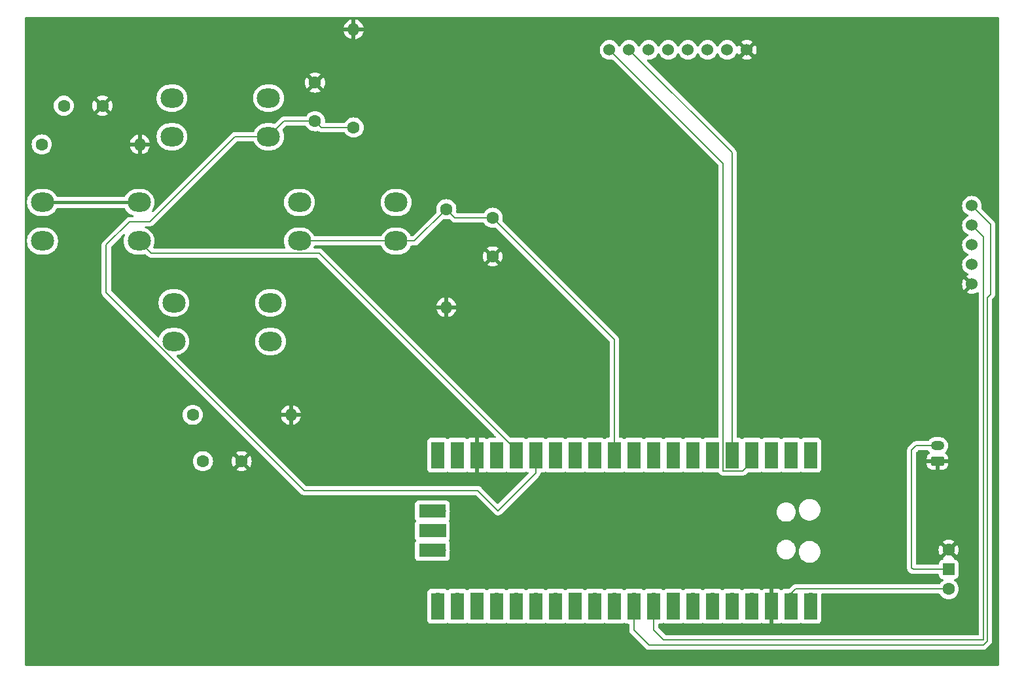
<source format=gbr>
%TF.GenerationSoftware,KiCad,Pcbnew,8.0.8*%
%TF.CreationDate,2025-03-05T15:18:01-05:00*%
%TF.ProjectId,PacmanProject,5061636d-616e-4507-926f-6a6563742e6b,rev?*%
%TF.SameCoordinates,Original*%
%TF.FileFunction,Copper,L1,Top*%
%TF.FilePolarity,Positive*%
%FSLAX46Y46*%
G04 Gerber Fmt 4.6, Leading zero omitted, Abs format (unit mm)*
G04 Created by KiCad (PCBNEW 8.0.8) date 2025-03-05 15:18:01*
%MOMM*%
%LPD*%
G01*
G04 APERTURE LIST*
G04 Aperture macros list*
%AMRoundRect*
0 Rectangle with rounded corners*
0 $1 Rounding radius*
0 $2 $3 $4 $5 $6 $7 $8 $9 X,Y pos of 4 corners*
0 Add a 4 corners polygon primitive as box body*
4,1,4,$2,$3,$4,$5,$6,$7,$8,$9,$2,$3,0*
0 Add four circle primitives for the rounded corners*
1,1,$1+$1,$2,$3*
1,1,$1+$1,$4,$5*
1,1,$1+$1,$6,$7*
1,1,$1+$1,$8,$9*
0 Add four rect primitives between the rounded corners*
20,1,$1+$1,$2,$3,$4,$5,0*
20,1,$1+$1,$4,$5,$6,$7,0*
20,1,$1+$1,$6,$7,$8,$9,0*
20,1,$1+$1,$8,$9,$2,$3,0*%
G04 Aperture macros list end*
%TA.AperFunction,ComponentPad*%
%ADD10O,3.000000X2.500000*%
%TD*%
%TA.AperFunction,ComponentPad*%
%ADD11C,1.524000*%
%TD*%
%TA.AperFunction,ComponentPad*%
%ADD12R,1.500000X1.500000*%
%TD*%
%TA.AperFunction,ComponentPad*%
%ADD13C,1.600000*%
%TD*%
%TA.AperFunction,ComponentPad*%
%ADD14RoundRect,0.250000X0.625000X-0.350000X0.625000X0.350000X-0.625000X0.350000X-0.625000X-0.350000X0*%
%TD*%
%TA.AperFunction,ComponentPad*%
%ADD15O,1.750000X1.200000*%
%TD*%
%TA.AperFunction,ComponentPad*%
%ADD16O,1.600000X1.600000*%
%TD*%
%TA.AperFunction,ComponentPad*%
%ADD17O,1.700000X1.700000*%
%TD*%
%TA.AperFunction,SMDPad,CuDef*%
%ADD18R,1.700000X3.500000*%
%TD*%
%TA.AperFunction,ComponentPad*%
%ADD19R,1.700000X1.700000*%
%TD*%
%TA.AperFunction,SMDPad,CuDef*%
%ADD20R,3.500000X1.700000*%
%TD*%
%TA.AperFunction,Conductor*%
%ADD21C,0.200000*%
%TD*%
%TA.AperFunction,Conductor*%
%ADD22C,0.400000*%
%TD*%
G04 APERTURE END LIST*
D10*
%TO.P,SW3,1,1*%
%TO.N,+3.3V*%
X161500000Y-70000000D03*
X174000000Y-70000000D03*
%TO.P,SW3,2,2*%
%TO.N,/C*%
X161500000Y-75000000D03*
X174000000Y-75000000D03*
%TD*%
D11*
%TO.P,SSD1,1,SDA*%
%TO.N,/SDA*%
X218110000Y-63760000D03*
%TO.P,SSD1,2,SCL*%
%TO.N,/SCL*%
X220650000Y-63760000D03*
%TO.P,SSD1,3,A0*%
%TO.N,unconnected-(SSD1-A0-Pad3)*%
X223190000Y-63760000D03*
%TO.P,SSD1,4,RST*%
%TO.N,unconnected-(SSD1-RST-Pad4)*%
X225730000Y-63760000D03*
%TO.P,SSD1,5,CS*%
%TO.N,unconnected-(SSD1-CS-Pad5)*%
X228270000Y-63760000D03*
%TO.P,SSD1,6,3Vo*%
%TO.N,unconnected-(SSD1-3Vo-Pad6)*%
X230810000Y-63760000D03*
%TO.P,SSD1,7,+3.3V*%
%TO.N,+3.3V*%
X233350000Y-63760000D03*
%TO.P,SSD1,8,GND*%
%TO.N,GND*%
X235890000Y-63760000D03*
%TD*%
D12*
%TO.P,SW5,1,B*%
%TO.N,Net-(J1-Pin_2)*%
X262000000Y-131000000D03*
D13*
%TO.P,SW5,2,C*%
%TO.N,GND*%
X262000000Y-128460000D03*
%TO.P,SW5,3,A*%
%TO.N,+3.7V*%
X262000000Y-133540000D03*
%TD*%
D14*
%TO.P,J1,1,Pin_1*%
%TO.N,GND*%
X260550000Y-117000000D03*
D15*
%TO.P,J1,2,Pin_2*%
%TO.N,Net-(J1-Pin_2)*%
X260550000Y-115000000D03*
%TD*%
D10*
%TO.P,SW1,1,1*%
%TO.N,+3.3V*%
X178000000Y-83500000D03*
X190500000Y-83500000D03*
%TO.P,SW1,2,2*%
%TO.N,/A*%
X178000000Y-88500000D03*
X190500000Y-88500000D03*
%TD*%
D13*
%TO.P,R3,1*%
%TO.N,/C*%
X185000000Y-73810000D03*
D16*
%TO.P,R3,2*%
%TO.N,GND*%
X185000000Y-61110000D03*
%TD*%
D10*
%TO.P,SW4,1,1*%
%TO.N,+3.3V*%
X144750000Y-83500000D03*
X157250000Y-83500000D03*
%TO.P,SW4,2,2*%
%TO.N,/D*%
X144750000Y-88500000D03*
X157250000Y-88500000D03*
%TD*%
D13*
%TO.P,R4,1*%
%TO.N,/D*%
X144650000Y-76000000D03*
D16*
%TO.P,R4,2*%
%TO.N,GND*%
X157350000Y-76000000D03*
%TD*%
D17*
%TO.P,U1,1,GPIO0*%
%TO.N,unconnected-(U1-GPIO0-Pad1)*%
X244130000Y-117110000D03*
D18*
%TO.N,unconnected-(U1-GPIO0-Pad1)_1*%
X244130000Y-116210000D03*
D17*
%TO.P,U1,2,GPIO1*%
%TO.N,unconnected-(U1-GPIO1-Pad2)_1*%
X241590000Y-117110000D03*
D18*
%TO.N,unconnected-(U1-GPIO1-Pad2)*%
X241590000Y-116210000D03*
D19*
%TO.P,U1,3,GND*%
%TO.N,unconnected-(U1-GND-Pad3)_1*%
X239050000Y-117110000D03*
D18*
%TO.N,unconnected-(U1-GND-Pad3)*%
X239050000Y-116210000D03*
D17*
%TO.P,U1,4,GPIO2*%
%TO.N,/SDA*%
X236510000Y-117110000D03*
D18*
X236510000Y-116210000D03*
D17*
%TO.P,U1,5,GPIO3*%
%TO.N,/SCL*%
X233970000Y-117110000D03*
D18*
X233970000Y-116210000D03*
D17*
%TO.P,U1,6,GPIO4*%
%TO.N,unconnected-(U1-GPIO4-Pad6)_1*%
X231430000Y-117110000D03*
D18*
%TO.N,unconnected-(U1-GPIO4-Pad6)*%
X231430000Y-116210000D03*
D17*
%TO.P,U1,7,GPIO5*%
%TO.N,unconnected-(U1-GPIO5-Pad7)_1*%
X228890000Y-117110000D03*
D18*
%TO.N,unconnected-(U1-GPIO5-Pad7)*%
X228890000Y-116210000D03*
D19*
%TO.P,U1,8,GND*%
%TO.N,unconnected-(U1-GND-Pad8)*%
X226350000Y-117110000D03*
D18*
%TO.N,unconnected-(U1-GND-Pad8)_1*%
X226350000Y-116210000D03*
D17*
%TO.P,U1,9,GPIO6*%
%TO.N,unconnected-(U1-GPIO6-Pad9)*%
X223810000Y-117110000D03*
D18*
%TO.N,unconnected-(U1-GPIO6-Pad9)_1*%
X223810000Y-116210000D03*
D17*
%TO.P,U1,10,GPIO7*%
%TO.N,unconnected-(U1-GPIO7-Pad10)_1*%
X221270000Y-117110000D03*
D18*
%TO.N,unconnected-(U1-GPIO7-Pad10)*%
X221270000Y-116210000D03*
D17*
%TO.P,U1,11,GPIO8*%
%TO.N,/A*%
X218730000Y-117110000D03*
D18*
X218730000Y-116210000D03*
D17*
%TO.P,U1,12,GPIO9*%
%TO.N,/B*%
X216190000Y-117110000D03*
D18*
X216190000Y-116210000D03*
D19*
%TO.P,U1,13,GND*%
%TO.N,unconnected-(U1-GND-Pad13)_1*%
X213650000Y-117110000D03*
D18*
%TO.N,unconnected-(U1-GND-Pad13)*%
X213650000Y-116210000D03*
D17*
%TO.P,U1,14,GPIO10*%
%TO.N,unconnected-(U1-GPIO10-Pad14)_1*%
X211110000Y-117110000D03*
D18*
%TO.N,unconnected-(U1-GPIO10-Pad14)*%
X211110000Y-116210000D03*
D17*
%TO.P,U1,15,GPIO11*%
%TO.N,/C*%
X208570000Y-117110000D03*
D18*
X208570000Y-116210000D03*
D17*
%TO.P,U1,16,GPIO12*%
%TO.N,/D*%
X206030000Y-117110000D03*
D18*
X206030000Y-116210000D03*
D17*
%TO.P,U1,17,GPIO13*%
%TO.N,unconnected-(U1-GPIO13-Pad17)_1*%
X203490000Y-117110000D03*
D18*
%TO.N,unconnected-(U1-GPIO13-Pad17)*%
X203490000Y-116210000D03*
D19*
%TO.P,U1,18,GND*%
%TO.N,GND*%
X200950000Y-117110000D03*
D18*
X200950000Y-116210000D03*
D17*
%TO.P,U1,19,GPIO14*%
%TO.N,unconnected-(U1-GPIO14-Pad19)*%
X198410000Y-117110000D03*
D18*
%TO.N,unconnected-(U1-GPIO14-Pad19)_1*%
X198410000Y-116210000D03*
D17*
%TO.P,U1,20,GPIO15*%
%TO.N,unconnected-(U1-GPIO15-Pad20)*%
X195870000Y-117110000D03*
D18*
%TO.N,unconnected-(U1-GPIO15-Pad20)_1*%
X195870000Y-116210000D03*
D17*
%TO.P,U1,21,GPIO16*%
%TO.N,unconnected-(U1-GPIO16-Pad21)*%
X195870000Y-134890000D03*
D18*
%TO.N,unconnected-(U1-GPIO16-Pad21)_1*%
X195870000Y-135790000D03*
D17*
%TO.P,U1,22,GPIO17*%
%TO.N,unconnected-(U1-GPIO17-Pad22)*%
X198410000Y-134890000D03*
D18*
%TO.N,unconnected-(U1-GPIO17-Pad22)_1*%
X198410000Y-135790000D03*
D19*
%TO.P,U1,23,GND*%
%TO.N,unconnected-(U1-GND-Pad23)*%
X200950000Y-134890000D03*
D18*
%TO.N,unconnected-(U1-GND-Pad23)_1*%
X200950000Y-135790000D03*
D17*
%TO.P,U1,24,GPIO18*%
%TO.N,unconnected-(U1-GPIO18-Pad24)*%
X203490000Y-134890000D03*
D18*
%TO.N,unconnected-(U1-GPIO18-Pad24)_1*%
X203490000Y-135790000D03*
D17*
%TO.P,U1,25,GPIO19*%
%TO.N,unconnected-(U1-GPIO19-Pad25)*%
X206030000Y-134890000D03*
D18*
%TO.N,unconnected-(U1-GPIO19-Pad25)_1*%
X206030000Y-135790000D03*
D17*
%TO.P,U1,26,GPIO20*%
%TO.N,unconnected-(U1-GPIO20-Pad26)_1*%
X208570000Y-134890000D03*
D18*
%TO.N,unconnected-(U1-GPIO20-Pad26)*%
X208570000Y-135790000D03*
D17*
%TO.P,U1,27,GPIO21*%
%TO.N,unconnected-(U1-GPIO21-Pad27)_1*%
X211110000Y-134890000D03*
D18*
%TO.N,unconnected-(U1-GPIO21-Pad27)*%
X211110000Y-135790000D03*
D19*
%TO.P,U1,28,GND*%
%TO.N,unconnected-(U1-GND-Pad28)*%
X213650000Y-134890000D03*
D18*
%TO.N,unconnected-(U1-GND-Pad28)_1*%
X213650000Y-135790000D03*
D17*
%TO.P,U1,29,GPIO22*%
%TO.N,unconnected-(U1-GPIO22-Pad29)*%
X216190000Y-134890000D03*
D18*
%TO.N,unconnected-(U1-GPIO22-Pad29)_1*%
X216190000Y-135790000D03*
D17*
%TO.P,U1,30,RUN*%
%TO.N,unconnected-(U1-RUN-Pad30)_1*%
X218730000Y-134890000D03*
D18*
%TO.N,unconnected-(U1-RUN-Pad30)*%
X218730000Y-135790000D03*
D17*
%TO.P,U1,31,GPIO26_ADC0*%
%TO.N,/VRY*%
X221270000Y-134890000D03*
D18*
X221270000Y-135790000D03*
D17*
%TO.P,U1,32,GPIO27_ADC1*%
%TO.N,/VRX*%
X223810000Y-134890000D03*
D18*
X223810000Y-135790000D03*
D19*
%TO.P,U1,33,AGND*%
%TO.N,unconnected-(U1-AGND-Pad33)_1*%
X226350000Y-134890000D03*
D18*
%TO.N,unconnected-(U1-AGND-Pad33)*%
X226350000Y-135790000D03*
D17*
%TO.P,U1,34,GPIO28_ADC2*%
%TO.N,unconnected-(U1-GPIO28_ADC2-Pad34)_1*%
X228890000Y-134890000D03*
D18*
%TO.N,unconnected-(U1-GPIO28_ADC2-Pad34)*%
X228890000Y-135790000D03*
D17*
%TO.P,U1,35,ADC_VREF*%
%TO.N,unconnected-(U1-ADC_VREF-Pad35)*%
X231430000Y-134890000D03*
D18*
%TO.N,unconnected-(U1-ADC_VREF-Pad35)_1*%
X231430000Y-135790000D03*
D17*
%TO.P,U1,36,3V3*%
%TO.N,+3.3V*%
X233970000Y-134890000D03*
D18*
X233970000Y-135790000D03*
D17*
%TO.P,U1,37,3V3_EN*%
%TO.N,unconnected-(U1-3V3_EN-Pad37)*%
X236510000Y-134890000D03*
D18*
%TO.N,unconnected-(U1-3V3_EN-Pad37)_1*%
X236510000Y-135790000D03*
D19*
%TO.P,U1,38,GND*%
%TO.N,GND*%
X239050000Y-134890000D03*
D18*
X239050000Y-135790000D03*
D17*
%TO.P,U1,39,VSYS*%
%TO.N,+3.7V*%
X241590000Y-134890000D03*
D18*
X241590000Y-135790000D03*
D17*
%TO.P,U1,40,VBUS*%
%TO.N,unconnected-(U1-VBUS-Pad40)*%
X244130000Y-134890000D03*
D18*
%TO.N,unconnected-(U1-VBUS-Pad40)_1*%
X244130000Y-135790000D03*
D17*
%TO.P,U1,41,SWCLK*%
%TO.N,unconnected-(U1-SWCLK-Pad41)*%
X196100000Y-123460000D03*
D20*
%TO.N,unconnected-(U1-SWCLK-Pad41)_1*%
X195200000Y-123460000D03*
D19*
%TO.P,U1,42,GND*%
%TO.N,unconnected-(U1-GND-Pad42)*%
X196100000Y-126000000D03*
D20*
%TO.N,unconnected-(U1-GND-Pad42)_1*%
X195200000Y-126000000D03*
D17*
%TO.P,U1,43,SWDIO*%
%TO.N,unconnected-(U1-SWDIO-Pad43)*%
X196100000Y-128540000D03*
D20*
%TO.N,unconnected-(U1-SWDIO-Pad43)_1*%
X195200000Y-128540000D03*
%TD*%
D13*
%TO.P,R2,1*%
%TO.N,/A*%
X197000000Y-84380000D03*
D16*
%TO.P,R2,2*%
%TO.N,GND*%
X197000000Y-97080000D03*
%TD*%
D10*
%TO.P,SW2,1,1*%
%TO.N,+3.3V*%
X161750000Y-96500000D03*
X174250000Y-96500000D03*
%TO.P,SW2,2,2*%
%TO.N,/B*%
X161750000Y-101500000D03*
X174250000Y-101500000D03*
%TD*%
D13*
%TO.P,C2,1*%
%TO.N,/C*%
X180000000Y-73000000D03*
%TO.P,C2,2*%
%TO.N,GND*%
X180000000Y-68000000D03*
%TD*%
D11*
%TO.P,ST1,1,VRY*%
%TO.N,/VRY*%
X265000000Y-83920000D03*
%TO.P,ST1,2,VRX*%
%TO.N,/VRX*%
X265000000Y-86460000D03*
%TO.P,ST1,3,SW*%
%TO.N,unconnected-(ST1-SW-Pad3)*%
X265000000Y-89000000D03*
%TO.P,ST1,4,V*%
%TO.N,+3.3V*%
X265000000Y-91540000D03*
%TO.P,ST1,5,G*%
%TO.N,GND*%
X265000000Y-94080000D03*
%TD*%
D13*
%TO.P,C1,1*%
%TO.N,/A*%
X203000000Y-85500000D03*
%TO.P,C1,2*%
%TO.N,GND*%
X203000000Y-90500000D03*
%TD*%
%TO.P,C4,1*%
%TO.N,/D*%
X147500000Y-71000000D03*
%TO.P,C4,2*%
%TO.N,GND*%
X152500000Y-71000000D03*
%TD*%
%TO.P,C3,1*%
%TO.N,/B*%
X165500000Y-117000000D03*
%TO.P,C3,2*%
%TO.N,GND*%
X170500000Y-117000000D03*
%TD*%
%TO.P,R1,1*%
%TO.N,/B*%
X164190000Y-111000000D03*
D16*
%TO.P,R1,2*%
%TO.N,GND*%
X176890000Y-111000000D03*
%TD*%
D21*
%TO.N,/C*%
X169653984Y-75000000D02*
X174000000Y-75000000D01*
X158653984Y-86000000D02*
X169653984Y-75000000D01*
X153000000Y-89000000D02*
X156000000Y-86000000D01*
X153000000Y-95192031D02*
X153000000Y-89000000D01*
X178607969Y-120800000D02*
X153000000Y-95192031D01*
X203690000Y-123410000D02*
X201080000Y-120800000D01*
X208570000Y-118530000D02*
X203690000Y-123410000D01*
X208570000Y-117110000D02*
X208570000Y-118530000D01*
X156000000Y-86000000D02*
X158653984Y-86000000D01*
X201080000Y-120800000D02*
X178607969Y-120800000D01*
%TO.N,/A*%
X198120000Y-85500000D02*
X197000000Y-84380000D01*
X190500000Y-88500000D02*
X192880000Y-88500000D01*
X192880000Y-88500000D02*
X197000000Y-84380000D01*
X178000000Y-88500000D02*
X190500000Y-88500000D01*
X203000000Y-85500000D02*
X198120000Y-85500000D01*
X218730000Y-101230000D02*
X203000000Y-85500000D01*
X218730000Y-117110000D02*
X218730000Y-101230000D01*
%TO.N,/C*%
X180810000Y-73810000D02*
X180000000Y-73000000D01*
X180000000Y-73000000D02*
X176000000Y-73000000D01*
X176000000Y-73000000D02*
X174000000Y-75000000D01*
X185000000Y-73810000D02*
X180810000Y-73810000D01*
%TO.N,/D*%
X206030000Y-115550000D02*
X180530000Y-90050000D01*
X158800000Y-90050000D02*
X157250000Y-88500000D01*
X180530000Y-90050000D02*
X158800000Y-90050000D01*
X206030000Y-117110000D02*
X206030000Y-115550000D01*
%TO.N,Net-(J1-Pin_2)*%
X257200000Y-115600000D02*
X257800000Y-115000000D01*
X262000000Y-131000000D02*
X257400000Y-131000000D01*
X257400000Y-131000000D02*
X257200000Y-130800000D01*
X257200000Y-130800000D02*
X257200000Y-115600000D01*
X257800000Y-115000000D02*
X260550000Y-115000000D01*
%TO.N,/SCL*%
X233970000Y-77080000D02*
X220650000Y-63760000D01*
X233970000Y-117110000D02*
X233970000Y-77080000D01*
D22*
%TO.N,+3.3V*%
X144750000Y-83500000D02*
X157250000Y-83500000D01*
D21*
%TO.N,/SDA*%
X236510000Y-117110000D02*
X235360000Y-118260000D01*
X232820000Y-118260000D02*
X232820000Y-78470000D01*
X232820000Y-78470000D02*
X218110000Y-63760000D01*
X235360000Y-118260000D02*
X232820000Y-118260000D01*
%TO.N,/VRX*%
X265000000Y-86460000D02*
X266500000Y-87960000D01*
X266500000Y-140100000D02*
X225100000Y-140100000D01*
X225100000Y-140100000D02*
X223810000Y-138810000D01*
X266500000Y-87960000D02*
X266500000Y-140100000D01*
X223810000Y-138810000D02*
X223810000Y-134890000D01*
%TO.N,/VRY*%
X221270000Y-138870000D02*
X221270000Y-134890000D01*
X267000000Y-140265686D02*
X266465686Y-140800000D01*
X267000000Y-95800000D02*
X267000000Y-140265686D01*
X265000000Y-83920000D02*
X267400000Y-86320000D01*
X267400000Y-95400000D02*
X267000000Y-95800000D01*
X266465686Y-140800000D02*
X223200000Y-140800000D01*
X267400000Y-86320000D02*
X267400000Y-95400000D01*
X223200000Y-140800000D02*
X221270000Y-138870000D01*
%TO.N,+3.7V*%
X241590000Y-134110000D02*
X242160000Y-133540000D01*
X242160000Y-133540000D02*
X262000000Y-133540000D01*
X241590000Y-134890000D02*
X241590000Y-134110000D01*
%TD*%
%TA.AperFunction,Conductor*%
%TO.N,GND*%
G36*
X155330083Y-87621666D02*
G01*
X155386016Y-87663538D01*
X155410433Y-87729002D01*
X155401310Y-87785300D01*
X155338842Y-87936111D01*
X155338842Y-87936112D01*
X155279453Y-88157759D01*
X155279451Y-88157770D01*
X155249500Y-88385258D01*
X155249500Y-88614741D01*
X155271249Y-88779929D01*
X155279452Y-88842238D01*
X155316504Y-88980519D01*
X155338842Y-89063887D01*
X155426650Y-89275876D01*
X155426657Y-89275890D01*
X155541392Y-89474617D01*
X155681081Y-89656661D01*
X155681089Y-89656670D01*
X155843330Y-89818911D01*
X155843338Y-89818918D01*
X156025382Y-89958607D01*
X156025385Y-89958608D01*
X156025388Y-89958611D01*
X156224112Y-90073344D01*
X156224117Y-90073346D01*
X156224123Y-90073349D01*
X156288465Y-90100000D01*
X156436113Y-90161158D01*
X156657762Y-90220548D01*
X156885266Y-90250500D01*
X156885273Y-90250500D01*
X157614727Y-90250500D01*
X157614734Y-90250500D01*
X157842238Y-90220548D01*
X157993189Y-90180101D01*
X158063035Y-90181764D01*
X158112960Y-90212195D01*
X158315139Y-90414374D01*
X158315149Y-90414385D01*
X158319479Y-90418715D01*
X158319480Y-90418716D01*
X158431284Y-90530520D01*
X158498237Y-90569174D01*
X158518095Y-90580639D01*
X158518097Y-90580641D01*
X158556151Y-90602611D01*
X158568215Y-90609577D01*
X158720943Y-90650501D01*
X158720946Y-90650501D01*
X158886653Y-90650501D01*
X158886669Y-90650500D01*
X180229903Y-90650500D01*
X180296942Y-90670185D01*
X180317584Y-90686819D01*
X203378584Y-113747819D01*
X203412069Y-113809142D01*
X203407085Y-113878834D01*
X203365213Y-113934767D01*
X203299749Y-113959184D01*
X203290903Y-113959500D01*
X202592129Y-113959500D01*
X202592123Y-113959501D01*
X202532516Y-113965908D01*
X202397671Y-114016202D01*
X202397669Y-114016204D01*
X202293894Y-114093890D01*
X202228430Y-114118307D01*
X202160157Y-114103456D01*
X202145272Y-114093890D01*
X202042088Y-114016646D01*
X202042086Y-114016645D01*
X201907379Y-113966403D01*
X201907372Y-113966401D01*
X201847844Y-113960000D01*
X201200000Y-113960000D01*
X201200000Y-116665439D01*
X201146853Y-116634755D01*
X201017143Y-116600000D01*
X200882857Y-116600000D01*
X200753147Y-116634755D01*
X200700000Y-116665439D01*
X200700000Y-113960000D01*
X200052155Y-113960000D01*
X199992627Y-113966401D01*
X199992620Y-113966403D01*
X199857913Y-114016645D01*
X199857910Y-114016647D01*
X199754727Y-114093890D01*
X199689262Y-114118307D01*
X199620989Y-114103455D01*
X199606105Y-114093889D01*
X199502335Y-114016206D01*
X199502328Y-114016202D01*
X199367482Y-113965908D01*
X199367483Y-113965908D01*
X199307883Y-113959501D01*
X199307881Y-113959500D01*
X199307873Y-113959500D01*
X199307864Y-113959500D01*
X197512129Y-113959500D01*
X197512123Y-113959501D01*
X197452516Y-113965908D01*
X197317671Y-114016202D01*
X197317669Y-114016203D01*
X197214311Y-114093578D01*
X197148847Y-114117995D01*
X197080574Y-114103144D01*
X197065689Y-114093578D01*
X196962330Y-114016203D01*
X196962328Y-114016202D01*
X196827482Y-113965908D01*
X196827483Y-113965908D01*
X196767883Y-113959501D01*
X196767881Y-113959500D01*
X196767873Y-113959500D01*
X196767864Y-113959500D01*
X194972129Y-113959500D01*
X194972123Y-113959501D01*
X194912516Y-113965908D01*
X194777671Y-114016202D01*
X194777664Y-114016206D01*
X194662455Y-114102452D01*
X194662452Y-114102455D01*
X194576206Y-114217664D01*
X194576202Y-114217671D01*
X194525908Y-114352517D01*
X194519501Y-114412116D01*
X194519501Y-114412123D01*
X194519500Y-114412135D01*
X194519500Y-117045614D01*
X194519028Y-117056420D01*
X194514341Y-117110000D01*
X194518224Y-117154394D01*
X194519028Y-117163578D01*
X194519500Y-117174385D01*
X194519500Y-118007870D01*
X194519501Y-118007876D01*
X194525908Y-118067483D01*
X194576202Y-118202328D01*
X194576206Y-118202335D01*
X194662452Y-118317544D01*
X194662455Y-118317547D01*
X194777664Y-118403793D01*
X194777671Y-118403797D01*
X194912517Y-118454091D01*
X194912516Y-118454091D01*
X194919444Y-118454835D01*
X194972127Y-118460500D01*
X195805613Y-118460499D01*
X195816422Y-118460971D01*
X195870000Y-118465659D01*
X195923578Y-118460971D01*
X195934387Y-118460499D01*
X196767871Y-118460499D01*
X196767872Y-118460499D01*
X196827483Y-118454091D01*
X196962331Y-118403796D01*
X197065690Y-118326421D01*
X197131152Y-118302004D01*
X197199425Y-118316855D01*
X197214303Y-118326416D01*
X197317076Y-118403352D01*
X197317668Y-118403795D01*
X197317671Y-118403797D01*
X197452517Y-118454091D01*
X197452516Y-118454091D01*
X197459444Y-118454835D01*
X197512127Y-118460500D01*
X198345613Y-118460499D01*
X198356422Y-118460971D01*
X198410000Y-118465659D01*
X198463578Y-118460971D01*
X198474387Y-118460499D01*
X199307871Y-118460499D01*
X199307872Y-118460499D01*
X199367483Y-118454091D01*
X199502331Y-118403796D01*
X199606106Y-118326109D01*
X199671570Y-118301692D01*
X199739843Y-118316543D01*
X199754729Y-118326110D01*
X199857910Y-118403352D01*
X199857913Y-118403354D01*
X199992620Y-118453596D01*
X199992627Y-118453598D01*
X200052155Y-118459999D01*
X200052172Y-118460000D01*
X200700000Y-118460000D01*
X200700000Y-117554560D01*
X200753147Y-117585245D01*
X200882857Y-117620000D01*
X201017143Y-117620000D01*
X201146853Y-117585245D01*
X201200000Y-117554560D01*
X201200000Y-118460000D01*
X201847828Y-118460000D01*
X201847844Y-118459999D01*
X201907372Y-118453598D01*
X201907379Y-118453596D01*
X202042086Y-118403354D01*
X202042089Y-118403352D01*
X202145271Y-118326110D01*
X202210735Y-118301692D01*
X202279008Y-118316543D01*
X202293888Y-118326105D01*
X202397076Y-118403352D01*
X202397668Y-118403795D01*
X202397671Y-118403797D01*
X202532517Y-118454091D01*
X202532516Y-118454091D01*
X202539444Y-118454835D01*
X202592127Y-118460500D01*
X203425613Y-118460499D01*
X203436422Y-118460971D01*
X203490000Y-118465659D01*
X203543578Y-118460971D01*
X203554387Y-118460499D01*
X204387871Y-118460499D01*
X204387872Y-118460499D01*
X204447483Y-118454091D01*
X204582331Y-118403796D01*
X204685690Y-118326421D01*
X204751152Y-118302004D01*
X204819425Y-118316855D01*
X204834303Y-118326416D01*
X204937076Y-118403352D01*
X204937668Y-118403795D01*
X204937671Y-118403797D01*
X205072517Y-118454091D01*
X205072516Y-118454091D01*
X205079444Y-118454835D01*
X205132127Y-118460500D01*
X205965613Y-118460499D01*
X205976422Y-118460971D01*
X206030000Y-118465659D01*
X206083578Y-118460971D01*
X206094387Y-118460499D01*
X206927871Y-118460499D01*
X206927872Y-118460499D01*
X206987483Y-118454091D01*
X207122331Y-118403796D01*
X207225690Y-118326421D01*
X207291152Y-118302004D01*
X207359425Y-118316855D01*
X207374303Y-118326416D01*
X207477076Y-118403352D01*
X207477668Y-118403795D01*
X207477671Y-118403797D01*
X207565862Y-118436690D01*
X207621796Y-118478561D01*
X207646213Y-118544025D01*
X207631362Y-118612298D01*
X207610210Y-118640553D01*
X203777680Y-122473083D01*
X203716357Y-122506568D01*
X203646665Y-122501584D01*
X203602318Y-122473083D01*
X201567590Y-120438355D01*
X201567588Y-120438352D01*
X201448717Y-120319481D01*
X201448716Y-120319480D01*
X201361904Y-120269360D01*
X201361904Y-120269359D01*
X201361900Y-120269358D01*
X201311785Y-120240423D01*
X201159057Y-120199499D01*
X201000943Y-120199499D01*
X200993347Y-120199499D01*
X200993331Y-120199500D01*
X178908066Y-120199500D01*
X178841027Y-120179815D01*
X178820385Y-120163181D01*
X169407203Y-110749999D01*
X175611127Y-110749999D01*
X175611128Y-110750000D01*
X176574314Y-110750000D01*
X176569920Y-110754394D01*
X176517259Y-110845606D01*
X176490000Y-110947339D01*
X176490000Y-111052661D01*
X176517259Y-111154394D01*
X176569920Y-111245606D01*
X176574314Y-111250000D01*
X175611128Y-111250000D01*
X175663730Y-111446317D01*
X175663734Y-111446326D01*
X175759865Y-111652482D01*
X175890342Y-111838820D01*
X176051179Y-111999657D01*
X176237517Y-112130134D01*
X176443673Y-112226265D01*
X176443682Y-112226269D01*
X176639999Y-112278872D01*
X176640000Y-112278871D01*
X176640000Y-111315686D01*
X176644394Y-111320080D01*
X176735606Y-111372741D01*
X176837339Y-111400000D01*
X176942661Y-111400000D01*
X177044394Y-111372741D01*
X177135606Y-111320080D01*
X177140000Y-111315686D01*
X177140000Y-112278872D01*
X177336317Y-112226269D01*
X177336326Y-112226265D01*
X177542482Y-112130134D01*
X177728820Y-111999657D01*
X177889657Y-111838820D01*
X178020134Y-111652482D01*
X178116265Y-111446326D01*
X178116269Y-111446317D01*
X178168872Y-111250000D01*
X177205686Y-111250000D01*
X177210080Y-111245606D01*
X177262741Y-111154394D01*
X177290000Y-111052661D01*
X177290000Y-110947339D01*
X177262741Y-110845606D01*
X177210080Y-110754394D01*
X177205686Y-110750000D01*
X178168872Y-110750000D01*
X178168872Y-110749999D01*
X178116269Y-110553682D01*
X178116265Y-110553673D01*
X178020134Y-110347517D01*
X177889657Y-110161179D01*
X177728820Y-110000342D01*
X177542482Y-109869865D01*
X177336328Y-109773734D01*
X177140000Y-109721127D01*
X177140000Y-110684314D01*
X177135606Y-110679920D01*
X177044394Y-110627259D01*
X176942661Y-110600000D01*
X176837339Y-110600000D01*
X176735606Y-110627259D01*
X176644394Y-110679920D01*
X176640000Y-110684314D01*
X176640000Y-109721127D01*
X176443671Y-109773734D01*
X176237517Y-109869865D01*
X176051179Y-110000342D01*
X175890342Y-110161179D01*
X175759865Y-110347517D01*
X175663734Y-110553673D01*
X175663730Y-110553682D01*
X175611127Y-110749999D01*
X169407203Y-110749999D01*
X162109588Y-103452384D01*
X162076103Y-103391061D01*
X162081087Y-103321369D01*
X162122959Y-103265436D01*
X162181081Y-103241765D01*
X162342238Y-103220548D01*
X162563887Y-103161158D01*
X162775888Y-103073344D01*
X162974612Y-102958611D01*
X163156661Y-102818919D01*
X163156665Y-102818914D01*
X163156670Y-102818911D01*
X163318911Y-102656670D01*
X163318914Y-102656665D01*
X163318919Y-102656661D01*
X163458611Y-102474612D01*
X163573344Y-102275888D01*
X163661158Y-102063887D01*
X163720548Y-101842238D01*
X163750500Y-101614734D01*
X163750500Y-101385266D01*
X163750499Y-101385258D01*
X172249500Y-101385258D01*
X172249500Y-101614741D01*
X172274446Y-101804215D01*
X172279452Y-101842238D01*
X172279453Y-101842240D01*
X172338842Y-102063887D01*
X172426650Y-102275876D01*
X172426657Y-102275890D01*
X172541392Y-102474617D01*
X172681081Y-102656661D01*
X172681089Y-102656670D01*
X172843330Y-102818911D01*
X172843338Y-102818918D01*
X173025382Y-102958607D01*
X173025385Y-102958608D01*
X173025388Y-102958611D01*
X173224112Y-103073344D01*
X173224117Y-103073346D01*
X173224123Y-103073349D01*
X173315480Y-103111190D01*
X173436113Y-103161158D01*
X173657762Y-103220548D01*
X173885266Y-103250500D01*
X173885273Y-103250500D01*
X174614727Y-103250500D01*
X174614734Y-103250500D01*
X174842238Y-103220548D01*
X175063887Y-103161158D01*
X175275888Y-103073344D01*
X175474612Y-102958611D01*
X175656661Y-102818919D01*
X175656665Y-102818914D01*
X175656670Y-102818911D01*
X175818911Y-102656670D01*
X175818914Y-102656665D01*
X175818919Y-102656661D01*
X175958611Y-102474612D01*
X176073344Y-102275888D01*
X176161158Y-102063887D01*
X176220548Y-101842238D01*
X176250500Y-101614734D01*
X176250500Y-101385266D01*
X176220548Y-101157762D01*
X176161158Y-100936113D01*
X176073346Y-100724118D01*
X176073346Y-100724117D01*
X176073344Y-100724112D01*
X175958611Y-100525388D01*
X175958608Y-100525385D01*
X175958607Y-100525382D01*
X175818918Y-100343338D01*
X175818911Y-100343330D01*
X175656670Y-100181089D01*
X175656661Y-100181081D01*
X175474617Y-100041392D01*
X175275890Y-99926657D01*
X175275876Y-99926650D01*
X175063887Y-99838842D01*
X174842238Y-99779452D01*
X174804215Y-99774446D01*
X174614741Y-99749500D01*
X174614734Y-99749500D01*
X173885266Y-99749500D01*
X173885258Y-99749500D01*
X173668715Y-99778009D01*
X173657762Y-99779452D01*
X173564076Y-99804554D01*
X173436112Y-99838842D01*
X173224123Y-99926650D01*
X173224109Y-99926657D01*
X173025382Y-100041392D01*
X172843338Y-100181081D01*
X172681081Y-100343338D01*
X172541392Y-100525382D01*
X172426657Y-100724109D01*
X172426650Y-100724123D01*
X172338842Y-100936112D01*
X172279453Y-101157759D01*
X172279451Y-101157770D01*
X172249500Y-101385258D01*
X163750499Y-101385258D01*
X163720548Y-101157762D01*
X163661158Y-100936113D01*
X163573346Y-100724118D01*
X163573346Y-100724117D01*
X163573344Y-100724112D01*
X163458611Y-100525388D01*
X163458608Y-100525385D01*
X163458607Y-100525382D01*
X163318918Y-100343338D01*
X163318911Y-100343330D01*
X163156670Y-100181089D01*
X163156661Y-100181081D01*
X162974617Y-100041392D01*
X162775890Y-99926657D01*
X162775876Y-99926650D01*
X162563887Y-99838842D01*
X162342238Y-99779452D01*
X162304215Y-99774446D01*
X162114741Y-99749500D01*
X162114734Y-99749500D01*
X161385266Y-99749500D01*
X161385258Y-99749500D01*
X161168715Y-99778009D01*
X161157762Y-99779452D01*
X161064076Y-99804554D01*
X160936112Y-99838842D01*
X160724123Y-99926650D01*
X160724109Y-99926657D01*
X160525382Y-100041392D01*
X160343338Y-100181081D01*
X160181081Y-100343338D01*
X160041392Y-100525382D01*
X159926657Y-100724109D01*
X159926652Y-100724118D01*
X159837947Y-100938273D01*
X159794106Y-100992676D01*
X159727812Y-101014741D01*
X159660112Y-100997462D01*
X159635705Y-100978501D01*
X155042462Y-96385258D01*
X159749500Y-96385258D01*
X159749500Y-96614741D01*
X159761681Y-96707259D01*
X159779452Y-96842238D01*
X159779453Y-96842240D01*
X159838842Y-97063887D01*
X159926650Y-97275876D01*
X159926657Y-97275890D01*
X160041392Y-97474617D01*
X160181081Y-97656661D01*
X160181089Y-97656670D01*
X160343330Y-97818911D01*
X160343338Y-97818918D01*
X160525382Y-97958607D01*
X160525385Y-97958608D01*
X160525388Y-97958611D01*
X160724112Y-98073344D01*
X160724117Y-98073346D01*
X160724123Y-98073349D01*
X160815480Y-98111190D01*
X160936113Y-98161158D01*
X161157762Y-98220548D01*
X161385266Y-98250500D01*
X161385273Y-98250500D01*
X162114727Y-98250500D01*
X162114734Y-98250500D01*
X162342238Y-98220548D01*
X162563887Y-98161158D01*
X162775888Y-98073344D01*
X162974612Y-97958611D01*
X163156661Y-97818919D01*
X163156665Y-97818914D01*
X163156670Y-97818911D01*
X163318911Y-97656670D01*
X163318914Y-97656665D01*
X163318919Y-97656661D01*
X163458611Y-97474612D01*
X163573344Y-97275888D01*
X163661158Y-97063887D01*
X163720548Y-96842238D01*
X163750500Y-96614734D01*
X163750500Y-96385266D01*
X163750499Y-96385258D01*
X172249500Y-96385258D01*
X172249500Y-96614741D01*
X172261681Y-96707259D01*
X172279452Y-96842238D01*
X172279453Y-96842240D01*
X172338842Y-97063887D01*
X172426650Y-97275876D01*
X172426657Y-97275890D01*
X172541392Y-97474617D01*
X172681081Y-97656661D01*
X172681089Y-97656670D01*
X172843330Y-97818911D01*
X172843338Y-97818918D01*
X173025382Y-97958607D01*
X173025385Y-97958608D01*
X173025388Y-97958611D01*
X173224112Y-98073344D01*
X173224117Y-98073346D01*
X173224123Y-98073349D01*
X173315480Y-98111190D01*
X173436113Y-98161158D01*
X173657762Y-98220548D01*
X173885266Y-98250500D01*
X173885273Y-98250500D01*
X174614727Y-98250500D01*
X174614734Y-98250500D01*
X174842238Y-98220548D01*
X175063887Y-98161158D01*
X175275888Y-98073344D01*
X175474612Y-97958611D01*
X175656661Y-97818919D01*
X175656665Y-97818914D01*
X175656670Y-97818911D01*
X175818911Y-97656670D01*
X175818914Y-97656665D01*
X175818919Y-97656661D01*
X175958611Y-97474612D01*
X176073344Y-97275888D01*
X176161158Y-97063887D01*
X176220548Y-96842238D01*
X176250500Y-96614734D01*
X176250500Y-96385266D01*
X176220548Y-96157762D01*
X176161158Y-95936113D01*
X176073344Y-95724112D01*
X175958611Y-95525388D01*
X175958608Y-95525385D01*
X175958607Y-95525382D01*
X175818918Y-95343338D01*
X175818911Y-95343330D01*
X175656670Y-95181089D01*
X175656661Y-95181081D01*
X175474617Y-95041392D01*
X175275890Y-94926657D01*
X175275876Y-94926650D01*
X175063887Y-94838842D01*
X174842238Y-94779452D01*
X174804215Y-94774446D01*
X174614741Y-94749500D01*
X174614734Y-94749500D01*
X173885266Y-94749500D01*
X173885258Y-94749500D01*
X173668715Y-94778009D01*
X173657762Y-94779452D01*
X173564076Y-94804554D01*
X173436112Y-94838842D01*
X173224123Y-94926650D01*
X173224109Y-94926657D01*
X173025382Y-95041392D01*
X172843338Y-95181081D01*
X172681081Y-95343338D01*
X172541392Y-95525382D01*
X172426657Y-95724109D01*
X172426650Y-95724123D01*
X172338842Y-95936112D01*
X172279453Y-96157759D01*
X172279451Y-96157770D01*
X172249500Y-96385258D01*
X163750499Y-96385258D01*
X163720548Y-96157762D01*
X163661158Y-95936113D01*
X163573344Y-95724112D01*
X163458611Y-95525388D01*
X163458608Y-95525385D01*
X163458607Y-95525382D01*
X163318918Y-95343338D01*
X163318911Y-95343330D01*
X163156670Y-95181089D01*
X163156661Y-95181081D01*
X162974617Y-95041392D01*
X162775890Y-94926657D01*
X162775876Y-94926650D01*
X162563887Y-94838842D01*
X162342238Y-94779452D01*
X162304215Y-94774446D01*
X162114741Y-94749500D01*
X162114734Y-94749500D01*
X161385266Y-94749500D01*
X161385258Y-94749500D01*
X161168715Y-94778009D01*
X161157762Y-94779452D01*
X161064076Y-94804554D01*
X160936112Y-94838842D01*
X160724123Y-94926650D01*
X160724109Y-94926657D01*
X160525382Y-95041392D01*
X160343338Y-95181081D01*
X160181081Y-95343338D01*
X160041392Y-95525382D01*
X159926657Y-95724109D01*
X159926650Y-95724123D01*
X159838842Y-95936112D01*
X159779453Y-96157759D01*
X159779451Y-96157770D01*
X159749500Y-96385258D01*
X155042462Y-96385258D01*
X153636819Y-94979615D01*
X153603334Y-94918292D01*
X153600500Y-94891934D01*
X153600500Y-89300097D01*
X153620185Y-89233058D01*
X153636819Y-89212416D01*
X154913124Y-87936111D01*
X155199069Y-87650166D01*
X155260391Y-87616682D01*
X155330083Y-87621666D01*
G37*
%TD.AperFunction*%
%TA.AperFunction,Conductor*%
G36*
X196677066Y-85639847D02*
G01*
X196683273Y-85641510D01*
X196773308Y-85665635D01*
X196935230Y-85679801D01*
X196999998Y-85685468D01*
X197000000Y-85685468D01*
X197000002Y-85685468D01*
X197056673Y-85680509D01*
X197226692Y-85665635D01*
X197322932Y-85639847D01*
X197392781Y-85641510D01*
X197442706Y-85671941D01*
X197635139Y-85864374D01*
X197635149Y-85864385D01*
X197639479Y-85868715D01*
X197639480Y-85868716D01*
X197751284Y-85980520D01*
X197831011Y-86026550D01*
X197888215Y-86059577D01*
X198040942Y-86100500D01*
X198040943Y-86100500D01*
X201768308Y-86100500D01*
X201835347Y-86120185D01*
X201869880Y-86153374D01*
X201903042Y-86200734D01*
X201999954Y-86339141D01*
X202160858Y-86500045D01*
X202160861Y-86500047D01*
X202347266Y-86630568D01*
X202553504Y-86726739D01*
X202773308Y-86785635D01*
X202935230Y-86799801D01*
X202999998Y-86805468D01*
X203000000Y-86805468D01*
X203000002Y-86805468D01*
X203056673Y-86800509D01*
X203226692Y-86785635D01*
X203322932Y-86759847D01*
X203392781Y-86761510D01*
X203442706Y-86791941D01*
X218093181Y-101442416D01*
X218126666Y-101503739D01*
X218129500Y-101530097D01*
X218129500Y-113835500D01*
X218109815Y-113902539D01*
X218057011Y-113948294D01*
X218005501Y-113959500D01*
X217832130Y-113959500D01*
X217832123Y-113959501D01*
X217772516Y-113965908D01*
X217637671Y-114016202D01*
X217637669Y-114016203D01*
X217534311Y-114093578D01*
X217468847Y-114117995D01*
X217400574Y-114103144D01*
X217385689Y-114093578D01*
X217282330Y-114016203D01*
X217282328Y-114016202D01*
X217147482Y-113965908D01*
X217147483Y-113965908D01*
X217087883Y-113959501D01*
X217087881Y-113959500D01*
X217087873Y-113959500D01*
X217087864Y-113959500D01*
X215292129Y-113959500D01*
X215292123Y-113959501D01*
X215232516Y-113965908D01*
X215097671Y-114016202D01*
X215097669Y-114016203D01*
X214994311Y-114093578D01*
X214928847Y-114117995D01*
X214860574Y-114103144D01*
X214845689Y-114093578D01*
X214742330Y-114016203D01*
X214742328Y-114016202D01*
X214607482Y-113965908D01*
X214607483Y-113965908D01*
X214547883Y-113959501D01*
X214547881Y-113959500D01*
X214547873Y-113959500D01*
X214547864Y-113959500D01*
X212752129Y-113959500D01*
X212752123Y-113959501D01*
X212692516Y-113965908D01*
X212557671Y-114016202D01*
X212557669Y-114016203D01*
X212454311Y-114093578D01*
X212388847Y-114117995D01*
X212320574Y-114103144D01*
X212305689Y-114093578D01*
X212202330Y-114016203D01*
X212202328Y-114016202D01*
X212067482Y-113965908D01*
X212067483Y-113965908D01*
X212007883Y-113959501D01*
X212007881Y-113959500D01*
X212007873Y-113959500D01*
X212007864Y-113959500D01*
X210212129Y-113959500D01*
X210212123Y-113959501D01*
X210152516Y-113965908D01*
X210017671Y-114016202D01*
X210017669Y-114016203D01*
X209914311Y-114093578D01*
X209848847Y-114117995D01*
X209780574Y-114103144D01*
X209765689Y-114093578D01*
X209662330Y-114016203D01*
X209662328Y-114016202D01*
X209527482Y-113965908D01*
X209527483Y-113965908D01*
X209467883Y-113959501D01*
X209467881Y-113959500D01*
X209467873Y-113959500D01*
X209467864Y-113959500D01*
X207672129Y-113959500D01*
X207672123Y-113959501D01*
X207612516Y-113965908D01*
X207477671Y-114016202D01*
X207477669Y-114016203D01*
X207374311Y-114093578D01*
X207308847Y-114117995D01*
X207240574Y-114103144D01*
X207225689Y-114093578D01*
X207122330Y-114016203D01*
X207122328Y-114016202D01*
X206987482Y-113965908D01*
X206987483Y-113965908D01*
X206927883Y-113959501D01*
X206927881Y-113959500D01*
X206927873Y-113959500D01*
X206927865Y-113959500D01*
X205340097Y-113959500D01*
X205273058Y-113939815D01*
X205252416Y-113923181D01*
X188159234Y-96829999D01*
X195721127Y-96829999D01*
X195721128Y-96830000D01*
X196684314Y-96830000D01*
X196679920Y-96834394D01*
X196627259Y-96925606D01*
X196600000Y-97027339D01*
X196600000Y-97132661D01*
X196627259Y-97234394D01*
X196679920Y-97325606D01*
X196684314Y-97330000D01*
X195721128Y-97330000D01*
X195773730Y-97526317D01*
X195773734Y-97526326D01*
X195869865Y-97732482D01*
X196000342Y-97918820D01*
X196161179Y-98079657D01*
X196347517Y-98210134D01*
X196553673Y-98306265D01*
X196553682Y-98306269D01*
X196749999Y-98358872D01*
X196750000Y-98358871D01*
X196750000Y-97395686D01*
X196754394Y-97400080D01*
X196845606Y-97452741D01*
X196947339Y-97480000D01*
X197052661Y-97480000D01*
X197154394Y-97452741D01*
X197245606Y-97400080D01*
X197250000Y-97395686D01*
X197250000Y-98358872D01*
X197446317Y-98306269D01*
X197446326Y-98306265D01*
X197652482Y-98210134D01*
X197838820Y-98079657D01*
X197999657Y-97918820D01*
X198130134Y-97732482D01*
X198226265Y-97526326D01*
X198226269Y-97526317D01*
X198278872Y-97330000D01*
X197315686Y-97330000D01*
X197320080Y-97325606D01*
X197372741Y-97234394D01*
X197400000Y-97132661D01*
X197400000Y-97027339D01*
X197372741Y-96925606D01*
X197320080Y-96834394D01*
X197315686Y-96830000D01*
X198278872Y-96830000D01*
X198278872Y-96829999D01*
X198226269Y-96633682D01*
X198226265Y-96633673D01*
X198130134Y-96427517D01*
X197999657Y-96241179D01*
X197838820Y-96080342D01*
X197652482Y-95949865D01*
X197446328Y-95853734D01*
X197250000Y-95801127D01*
X197250000Y-96764314D01*
X197245606Y-96759920D01*
X197154394Y-96707259D01*
X197052661Y-96680000D01*
X196947339Y-96680000D01*
X196845606Y-96707259D01*
X196754394Y-96759920D01*
X196750000Y-96764314D01*
X196750000Y-95801127D01*
X196553671Y-95853734D01*
X196347517Y-95949865D01*
X196161179Y-96080342D01*
X196000342Y-96241179D01*
X195869865Y-96427517D01*
X195773734Y-96633673D01*
X195773730Y-96633682D01*
X195721127Y-96829999D01*
X188159234Y-96829999D01*
X181829232Y-90499997D01*
X201695034Y-90499997D01*
X201695034Y-90500002D01*
X201714858Y-90726599D01*
X201714860Y-90726610D01*
X201773730Y-90946317D01*
X201773735Y-90946331D01*
X201869863Y-91152478D01*
X201920974Y-91225472D01*
X202600000Y-90546446D01*
X202600000Y-90552661D01*
X202627259Y-90654394D01*
X202679920Y-90745606D01*
X202754394Y-90820080D01*
X202845606Y-90872741D01*
X202947339Y-90900000D01*
X202953553Y-90900000D01*
X202274526Y-91579025D01*
X202347513Y-91630132D01*
X202347521Y-91630136D01*
X202553668Y-91726264D01*
X202553682Y-91726269D01*
X202773389Y-91785139D01*
X202773400Y-91785141D01*
X202999998Y-91804966D01*
X203000002Y-91804966D01*
X203226599Y-91785141D01*
X203226610Y-91785139D01*
X203446317Y-91726269D01*
X203446331Y-91726264D01*
X203652478Y-91630136D01*
X203725471Y-91579024D01*
X203046447Y-90900000D01*
X203052661Y-90900000D01*
X203154394Y-90872741D01*
X203245606Y-90820080D01*
X203320080Y-90745606D01*
X203372741Y-90654394D01*
X203400000Y-90552661D01*
X203400000Y-90546447D01*
X204079024Y-91225471D01*
X204130136Y-91152478D01*
X204226264Y-90946331D01*
X204226269Y-90946317D01*
X204285139Y-90726610D01*
X204285141Y-90726599D01*
X204304966Y-90500002D01*
X204304966Y-90499997D01*
X204285141Y-90273400D01*
X204285139Y-90273389D01*
X204226269Y-90053682D01*
X204226264Y-90053668D01*
X204130136Y-89847521D01*
X204130132Y-89847513D01*
X204079025Y-89774526D01*
X203400000Y-90453551D01*
X203400000Y-90447339D01*
X203372741Y-90345606D01*
X203320080Y-90254394D01*
X203245606Y-90179920D01*
X203154394Y-90127259D01*
X203052661Y-90100000D01*
X203046445Y-90100000D01*
X203725472Y-89420974D01*
X203652478Y-89369863D01*
X203446331Y-89273735D01*
X203446317Y-89273730D01*
X203226610Y-89214860D01*
X203226599Y-89214858D01*
X203000002Y-89195034D01*
X202999998Y-89195034D01*
X202773400Y-89214858D01*
X202773389Y-89214860D01*
X202553682Y-89273730D01*
X202553673Y-89273734D01*
X202347516Y-89369866D01*
X202347512Y-89369868D01*
X202274526Y-89420973D01*
X202274526Y-89420974D01*
X202953553Y-90100000D01*
X202947339Y-90100000D01*
X202845606Y-90127259D01*
X202754394Y-90179920D01*
X202679920Y-90254394D01*
X202627259Y-90345606D01*
X202600000Y-90447339D01*
X202600000Y-90453552D01*
X201920974Y-89774526D01*
X201920973Y-89774526D01*
X201869868Y-89847512D01*
X201869866Y-89847516D01*
X201773734Y-90053673D01*
X201773730Y-90053682D01*
X201714860Y-90273389D01*
X201714858Y-90273400D01*
X201695034Y-90499997D01*
X181829232Y-90499997D01*
X181017590Y-89688355D01*
X181017588Y-89688352D01*
X180898717Y-89569481D01*
X180898716Y-89569480D01*
X180811904Y-89519360D01*
X180811904Y-89519359D01*
X180811900Y-89519358D01*
X180761785Y-89490423D01*
X180609057Y-89449499D01*
X180450943Y-89449499D01*
X180443347Y-89449499D01*
X180443331Y-89449500D01*
X179937011Y-89449500D01*
X179869972Y-89429815D01*
X179824217Y-89377011D01*
X179814273Y-89307853D01*
X179822450Y-89278048D01*
X179864285Y-89177048D01*
X179908126Y-89122644D01*
X179974420Y-89100579D01*
X179978846Y-89100500D01*
X188521154Y-89100500D01*
X188588193Y-89120185D01*
X188633948Y-89172989D01*
X188635715Y-89177048D01*
X188676650Y-89275876D01*
X188676657Y-89275890D01*
X188791392Y-89474617D01*
X188931081Y-89656661D01*
X188931089Y-89656670D01*
X189093330Y-89818911D01*
X189093338Y-89818918D01*
X189275382Y-89958607D01*
X189275385Y-89958608D01*
X189275388Y-89958611D01*
X189474112Y-90073344D01*
X189474117Y-90073346D01*
X189474123Y-90073349D01*
X189538465Y-90100000D01*
X189686113Y-90161158D01*
X189907762Y-90220548D01*
X190135266Y-90250500D01*
X190135273Y-90250500D01*
X190864727Y-90250500D01*
X190864734Y-90250500D01*
X191092238Y-90220548D01*
X191313887Y-90161158D01*
X191525888Y-90073344D01*
X191724612Y-89958611D01*
X191906661Y-89818919D01*
X191906665Y-89818914D01*
X191906670Y-89818911D01*
X192068911Y-89656670D01*
X192068914Y-89656665D01*
X192068919Y-89656661D01*
X192208611Y-89474612D01*
X192323344Y-89275888D01*
X192348623Y-89214860D01*
X192364285Y-89177048D01*
X192408125Y-89122644D01*
X192474420Y-89100579D01*
X192478846Y-89100500D01*
X192793331Y-89100500D01*
X192793347Y-89100501D01*
X192800943Y-89100501D01*
X192959054Y-89100501D01*
X192959057Y-89100501D01*
X193111785Y-89059577D01*
X193161904Y-89030639D01*
X193248716Y-88980520D01*
X193360520Y-88868716D01*
X193360520Y-88868714D01*
X193370728Y-88858507D01*
X193370730Y-88858504D01*
X196557294Y-85671939D01*
X196618615Y-85638456D01*
X196677066Y-85639847D01*
G37*
%TD.AperFunction*%
%TA.AperFunction,Conductor*%
G36*
X268442539Y-59520185D02*
G01*
X268488294Y-59572989D01*
X268499500Y-59624500D01*
X268499500Y-143375500D01*
X268479815Y-143442539D01*
X268427011Y-143488294D01*
X268375500Y-143499500D01*
X142624500Y-143499500D01*
X142557461Y-143479815D01*
X142511706Y-143427011D01*
X142500500Y-143375500D01*
X142500500Y-134889997D01*
X194514341Y-134889997D01*
X194514341Y-134890001D01*
X194519028Y-134943574D01*
X194519500Y-134954381D01*
X194519500Y-137587870D01*
X194519501Y-137587876D01*
X194525908Y-137647483D01*
X194576202Y-137782328D01*
X194576206Y-137782335D01*
X194662452Y-137897544D01*
X194662455Y-137897547D01*
X194777664Y-137983793D01*
X194777671Y-137983797D01*
X194912517Y-138034091D01*
X194912516Y-138034091D01*
X194919444Y-138034835D01*
X194972127Y-138040500D01*
X196767872Y-138040499D01*
X196827483Y-138034091D01*
X196962331Y-137983796D01*
X197065690Y-137906421D01*
X197131152Y-137882004D01*
X197199425Y-137896855D01*
X197214303Y-137906416D01*
X197317076Y-137983352D01*
X197317668Y-137983795D01*
X197317671Y-137983797D01*
X197452517Y-138034091D01*
X197452516Y-138034091D01*
X197459444Y-138034835D01*
X197512127Y-138040500D01*
X199307872Y-138040499D01*
X199367483Y-138034091D01*
X199502331Y-137983796D01*
X199605690Y-137906421D01*
X199671152Y-137882004D01*
X199739425Y-137896855D01*
X199754303Y-137906416D01*
X199857076Y-137983352D01*
X199857668Y-137983795D01*
X199857671Y-137983797D01*
X199992517Y-138034091D01*
X199992516Y-138034091D01*
X199999444Y-138034835D01*
X200052127Y-138040500D01*
X201847872Y-138040499D01*
X201907483Y-138034091D01*
X202042331Y-137983796D01*
X202145690Y-137906421D01*
X202211152Y-137882004D01*
X202279425Y-137896855D01*
X202294303Y-137906416D01*
X202397076Y-137983352D01*
X202397668Y-137983795D01*
X202397671Y-137983797D01*
X202532517Y-138034091D01*
X202532516Y-138034091D01*
X202539444Y-138034835D01*
X202592127Y-138040500D01*
X204387872Y-138040499D01*
X204447483Y-138034091D01*
X204582331Y-137983796D01*
X204685690Y-137906421D01*
X204751152Y-137882004D01*
X204819425Y-137896855D01*
X204834303Y-137906416D01*
X204937076Y-137983352D01*
X204937668Y-137983795D01*
X204937671Y-137983797D01*
X205072517Y-138034091D01*
X205072516Y-138034091D01*
X205079444Y-138034835D01*
X205132127Y-138040500D01*
X206927872Y-138040499D01*
X206987483Y-138034091D01*
X207122331Y-137983796D01*
X207225690Y-137906421D01*
X207291152Y-137882004D01*
X207359425Y-137896855D01*
X207374303Y-137906416D01*
X207477076Y-137983352D01*
X207477668Y-137983795D01*
X207477671Y-137983797D01*
X207612517Y-138034091D01*
X207612516Y-138034091D01*
X207619444Y-138034835D01*
X207672127Y-138040500D01*
X209467872Y-138040499D01*
X209527483Y-138034091D01*
X209662331Y-137983796D01*
X209765690Y-137906421D01*
X209831152Y-137882004D01*
X209899425Y-137896855D01*
X209914303Y-137906416D01*
X210017076Y-137983352D01*
X210017668Y-137983795D01*
X210017671Y-137983797D01*
X210152517Y-138034091D01*
X210152516Y-138034091D01*
X210159444Y-138034835D01*
X210212127Y-138040500D01*
X212007872Y-138040499D01*
X212067483Y-138034091D01*
X212202331Y-137983796D01*
X212305690Y-137906421D01*
X212371152Y-137882004D01*
X212439425Y-137896855D01*
X212454303Y-137906416D01*
X212557076Y-137983352D01*
X212557668Y-137983795D01*
X212557671Y-137983797D01*
X212692517Y-138034091D01*
X212692516Y-138034091D01*
X212699444Y-138034835D01*
X212752127Y-138040500D01*
X214547872Y-138040499D01*
X214607483Y-138034091D01*
X214742331Y-137983796D01*
X214845690Y-137906421D01*
X214911152Y-137882004D01*
X214979425Y-137896855D01*
X214994303Y-137906416D01*
X215097076Y-137983352D01*
X215097668Y-137983795D01*
X215097671Y-137983797D01*
X215232517Y-138034091D01*
X215232516Y-138034091D01*
X215239444Y-138034835D01*
X215292127Y-138040500D01*
X217087872Y-138040499D01*
X217147483Y-138034091D01*
X217282331Y-137983796D01*
X217385690Y-137906421D01*
X217451152Y-137882004D01*
X217519425Y-137896855D01*
X217534303Y-137906416D01*
X217637076Y-137983352D01*
X217637668Y-137983795D01*
X217637671Y-137983797D01*
X217772517Y-138034091D01*
X217772516Y-138034091D01*
X217779444Y-138034835D01*
X217832127Y-138040500D01*
X219627872Y-138040499D01*
X219687483Y-138034091D01*
X219822331Y-137983796D01*
X219925690Y-137906421D01*
X219991152Y-137882004D01*
X220059425Y-137896855D01*
X220074303Y-137906416D01*
X220177076Y-137983352D01*
X220177668Y-137983795D01*
X220177671Y-137983797D01*
X220222618Y-138000561D01*
X220312517Y-138034091D01*
X220372127Y-138040500D01*
X220545500Y-138040499D01*
X220612539Y-138060183D01*
X220658294Y-138112987D01*
X220669500Y-138164499D01*
X220669500Y-138783330D01*
X220669499Y-138783348D01*
X220669499Y-138949054D01*
X220669498Y-138949054D01*
X220710423Y-139101785D01*
X220739358Y-139151900D01*
X220739359Y-139151904D01*
X220739360Y-139151904D01*
X220754838Y-139178714D01*
X220789479Y-139238714D01*
X220789481Y-139238717D01*
X220908349Y-139357585D01*
X220908355Y-139357590D01*
X222715139Y-141164374D01*
X222715149Y-141164385D01*
X222719479Y-141168715D01*
X222719480Y-141168716D01*
X222831284Y-141280520D01*
X222918095Y-141330639D01*
X222918097Y-141330641D01*
X222956151Y-141352611D01*
X222968215Y-141359577D01*
X223120943Y-141400500D01*
X223279057Y-141400500D01*
X266379017Y-141400500D01*
X266379033Y-141400501D01*
X266386629Y-141400501D01*
X266544740Y-141400501D01*
X266544743Y-141400501D01*
X266697471Y-141359577D01*
X266747590Y-141330639D01*
X266834402Y-141280520D01*
X266946206Y-141168716D01*
X266946206Y-141168714D01*
X266956414Y-141158507D01*
X266956416Y-141158504D01*
X267368713Y-140746207D01*
X267368716Y-140746206D01*
X267480520Y-140634402D01*
X267530639Y-140547590D01*
X267559577Y-140497471D01*
X267600500Y-140344743D01*
X267600500Y-140186629D01*
X267600500Y-96100097D01*
X267620185Y-96033058D01*
X267636814Y-96012420D01*
X267758506Y-95890727D01*
X267758510Y-95890725D01*
X267768714Y-95880520D01*
X267768716Y-95880520D01*
X267880520Y-95768716D01*
X267959577Y-95631784D01*
X267989534Y-95519981D01*
X268000500Y-95479058D01*
X268000500Y-95320943D01*
X268000500Y-86409060D01*
X268000501Y-86409047D01*
X268000501Y-86240944D01*
X267993996Y-86216668D01*
X267959577Y-86088216D01*
X267959573Y-86088209D01*
X267880524Y-85951290D01*
X267880518Y-85951282D01*
X267090175Y-85160939D01*
X266260913Y-84331678D01*
X266227429Y-84270356D01*
X266228821Y-84211902D01*
X266231856Y-84200579D01*
X266248070Y-84140068D01*
X266267323Y-83920000D01*
X266248070Y-83699932D01*
X266190894Y-83486550D01*
X266097534Y-83286339D01*
X266007502Y-83157759D01*
X265970827Y-83105381D01*
X265939978Y-83074532D01*
X265814620Y-82949174D01*
X265814616Y-82949171D01*
X265814615Y-82949170D01*
X265633666Y-82822468D01*
X265633662Y-82822466D01*
X265584411Y-82799500D01*
X265433450Y-82729106D01*
X265433447Y-82729105D01*
X265433445Y-82729104D01*
X265220070Y-82671930D01*
X265220062Y-82671929D01*
X265000002Y-82652677D01*
X264999998Y-82652677D01*
X264779937Y-82671929D01*
X264779929Y-82671930D01*
X264566554Y-82729104D01*
X264566548Y-82729107D01*
X264366340Y-82822465D01*
X264366338Y-82822466D01*
X264185377Y-82949175D01*
X264029175Y-83105377D01*
X263902466Y-83286338D01*
X263902465Y-83286340D01*
X263809107Y-83486548D01*
X263809104Y-83486554D01*
X263751930Y-83699929D01*
X263751929Y-83699937D01*
X263732677Y-83919997D01*
X263732677Y-83920002D01*
X263751929Y-84140062D01*
X263751930Y-84140070D01*
X263809104Y-84353445D01*
X263809105Y-84353447D01*
X263809106Y-84353450D01*
X263821487Y-84380001D01*
X263902466Y-84553662D01*
X263902468Y-84553666D01*
X264029170Y-84734615D01*
X264029175Y-84734621D01*
X264185378Y-84890824D01*
X264185384Y-84890829D01*
X264366333Y-85017531D01*
X264366335Y-85017532D01*
X264366338Y-85017534D01*
X264450026Y-85056558D01*
X264495189Y-85077618D01*
X264547628Y-85123790D01*
X264566780Y-85190984D01*
X264546564Y-85257865D01*
X264495189Y-85302382D01*
X264366340Y-85362465D01*
X264366338Y-85362466D01*
X264185377Y-85489175D01*
X264029175Y-85645377D01*
X263902466Y-85826338D01*
X263902465Y-85826340D01*
X263809107Y-86026548D01*
X263809106Y-86026550D01*
X263751930Y-86239929D01*
X263751929Y-86239937D01*
X263732677Y-86459997D01*
X263732677Y-86460002D01*
X263751929Y-86680062D01*
X263751930Y-86680070D01*
X263809104Y-86893445D01*
X263809105Y-86893447D01*
X263809106Y-86893450D01*
X263824591Y-86926657D01*
X263902466Y-87093662D01*
X263902468Y-87093666D01*
X264029170Y-87274615D01*
X264029175Y-87274621D01*
X264185378Y-87430824D01*
X264185384Y-87430829D01*
X264366333Y-87557531D01*
X264366335Y-87557532D01*
X264366338Y-87557534D01*
X264485748Y-87613215D01*
X264495189Y-87617618D01*
X264547628Y-87663790D01*
X264566780Y-87730984D01*
X264546564Y-87797865D01*
X264495189Y-87842382D01*
X264366340Y-87902465D01*
X264366338Y-87902466D01*
X264185377Y-88029175D01*
X264029175Y-88185377D01*
X263902466Y-88366338D01*
X263902465Y-88366340D01*
X263809107Y-88566548D01*
X263809104Y-88566554D01*
X263751930Y-88779929D01*
X263751929Y-88779937D01*
X263732677Y-88999997D01*
X263732677Y-89000002D01*
X263751929Y-89220062D01*
X263751930Y-89220070D01*
X263809104Y-89433445D01*
X263809105Y-89433447D01*
X263809106Y-89433450D01*
X263872537Y-89569479D01*
X263902466Y-89633662D01*
X263902468Y-89633666D01*
X264029170Y-89814615D01*
X264029175Y-89814621D01*
X264185378Y-89970824D01*
X264185384Y-89970829D01*
X264366333Y-90097531D01*
X264366335Y-90097532D01*
X264366338Y-90097534D01*
X264430084Y-90127259D01*
X264495189Y-90157618D01*
X264547628Y-90203790D01*
X264566780Y-90270984D01*
X264546564Y-90337865D01*
X264495189Y-90382382D01*
X264366340Y-90442465D01*
X264366338Y-90442466D01*
X264185377Y-90569175D01*
X264029175Y-90725377D01*
X263902466Y-90906338D01*
X263902465Y-90906340D01*
X263809107Y-91106548D01*
X263809104Y-91106554D01*
X263751930Y-91319929D01*
X263751929Y-91319937D01*
X263732677Y-91539997D01*
X263732677Y-91540002D01*
X263751929Y-91760062D01*
X263751930Y-91760070D01*
X263809104Y-91973445D01*
X263809105Y-91973447D01*
X263809106Y-91973450D01*
X263902466Y-92173662D01*
X263902468Y-92173666D01*
X264029170Y-92354615D01*
X264029175Y-92354621D01*
X264185378Y-92510824D01*
X264185384Y-92510829D01*
X264366333Y-92637531D01*
X264366335Y-92637532D01*
X264366338Y-92637534D01*
X264495781Y-92697894D01*
X264548220Y-92744066D01*
X264567372Y-92811260D01*
X264547156Y-92878141D01*
X264495781Y-92922658D01*
X264366590Y-92982901D01*
X264301811Y-93028258D01*
X264972553Y-93699000D01*
X264949840Y-93699000D01*
X264852939Y-93724964D01*
X264766060Y-93775124D01*
X264695124Y-93846060D01*
X264644964Y-93932939D01*
X264619000Y-94029840D01*
X264619000Y-94052553D01*
X263948258Y-93381811D01*
X263902901Y-93446590D01*
X263809579Y-93646720D01*
X263809575Y-93646729D01*
X263752426Y-93860013D01*
X263752424Y-93860023D01*
X263733179Y-94079999D01*
X263733179Y-94080000D01*
X263752424Y-94299976D01*
X263752426Y-94299986D01*
X263809575Y-94513270D01*
X263809580Y-94513284D01*
X263902898Y-94713405D01*
X263902901Y-94713411D01*
X263948258Y-94778187D01*
X263948258Y-94778188D01*
X264619000Y-94107446D01*
X264619000Y-94130160D01*
X264644964Y-94227061D01*
X264695124Y-94313940D01*
X264766060Y-94384876D01*
X264852939Y-94435036D01*
X264949840Y-94461000D01*
X264972552Y-94461000D01*
X264301810Y-95131740D01*
X264366590Y-95177099D01*
X264366592Y-95177100D01*
X264566715Y-95270419D01*
X264566729Y-95270424D01*
X264780013Y-95327573D01*
X264780023Y-95327575D01*
X264999999Y-95346821D01*
X265000001Y-95346821D01*
X265219976Y-95327575D01*
X265219986Y-95327573D01*
X265433270Y-95270424D01*
X265433284Y-95270419D01*
X265633407Y-95177100D01*
X265633411Y-95177098D01*
X265704375Y-95127408D01*
X265770581Y-95105080D01*
X265838349Y-95122089D01*
X265886162Y-95173037D01*
X265899500Y-95228982D01*
X265899500Y-139375500D01*
X265879815Y-139442539D01*
X265827011Y-139488294D01*
X265775500Y-139499500D01*
X225400097Y-139499500D01*
X225333058Y-139479815D01*
X225312416Y-139463181D01*
X224446819Y-138597584D01*
X224413334Y-138536261D01*
X224410500Y-138509903D01*
X224410500Y-138164499D01*
X224430185Y-138097460D01*
X224482989Y-138051705D01*
X224534500Y-138040499D01*
X224707871Y-138040499D01*
X224707872Y-138040499D01*
X224767483Y-138034091D01*
X224902331Y-137983796D01*
X225005690Y-137906421D01*
X225071152Y-137882004D01*
X225139425Y-137896855D01*
X225154303Y-137906416D01*
X225257076Y-137983352D01*
X225257668Y-137983795D01*
X225257671Y-137983797D01*
X225392517Y-138034091D01*
X225392516Y-138034091D01*
X225399444Y-138034835D01*
X225452127Y-138040500D01*
X227247872Y-138040499D01*
X227307483Y-138034091D01*
X227442331Y-137983796D01*
X227545690Y-137906421D01*
X227611152Y-137882004D01*
X227679425Y-137896855D01*
X227694303Y-137906416D01*
X227797076Y-137983352D01*
X227797668Y-137983795D01*
X227797671Y-137983797D01*
X227932517Y-138034091D01*
X227932516Y-138034091D01*
X227939444Y-138034835D01*
X227992127Y-138040500D01*
X229787872Y-138040499D01*
X229847483Y-138034091D01*
X229982331Y-137983796D01*
X230085690Y-137906421D01*
X230151152Y-137882004D01*
X230219425Y-137896855D01*
X230234303Y-137906416D01*
X230337076Y-137983352D01*
X230337668Y-137983795D01*
X230337671Y-137983797D01*
X230472517Y-138034091D01*
X230472516Y-138034091D01*
X230479444Y-138034835D01*
X230532127Y-138040500D01*
X232327872Y-138040499D01*
X232387483Y-138034091D01*
X232522331Y-137983796D01*
X232625690Y-137906421D01*
X232691152Y-137882004D01*
X232759425Y-137896855D01*
X232774303Y-137906416D01*
X232877076Y-137983352D01*
X232877668Y-137983795D01*
X232877671Y-137983797D01*
X233012517Y-138034091D01*
X233012516Y-138034091D01*
X233019444Y-138034835D01*
X233072127Y-138040500D01*
X234867872Y-138040499D01*
X234927483Y-138034091D01*
X235062331Y-137983796D01*
X235165690Y-137906421D01*
X235231152Y-137882004D01*
X235299425Y-137896855D01*
X235314303Y-137906416D01*
X235417076Y-137983352D01*
X235417668Y-137983795D01*
X235417671Y-137983797D01*
X235552517Y-138034091D01*
X235552516Y-138034091D01*
X235559444Y-138034835D01*
X235612127Y-138040500D01*
X237407872Y-138040499D01*
X237467483Y-138034091D01*
X237602331Y-137983796D01*
X237706106Y-137906109D01*
X237771570Y-137881692D01*
X237839843Y-137896543D01*
X237854729Y-137906110D01*
X237957910Y-137983352D01*
X237957913Y-137983354D01*
X238092620Y-138033596D01*
X238092627Y-138033598D01*
X238152155Y-138039999D01*
X238152172Y-138040000D01*
X238800000Y-138040000D01*
X238800000Y-135334560D01*
X238853147Y-135365245D01*
X238982857Y-135400000D01*
X239117143Y-135400000D01*
X239246853Y-135365245D01*
X239300000Y-135334560D01*
X239300000Y-138040000D01*
X239947828Y-138040000D01*
X239947844Y-138039999D01*
X240007372Y-138033598D01*
X240007379Y-138033596D01*
X240142086Y-137983354D01*
X240142089Y-137983352D01*
X240245271Y-137906110D01*
X240310735Y-137881692D01*
X240379008Y-137896543D01*
X240393888Y-137906105D01*
X240497076Y-137983352D01*
X240497668Y-137983795D01*
X240497671Y-137983797D01*
X240632517Y-138034091D01*
X240632516Y-138034091D01*
X240639444Y-138034835D01*
X240692127Y-138040500D01*
X242487872Y-138040499D01*
X242547483Y-138034091D01*
X242682331Y-137983796D01*
X242785690Y-137906421D01*
X242851152Y-137882004D01*
X242919425Y-137896855D01*
X242934303Y-137906416D01*
X243037076Y-137983352D01*
X243037668Y-137983795D01*
X243037671Y-137983797D01*
X243172517Y-138034091D01*
X243172516Y-138034091D01*
X243179444Y-138034835D01*
X243232127Y-138040500D01*
X245027872Y-138040499D01*
X245087483Y-138034091D01*
X245222331Y-137983796D01*
X245337546Y-137897546D01*
X245423796Y-137782331D01*
X245474091Y-137647483D01*
X245480500Y-137587873D01*
X245480499Y-134954381D01*
X245480971Y-134943578D01*
X245485659Y-134890000D01*
X245485659Y-134889999D01*
X245480971Y-134836418D01*
X245480499Y-134825610D01*
X245480499Y-134264500D01*
X245500184Y-134197461D01*
X245552988Y-134151706D01*
X245604499Y-134140500D01*
X260768308Y-134140500D01*
X260835347Y-134160185D01*
X260869880Y-134193374D01*
X260919683Y-134264500D01*
X260999954Y-134379141D01*
X261160858Y-134540045D01*
X261160861Y-134540047D01*
X261347266Y-134670568D01*
X261553504Y-134766739D01*
X261773308Y-134825635D01*
X261935230Y-134839801D01*
X261999998Y-134845468D01*
X262000000Y-134845468D01*
X262000002Y-134845468D01*
X262056673Y-134840509D01*
X262226692Y-134825635D01*
X262446496Y-134766739D01*
X262652734Y-134670568D01*
X262839139Y-134540047D01*
X263000047Y-134379139D01*
X263130568Y-134192734D01*
X263226739Y-133986496D01*
X263285635Y-133766692D01*
X263305468Y-133540000D01*
X263305424Y-133539501D01*
X263285635Y-133313313D01*
X263285635Y-133313308D01*
X263226739Y-133093504D01*
X263130568Y-132887266D01*
X263000047Y-132700861D01*
X263000045Y-132700858D01*
X262839141Y-132539954D01*
X262745978Y-132474721D01*
X262702353Y-132420144D01*
X262695159Y-132350646D01*
X262726682Y-132288291D01*
X262786911Y-132252877D01*
X262803842Y-132249857D01*
X262857483Y-132244091D01*
X262992331Y-132193796D01*
X263107546Y-132107546D01*
X263193796Y-131992331D01*
X263244091Y-131857483D01*
X263250500Y-131797873D01*
X263250499Y-130202128D01*
X263244091Y-130142517D01*
X263223495Y-130087297D01*
X263193797Y-130007671D01*
X263193793Y-130007664D01*
X263107547Y-129892455D01*
X263107544Y-129892452D01*
X262992335Y-129806206D01*
X262992328Y-129806202D01*
X262857482Y-129755908D01*
X262857483Y-129755908D01*
X262803087Y-129750060D01*
X262738536Y-129723322D01*
X262698688Y-129665929D01*
X262696195Y-129596104D01*
X262724678Y-129548098D01*
X262725472Y-129539025D01*
X262046447Y-128860000D01*
X262052661Y-128860000D01*
X262154394Y-128832741D01*
X262245606Y-128780080D01*
X262320080Y-128705606D01*
X262372741Y-128614394D01*
X262400000Y-128512661D01*
X262400000Y-128506447D01*
X263079024Y-129185471D01*
X263130136Y-129112478D01*
X263226264Y-128906331D01*
X263226269Y-128906317D01*
X263285139Y-128686610D01*
X263285141Y-128686599D01*
X263304966Y-128460002D01*
X263304966Y-128459997D01*
X263285141Y-128233400D01*
X263285139Y-128233389D01*
X263226269Y-128013682D01*
X263226264Y-128013668D01*
X263130136Y-127807521D01*
X263130132Y-127807513D01*
X263079025Y-127734526D01*
X262400000Y-128413551D01*
X262400000Y-128407339D01*
X262372741Y-128305606D01*
X262320080Y-128214394D01*
X262245606Y-128139920D01*
X262154394Y-128087259D01*
X262052661Y-128060000D01*
X262046445Y-128060000D01*
X262725472Y-127380974D01*
X262652478Y-127329863D01*
X262446331Y-127233735D01*
X262446317Y-127233730D01*
X262226610Y-127174860D01*
X262226599Y-127174858D01*
X262000002Y-127155034D01*
X261999998Y-127155034D01*
X261773400Y-127174858D01*
X261773389Y-127174860D01*
X261553682Y-127233730D01*
X261553673Y-127233734D01*
X261347516Y-127329866D01*
X261347512Y-127329868D01*
X261274526Y-127380973D01*
X261274526Y-127380974D01*
X261953553Y-128060000D01*
X261947339Y-128060000D01*
X261845606Y-128087259D01*
X261754394Y-128139920D01*
X261679920Y-128214394D01*
X261627259Y-128305606D01*
X261600000Y-128407339D01*
X261600000Y-128413552D01*
X260920974Y-127734526D01*
X260920973Y-127734526D01*
X260869868Y-127807512D01*
X260869866Y-127807516D01*
X260773734Y-128013673D01*
X260773730Y-128013682D01*
X260714860Y-128233389D01*
X260714858Y-128233400D01*
X260695034Y-128459997D01*
X260695034Y-128460002D01*
X260714858Y-128686599D01*
X260714860Y-128686610D01*
X260773730Y-128906317D01*
X260773735Y-128906331D01*
X260869863Y-129112478D01*
X260920974Y-129185472D01*
X261600000Y-128506446D01*
X261600000Y-128512661D01*
X261627259Y-128614394D01*
X261679920Y-128705606D01*
X261754394Y-128780080D01*
X261845606Y-128832741D01*
X261947339Y-128860000D01*
X261953553Y-128860000D01*
X261274526Y-129539025D01*
X261275595Y-129551238D01*
X261298403Y-129579771D01*
X261305597Y-129649270D01*
X261274075Y-129711625D01*
X261213846Y-129747039D01*
X261196910Y-129750060D01*
X261142520Y-129755907D01*
X261007671Y-129806202D01*
X261007664Y-129806206D01*
X260892455Y-129892452D01*
X260892452Y-129892455D01*
X260806206Y-130007664D01*
X260806202Y-130007671D01*
X260755908Y-130142517D01*
X260749501Y-130202116D01*
X260749501Y-130202123D01*
X260749500Y-130202135D01*
X260749500Y-130275500D01*
X260729815Y-130342539D01*
X260677011Y-130388294D01*
X260625500Y-130399500D01*
X257924500Y-130399500D01*
X257857461Y-130379815D01*
X257811706Y-130327011D01*
X257800500Y-130275500D01*
X257800500Y-115900097D01*
X257820185Y-115833058D01*
X257836819Y-115812416D01*
X258012416Y-115636819D01*
X258073739Y-115603334D01*
X258100097Y-115600500D01*
X259287815Y-115600500D01*
X259354854Y-115620185D01*
X259388131Y-115651612D01*
X259435586Y-115716928D01*
X259435588Y-115716930D01*
X259543491Y-115824833D01*
X259576976Y-115886156D01*
X259571992Y-115955848D01*
X259530120Y-116011781D01*
X259520907Y-116018053D01*
X259456654Y-116057684D01*
X259332684Y-116181654D01*
X259240643Y-116330875D01*
X259240641Y-116330880D01*
X259185494Y-116497302D01*
X259185493Y-116497309D01*
X259175000Y-116600013D01*
X259175000Y-116750000D01*
X260269670Y-116750000D01*
X260249925Y-116769745D01*
X260200556Y-116855255D01*
X260175000Y-116950630D01*
X260175000Y-117049370D01*
X260200556Y-117144745D01*
X260249925Y-117230255D01*
X260269670Y-117250000D01*
X259175001Y-117250000D01*
X259175001Y-117399986D01*
X259185494Y-117502697D01*
X259240641Y-117669119D01*
X259240643Y-117669124D01*
X259332684Y-117818345D01*
X259456654Y-117942315D01*
X259605875Y-118034356D01*
X259605880Y-118034358D01*
X259772302Y-118089505D01*
X259772309Y-118089506D01*
X259875019Y-118099999D01*
X260299999Y-118099999D01*
X260300000Y-118099998D01*
X260300000Y-117280330D01*
X260319745Y-117300075D01*
X260405255Y-117349444D01*
X260500630Y-117375000D01*
X260599370Y-117375000D01*
X260694745Y-117349444D01*
X260780255Y-117300075D01*
X260800000Y-117280330D01*
X260800000Y-118099999D01*
X261224972Y-118099999D01*
X261224986Y-118099998D01*
X261327697Y-118089505D01*
X261494119Y-118034358D01*
X261494124Y-118034356D01*
X261643345Y-117942315D01*
X261767315Y-117818345D01*
X261859356Y-117669124D01*
X261859358Y-117669119D01*
X261914505Y-117502697D01*
X261914506Y-117502690D01*
X261924999Y-117399986D01*
X261925000Y-117399973D01*
X261925000Y-117250000D01*
X260830330Y-117250000D01*
X260850075Y-117230255D01*
X260899444Y-117144745D01*
X260925000Y-117049370D01*
X260925000Y-116950630D01*
X260899444Y-116855255D01*
X260850075Y-116769745D01*
X260830330Y-116750000D01*
X261924999Y-116750000D01*
X261924999Y-116600028D01*
X261924998Y-116600013D01*
X261914505Y-116497302D01*
X261859358Y-116330880D01*
X261859356Y-116330875D01*
X261767315Y-116181654D01*
X261643343Y-116057682D01*
X261579093Y-116018053D01*
X261532368Y-115966105D01*
X261521145Y-115897143D01*
X261548988Y-115833061D01*
X261556486Y-115824855D01*
X261664414Y-115716928D01*
X261766232Y-115576788D01*
X261844873Y-115422445D01*
X261898402Y-115257701D01*
X261925500Y-115086611D01*
X261925500Y-114913389D01*
X261898402Y-114742299D01*
X261844873Y-114577555D01*
X261766232Y-114423212D01*
X261664414Y-114283072D01*
X261541928Y-114160586D01*
X261401788Y-114058768D01*
X261247445Y-113980127D01*
X261082701Y-113926598D01*
X261082699Y-113926597D01*
X261082698Y-113926597D01*
X260930798Y-113902539D01*
X260911611Y-113899500D01*
X260188389Y-113899500D01*
X260169202Y-113902539D01*
X260017302Y-113926597D01*
X259852552Y-113980128D01*
X259698211Y-114058768D01*
X259638082Y-114102455D01*
X259558072Y-114160586D01*
X259558070Y-114160588D01*
X259558069Y-114160588D01*
X259435588Y-114283069D01*
X259435588Y-114283070D01*
X259435586Y-114283072D01*
X259388133Y-114348386D01*
X259332803Y-114391051D01*
X259287815Y-114399500D01*
X257879057Y-114399500D01*
X257720943Y-114399500D01*
X257568215Y-114440423D01*
X257568214Y-114440423D01*
X257568212Y-114440424D01*
X257568209Y-114440425D01*
X257518096Y-114469359D01*
X257518095Y-114469360D01*
X257474689Y-114494420D01*
X257431285Y-114519479D01*
X257431282Y-114519481D01*
X256719481Y-115231282D01*
X256719479Y-115231285D01*
X256669361Y-115318094D01*
X256669359Y-115318096D01*
X256640425Y-115368209D01*
X256640424Y-115368210D01*
X256640423Y-115368215D01*
X256599499Y-115520943D01*
X256599499Y-115520945D01*
X256599499Y-115689046D01*
X256599500Y-115689059D01*
X256599500Y-130713330D01*
X256599499Y-130713348D01*
X256599499Y-130879054D01*
X256599498Y-130879054D01*
X256640422Y-131031783D01*
X256667715Y-131079055D01*
X256667717Y-131079058D01*
X256719479Y-131168714D01*
X256719481Y-131168717D01*
X256848720Y-131297956D01*
X256848725Y-131297960D01*
X257031284Y-131480520D01*
X257031286Y-131480521D01*
X257031290Y-131480524D01*
X257168209Y-131559573D01*
X257168216Y-131559577D01*
X257320943Y-131600501D01*
X257320945Y-131600501D01*
X257486654Y-131600501D01*
X257486670Y-131600500D01*
X260625501Y-131600500D01*
X260692540Y-131620185D01*
X260738295Y-131672989D01*
X260749501Y-131724500D01*
X260749501Y-131797876D01*
X260755908Y-131857483D01*
X260806202Y-131992328D01*
X260806206Y-131992335D01*
X260892452Y-132107544D01*
X260892455Y-132107547D01*
X261007664Y-132193793D01*
X261007671Y-132193797D01*
X261052618Y-132210561D01*
X261142517Y-132244091D01*
X261196157Y-132249858D01*
X261260703Y-132276594D01*
X261300552Y-132333986D01*
X261303047Y-132403811D01*
X261267395Y-132463900D01*
X261254022Y-132474721D01*
X261160856Y-132539956D01*
X260999954Y-132700858D01*
X260923450Y-132810118D01*
X260869881Y-132886624D01*
X260815307Y-132930248D01*
X260768308Y-132939500D01*
X242246670Y-132939500D01*
X242246654Y-132939499D01*
X242239058Y-132939499D01*
X242080943Y-132939499D01*
X242004579Y-132959961D01*
X241928214Y-132980423D01*
X241928209Y-132980426D01*
X241791290Y-133059475D01*
X241791282Y-133059481D01*
X241347582Y-133503181D01*
X241286259Y-133536666D01*
X241259901Y-133539500D01*
X240692129Y-133539500D01*
X240692123Y-133539501D01*
X240632516Y-133545908D01*
X240497671Y-133596202D01*
X240497669Y-133596204D01*
X240393894Y-133673890D01*
X240328430Y-133698307D01*
X240260157Y-133683456D01*
X240245272Y-133673890D01*
X240142088Y-133596646D01*
X240142086Y-133596645D01*
X240007379Y-133546403D01*
X240007372Y-133546401D01*
X239947844Y-133540000D01*
X239300000Y-133540000D01*
X239300000Y-134445439D01*
X239246853Y-134414755D01*
X239117143Y-134380000D01*
X238982857Y-134380000D01*
X238853147Y-134414755D01*
X238800000Y-134445439D01*
X238800000Y-133540000D01*
X238152155Y-133540000D01*
X238092627Y-133546401D01*
X238092620Y-133546403D01*
X237957913Y-133596645D01*
X237957910Y-133596647D01*
X237854727Y-133673890D01*
X237789262Y-133698307D01*
X237720989Y-133683455D01*
X237706105Y-133673889D01*
X237602335Y-133596206D01*
X237602328Y-133596202D01*
X237467482Y-133545908D01*
X237467483Y-133545908D01*
X237407883Y-133539501D01*
X237407881Y-133539500D01*
X237407873Y-133539500D01*
X237407865Y-133539500D01*
X236574383Y-133539500D01*
X236563576Y-133539028D01*
X236510002Y-133534341D01*
X236509999Y-133534341D01*
X236474865Y-133537414D01*
X236456421Y-133539028D01*
X236445616Y-133539500D01*
X235612129Y-133539500D01*
X235612123Y-133539501D01*
X235552516Y-133545908D01*
X235417671Y-133596202D01*
X235417669Y-133596203D01*
X235314311Y-133673578D01*
X235248847Y-133697995D01*
X235180574Y-133683144D01*
X235165689Y-133673578D01*
X235062330Y-133596203D01*
X235062328Y-133596202D01*
X234927482Y-133545908D01*
X234927483Y-133545908D01*
X234867883Y-133539501D01*
X234867881Y-133539500D01*
X234867873Y-133539500D01*
X234867865Y-133539500D01*
X234034383Y-133539500D01*
X234023576Y-133539028D01*
X233970002Y-133534341D01*
X233969999Y-133534341D01*
X233934865Y-133537414D01*
X233916421Y-133539028D01*
X233905616Y-133539500D01*
X233072129Y-133539500D01*
X233072123Y-133539501D01*
X233012516Y-133545908D01*
X232877671Y-133596202D01*
X232877669Y-133596203D01*
X232774311Y-133673578D01*
X232708847Y-133697995D01*
X232640574Y-133683144D01*
X232625689Y-133673578D01*
X232522330Y-133596203D01*
X232522328Y-133596202D01*
X232387482Y-133545908D01*
X232387483Y-133545908D01*
X232327883Y-133539501D01*
X232327881Y-133539500D01*
X232327873Y-133539500D01*
X232327865Y-133539500D01*
X231494383Y-133539500D01*
X231483576Y-133539028D01*
X231430002Y-133534341D01*
X231429999Y-133534341D01*
X231394865Y-133537414D01*
X231376421Y-133539028D01*
X231365616Y-133539500D01*
X230532129Y-133539500D01*
X230532123Y-133539501D01*
X230472516Y-133545908D01*
X230337671Y-133596202D01*
X230337669Y-133596203D01*
X230234311Y-133673578D01*
X230168847Y-133697995D01*
X230100574Y-133683144D01*
X230085689Y-133673578D01*
X229982330Y-133596203D01*
X229982328Y-133596202D01*
X229847482Y-133545908D01*
X229847483Y-133545908D01*
X229787883Y-133539501D01*
X229787881Y-133539500D01*
X229787873Y-133539500D01*
X229787865Y-133539500D01*
X228954383Y-133539500D01*
X228943576Y-133539028D01*
X228890002Y-133534341D01*
X228889999Y-133534341D01*
X228854865Y-133537414D01*
X228836421Y-133539028D01*
X228825616Y-133539500D01*
X227992129Y-133539500D01*
X227992123Y-133539501D01*
X227932516Y-133545908D01*
X227797671Y-133596202D01*
X227797669Y-133596203D01*
X227694311Y-133673578D01*
X227628847Y-133697995D01*
X227560574Y-133683144D01*
X227545689Y-133673578D01*
X227442330Y-133596203D01*
X227442328Y-133596202D01*
X227307482Y-133545908D01*
X227307483Y-133545908D01*
X227247883Y-133539501D01*
X227247881Y-133539500D01*
X227247873Y-133539500D01*
X227247864Y-133539500D01*
X225452129Y-133539500D01*
X225452123Y-133539501D01*
X225392516Y-133545908D01*
X225257671Y-133596202D01*
X225257669Y-133596203D01*
X225154311Y-133673578D01*
X225088847Y-133697995D01*
X225020574Y-133683144D01*
X225005689Y-133673578D01*
X224902330Y-133596203D01*
X224902328Y-133596202D01*
X224767482Y-133545908D01*
X224767483Y-133545908D01*
X224707883Y-133539501D01*
X224707881Y-133539500D01*
X224707873Y-133539500D01*
X224707865Y-133539500D01*
X223874383Y-133539500D01*
X223863576Y-133539028D01*
X223810002Y-133534341D01*
X223809999Y-133534341D01*
X223774865Y-133537414D01*
X223756421Y-133539028D01*
X223745616Y-133539500D01*
X222912129Y-133539500D01*
X222912123Y-133539501D01*
X222852516Y-133545908D01*
X222717671Y-133596202D01*
X222717669Y-133596203D01*
X222614311Y-133673578D01*
X222548847Y-133697995D01*
X222480574Y-133683144D01*
X222465689Y-133673578D01*
X222362330Y-133596203D01*
X222362328Y-133596202D01*
X222227482Y-133545908D01*
X222227483Y-133545908D01*
X222167883Y-133539501D01*
X222167881Y-133539500D01*
X222167873Y-133539500D01*
X222167865Y-133539500D01*
X221334383Y-133539500D01*
X221323576Y-133539028D01*
X221270002Y-133534341D01*
X221269999Y-133534341D01*
X221234865Y-133537414D01*
X221216421Y-133539028D01*
X221205616Y-133539500D01*
X220372129Y-133539500D01*
X220372123Y-133539501D01*
X220312516Y-133545908D01*
X220177671Y-133596202D01*
X220177669Y-133596203D01*
X220074311Y-133673578D01*
X220008847Y-133697995D01*
X219940574Y-133683144D01*
X219925689Y-133673578D01*
X219822330Y-133596203D01*
X219822328Y-133596202D01*
X219687482Y-133545908D01*
X219687483Y-133545908D01*
X219627883Y-133539501D01*
X219627881Y-133539500D01*
X219627873Y-133539500D01*
X219627865Y-133539500D01*
X218794383Y-133539500D01*
X218783576Y-133539028D01*
X218730002Y-133534341D01*
X218729999Y-133534341D01*
X218694865Y-133537414D01*
X218676421Y-133539028D01*
X218665616Y-133539500D01*
X217832129Y-133539500D01*
X217832123Y-133539501D01*
X217772516Y-133545908D01*
X217637671Y-133596202D01*
X217637669Y-133596203D01*
X217534311Y-133673578D01*
X217468847Y-133697995D01*
X217400574Y-133683144D01*
X217385689Y-133673578D01*
X217282330Y-133596203D01*
X217282328Y-133596202D01*
X217147482Y-133545908D01*
X217147483Y-133545908D01*
X217087883Y-133539501D01*
X217087881Y-133539500D01*
X217087873Y-133539500D01*
X217087865Y-133539500D01*
X216254383Y-133539500D01*
X216243576Y-133539028D01*
X216190002Y-133534341D01*
X216189999Y-133534341D01*
X216154865Y-133537414D01*
X216136421Y-133539028D01*
X216125616Y-133539500D01*
X215292129Y-133539500D01*
X215292123Y-133539501D01*
X215232516Y-133545908D01*
X215097671Y-133596202D01*
X215097669Y-133596203D01*
X214994311Y-133673578D01*
X214928847Y-133697995D01*
X214860574Y-133683144D01*
X214845689Y-133673578D01*
X214742330Y-133596203D01*
X214742328Y-133596202D01*
X214607482Y-133545908D01*
X214607483Y-133545908D01*
X214547883Y-133539501D01*
X214547881Y-133539500D01*
X214547873Y-133539500D01*
X214547864Y-133539500D01*
X212752129Y-133539500D01*
X212752123Y-133539501D01*
X212692516Y-133545908D01*
X212557671Y-133596202D01*
X212557669Y-133596203D01*
X212454311Y-133673578D01*
X212388847Y-133697995D01*
X212320574Y-133683144D01*
X212305689Y-133673578D01*
X212202330Y-133596203D01*
X212202328Y-133596202D01*
X212067482Y-133545908D01*
X212067483Y-133545908D01*
X212007883Y-133539501D01*
X212007881Y-133539500D01*
X212007873Y-133539500D01*
X212007865Y-133539500D01*
X211174383Y-133539500D01*
X211163576Y-133539028D01*
X211110002Y-133534341D01*
X211109999Y-133534341D01*
X211074865Y-133537414D01*
X211056421Y-133539028D01*
X211045616Y-133539500D01*
X210212129Y-133539500D01*
X210212123Y-133539501D01*
X210152516Y-133545908D01*
X210017671Y-133596202D01*
X210017669Y-133596203D01*
X209914311Y-133673578D01*
X209848847Y-133697995D01*
X209780574Y-133683144D01*
X209765689Y-133673578D01*
X209662330Y-133596203D01*
X209662328Y-133596202D01*
X209527482Y-133545908D01*
X209527483Y-133545908D01*
X209467883Y-133539501D01*
X209467881Y-133539500D01*
X209467873Y-133539500D01*
X209467865Y-133539500D01*
X208634383Y-133539500D01*
X208623576Y-133539028D01*
X208570002Y-133534341D01*
X208569999Y-133534341D01*
X208534865Y-133537414D01*
X208516421Y-133539028D01*
X208505616Y-133539500D01*
X207672129Y-133539500D01*
X207672123Y-133539501D01*
X207612516Y-133545908D01*
X207477671Y-133596202D01*
X207477669Y-133596203D01*
X207374311Y-133673578D01*
X207308847Y-133697995D01*
X207240574Y-133683144D01*
X207225689Y-133673578D01*
X207122330Y-133596203D01*
X207122328Y-133596202D01*
X206987482Y-133545908D01*
X206987483Y-133545908D01*
X206927883Y-133539501D01*
X206927881Y-133539500D01*
X206927873Y-133539500D01*
X206927865Y-133539500D01*
X206094383Y-133539500D01*
X206083576Y-133539028D01*
X206030002Y-133534341D01*
X206029999Y-133534341D01*
X205994865Y-133537414D01*
X205976421Y-133539028D01*
X205965616Y-133539500D01*
X205132129Y-133539500D01*
X205132123Y-133539501D01*
X205072516Y-133545908D01*
X204937671Y-133596202D01*
X204937669Y-133596203D01*
X204834311Y-133673578D01*
X204768847Y-133697995D01*
X204700574Y-133683144D01*
X204685689Y-133673578D01*
X204582330Y-133596203D01*
X204582328Y-133596202D01*
X204447482Y-133545908D01*
X204447483Y-133545908D01*
X204387883Y-133539501D01*
X204387881Y-133539500D01*
X204387873Y-133539500D01*
X204387865Y-133539500D01*
X203554383Y-133539500D01*
X203543576Y-133539028D01*
X203490002Y-133534341D01*
X203489999Y-133534341D01*
X203454865Y-133537414D01*
X203436421Y-133539028D01*
X203425616Y-133539500D01*
X202592129Y-133539500D01*
X202592123Y-133539501D01*
X202532516Y-133545908D01*
X202397671Y-133596202D01*
X202397669Y-133596203D01*
X202294311Y-133673578D01*
X202228847Y-133697995D01*
X202160574Y-133683144D01*
X202145689Y-133673578D01*
X202042330Y-133596203D01*
X202042328Y-133596202D01*
X201907482Y-133545908D01*
X201907483Y-133545908D01*
X201847883Y-133539501D01*
X201847881Y-133539500D01*
X201847873Y-133539500D01*
X201847864Y-133539500D01*
X200052129Y-133539500D01*
X200052123Y-133539501D01*
X199992516Y-133545908D01*
X199857671Y-133596202D01*
X199857669Y-133596203D01*
X199754311Y-133673578D01*
X199688847Y-133697995D01*
X199620574Y-133683144D01*
X199605689Y-133673578D01*
X199502330Y-133596203D01*
X199502328Y-133596202D01*
X199367482Y-133545908D01*
X199367483Y-133545908D01*
X199307883Y-133539501D01*
X199307881Y-133539500D01*
X199307873Y-133539500D01*
X199307865Y-133539500D01*
X198474383Y-133539500D01*
X198463576Y-133539028D01*
X198410002Y-133534341D01*
X198409999Y-133534341D01*
X198374865Y-133537414D01*
X198356421Y-133539028D01*
X198345616Y-133539500D01*
X197512129Y-133539500D01*
X197512123Y-133539501D01*
X197452516Y-133545908D01*
X197317671Y-133596202D01*
X197317669Y-133596203D01*
X197214311Y-133673578D01*
X197148847Y-133697995D01*
X197080574Y-133683144D01*
X197065689Y-133673578D01*
X196962330Y-133596203D01*
X196962328Y-133596202D01*
X196827482Y-133545908D01*
X196827483Y-133545908D01*
X196767883Y-133539501D01*
X196767881Y-133539500D01*
X196767873Y-133539500D01*
X196767865Y-133539500D01*
X195934383Y-133539500D01*
X195923576Y-133539028D01*
X195870002Y-133534341D01*
X195869999Y-133534341D01*
X195834865Y-133537414D01*
X195816421Y-133539028D01*
X195805616Y-133539500D01*
X194972129Y-133539500D01*
X194972123Y-133539501D01*
X194912516Y-133545908D01*
X194777671Y-133596202D01*
X194777664Y-133596206D01*
X194662455Y-133682452D01*
X194662452Y-133682455D01*
X194576206Y-133797664D01*
X194576202Y-133797671D01*
X194525908Y-133932517D01*
X194519501Y-133992116D01*
X194519500Y-133992135D01*
X194519500Y-134825618D01*
X194519028Y-134836425D01*
X194514341Y-134889997D01*
X142500500Y-134889997D01*
X142500500Y-122562135D01*
X192949500Y-122562135D01*
X192949500Y-124357870D01*
X192949501Y-124357876D01*
X192955908Y-124417483D01*
X193006202Y-124552328D01*
X193006203Y-124552330D01*
X193083578Y-124655689D01*
X193107995Y-124721153D01*
X193093144Y-124789426D01*
X193083578Y-124804309D01*
X193073168Y-124818216D01*
X193006203Y-124907669D01*
X193006202Y-124907671D01*
X192955908Y-125042517D01*
X192949501Y-125102116D01*
X192949501Y-125102123D01*
X192949500Y-125102135D01*
X192949500Y-126897870D01*
X192949501Y-126897876D01*
X192955908Y-126957483D01*
X193006202Y-127092328D01*
X193006203Y-127092330D01*
X193006204Y-127092331D01*
X193078415Y-127188793D01*
X193083578Y-127195689D01*
X193107995Y-127261153D01*
X193093144Y-127329426D01*
X193083578Y-127344311D01*
X193006203Y-127447669D01*
X193006202Y-127447671D01*
X192955908Y-127582517D01*
X192949501Y-127642116D01*
X192949501Y-127642123D01*
X192949500Y-127642135D01*
X192949500Y-129437870D01*
X192949501Y-129437876D01*
X192955908Y-129497483D01*
X193006202Y-129632328D01*
X193006206Y-129632335D01*
X193092452Y-129747544D01*
X193092455Y-129747547D01*
X193207664Y-129833793D01*
X193207671Y-129833797D01*
X193342517Y-129884091D01*
X193342516Y-129884091D01*
X193349444Y-129884835D01*
X193402127Y-129890500D01*
X196035611Y-129890499D01*
X196046419Y-129890971D01*
X196099999Y-129895659D01*
X196100000Y-129895659D01*
X196100001Y-129895659D01*
X196153580Y-129890971D01*
X196164388Y-129890499D01*
X196997871Y-129890499D01*
X196997872Y-129890499D01*
X197057483Y-129884091D01*
X197192331Y-129833796D01*
X197307546Y-129747546D01*
X197393796Y-129632331D01*
X197444091Y-129497483D01*
X197450500Y-129437873D01*
X197450499Y-128604384D01*
X197450971Y-128593576D01*
X197455659Y-128540000D01*
X197455659Y-128539999D01*
X197450971Y-128486421D01*
X197450499Y-128475613D01*
X197450499Y-128424997D01*
X239714723Y-128424997D01*
X239714723Y-128425002D01*
X239720733Y-128493695D01*
X239731292Y-128614394D01*
X239733793Y-128642975D01*
X239733793Y-128642979D01*
X239790422Y-128854322D01*
X239790424Y-128854326D01*
X239790425Y-128854330D01*
X239836661Y-128953484D01*
X239882897Y-129052638D01*
X239882898Y-129052639D01*
X240008402Y-129231877D01*
X240163123Y-129386598D01*
X240342361Y-129512102D01*
X240540670Y-129604575D01*
X240752023Y-129661207D01*
X240934926Y-129677208D01*
X240969998Y-129680277D01*
X240970000Y-129680277D01*
X240970002Y-129680277D01*
X240998254Y-129677805D01*
X241187977Y-129661207D01*
X241399330Y-129604575D01*
X241597639Y-129512102D01*
X241776877Y-129386598D01*
X241931598Y-129231877D01*
X242057102Y-129052639D01*
X242149575Y-128854330D01*
X242184231Y-128724993D01*
X242594700Y-128724993D01*
X242594700Y-128725006D01*
X242613864Y-128956297D01*
X242613866Y-128956308D01*
X242670842Y-129181300D01*
X242764075Y-129393848D01*
X242891016Y-129588147D01*
X242891019Y-129588151D01*
X242891021Y-129588153D01*
X243048216Y-129758913D01*
X243048219Y-129758915D01*
X243048222Y-129758918D01*
X243231365Y-129901464D01*
X243231371Y-129901468D01*
X243231374Y-129901470D01*
X243435497Y-130011936D01*
X243549487Y-130051068D01*
X243655015Y-130087297D01*
X243655017Y-130087297D01*
X243655019Y-130087298D01*
X243883951Y-130125500D01*
X243883952Y-130125500D01*
X244116048Y-130125500D01*
X244116049Y-130125500D01*
X244344981Y-130087298D01*
X244564503Y-130011936D01*
X244768626Y-129901470D01*
X244780213Y-129892452D01*
X244855578Y-129833793D01*
X244951784Y-129758913D01*
X245108979Y-129588153D01*
X245235924Y-129393849D01*
X245329157Y-129181300D01*
X245386134Y-128956305D01*
X245394584Y-128854330D01*
X245405300Y-128725006D01*
X245405300Y-128724993D01*
X245386135Y-128493702D01*
X245386133Y-128493691D01*
X245329157Y-128268699D01*
X245235924Y-128056151D01*
X245108983Y-127861852D01*
X245108980Y-127861849D01*
X245108979Y-127861847D01*
X244951784Y-127691087D01*
X244951779Y-127691083D01*
X244951777Y-127691081D01*
X244768634Y-127548535D01*
X244768628Y-127548531D01*
X244564504Y-127438064D01*
X244564495Y-127438061D01*
X244344984Y-127362702D01*
X244163715Y-127332454D01*
X244116049Y-127324500D01*
X243883951Y-127324500D01*
X243838164Y-127332140D01*
X243655015Y-127362702D01*
X243435504Y-127438061D01*
X243435495Y-127438064D01*
X243231371Y-127548531D01*
X243231365Y-127548535D01*
X243048222Y-127691081D01*
X243048219Y-127691084D01*
X242891016Y-127861852D01*
X242764075Y-128056151D01*
X242670842Y-128268699D01*
X242613866Y-128493691D01*
X242613864Y-128493702D01*
X242594700Y-128724993D01*
X242184231Y-128724993D01*
X242206207Y-128642977D01*
X242225277Y-128425000D01*
X242206207Y-128207023D01*
X242149575Y-127995670D01*
X242057102Y-127797362D01*
X242057100Y-127797359D01*
X242057099Y-127797357D01*
X241931599Y-127618124D01*
X241862005Y-127548530D01*
X241776877Y-127463402D01*
X241597639Y-127337898D01*
X241597640Y-127337898D01*
X241597638Y-127337897D01*
X241452031Y-127270000D01*
X241399330Y-127245425D01*
X241399326Y-127245424D01*
X241399322Y-127245422D01*
X241187977Y-127188793D01*
X240970002Y-127169723D01*
X240969998Y-127169723D01*
X240824682Y-127182436D01*
X240752023Y-127188793D01*
X240752020Y-127188793D01*
X240540677Y-127245422D01*
X240540668Y-127245426D01*
X240342361Y-127337898D01*
X240342357Y-127337900D01*
X240163121Y-127463402D01*
X240008402Y-127618121D01*
X239882900Y-127797357D01*
X239882898Y-127797361D01*
X239790426Y-127995668D01*
X239790422Y-127995677D01*
X239733793Y-128207020D01*
X239733793Y-128207024D01*
X239714723Y-128424997D01*
X197450499Y-128424997D01*
X197450499Y-127642129D01*
X197450498Y-127642123D01*
X197450497Y-127642116D01*
X197444091Y-127582517D01*
X197399664Y-127463403D01*
X197393797Y-127447671D01*
X197393795Y-127447668D01*
X197316421Y-127344309D01*
X197292004Y-127278848D01*
X197306855Y-127210575D01*
X197316416Y-127195696D01*
X197393796Y-127092331D01*
X197444091Y-126957483D01*
X197450500Y-126897873D01*
X197450499Y-125102128D01*
X197444091Y-125042517D01*
X197393796Y-124907669D01*
X197316421Y-124804309D01*
X197292004Y-124738848D01*
X197306855Y-124670575D01*
X197316416Y-124655696D01*
X197393796Y-124552331D01*
X197444091Y-124417483D01*
X197450500Y-124357873D01*
X197450499Y-123524384D01*
X197450971Y-123513576D01*
X197455659Y-123460000D01*
X197455659Y-123459999D01*
X197450971Y-123406421D01*
X197450499Y-123395613D01*
X197450499Y-122562129D01*
X197450498Y-122562123D01*
X197450497Y-122562116D01*
X197445299Y-122513757D01*
X197444091Y-122502516D01*
X197393797Y-122367671D01*
X197393793Y-122367664D01*
X197307547Y-122252455D01*
X197307544Y-122252452D01*
X197192335Y-122166206D01*
X197192328Y-122166202D01*
X197057482Y-122115908D01*
X197057483Y-122115908D01*
X196997883Y-122109501D01*
X196997881Y-122109500D01*
X196997873Y-122109500D01*
X196997865Y-122109500D01*
X196164380Y-122109500D01*
X196153573Y-122109028D01*
X196127024Y-122106705D01*
X196100001Y-122104341D01*
X196099998Y-122104341D01*
X196046424Y-122109028D01*
X196035617Y-122109500D01*
X193402129Y-122109500D01*
X193402123Y-122109501D01*
X193342516Y-122115908D01*
X193207671Y-122166202D01*
X193207664Y-122166206D01*
X193092455Y-122252452D01*
X193092452Y-122252455D01*
X193006206Y-122367664D01*
X193006202Y-122367671D01*
X192955908Y-122502517D01*
X192955473Y-122506568D01*
X192949501Y-122562123D01*
X192949500Y-122562135D01*
X142500500Y-122562135D01*
X142500500Y-116999998D01*
X164194532Y-116999998D01*
X164194532Y-117000001D01*
X164214364Y-117226686D01*
X164214366Y-117226697D01*
X164273258Y-117446488D01*
X164273261Y-117446497D01*
X164369431Y-117652732D01*
X164369432Y-117652734D01*
X164499954Y-117839141D01*
X164660858Y-118000045D01*
X164672036Y-118007872D01*
X164847266Y-118130568D01*
X165053504Y-118226739D01*
X165273308Y-118285635D01*
X165435230Y-118299801D01*
X165499998Y-118305468D01*
X165500000Y-118305468D01*
X165500002Y-118305468D01*
X165556673Y-118300509D01*
X165726692Y-118285635D01*
X165946496Y-118226739D01*
X166152734Y-118130568D01*
X166339139Y-118000047D01*
X166500047Y-117839139D01*
X166630568Y-117652734D01*
X166726739Y-117446496D01*
X166785635Y-117226692D01*
X166805468Y-117000000D01*
X166805468Y-116999997D01*
X169195034Y-116999997D01*
X169195034Y-117000002D01*
X169214858Y-117226599D01*
X169214860Y-117226610D01*
X169273730Y-117446317D01*
X169273735Y-117446331D01*
X169369863Y-117652478D01*
X169420974Y-117725472D01*
X170100000Y-117046446D01*
X170100000Y-117052661D01*
X170127259Y-117154394D01*
X170179920Y-117245606D01*
X170254394Y-117320080D01*
X170345606Y-117372741D01*
X170447339Y-117400000D01*
X170453553Y-117400000D01*
X169774526Y-118079025D01*
X169847513Y-118130132D01*
X169847521Y-118130136D01*
X170053668Y-118226264D01*
X170053682Y-118226269D01*
X170273389Y-118285139D01*
X170273400Y-118285141D01*
X170499998Y-118304966D01*
X170500002Y-118304966D01*
X170726599Y-118285141D01*
X170726610Y-118285139D01*
X170946317Y-118226269D01*
X170946331Y-118226264D01*
X171152478Y-118130136D01*
X171225471Y-118079024D01*
X170546447Y-117400000D01*
X170552661Y-117400000D01*
X170654394Y-117372741D01*
X170745606Y-117320080D01*
X170820080Y-117245606D01*
X170872741Y-117154394D01*
X170900000Y-117052661D01*
X170900000Y-117046447D01*
X171579024Y-117725471D01*
X171630136Y-117652478D01*
X171726264Y-117446331D01*
X171726269Y-117446317D01*
X171785139Y-117226610D01*
X171785141Y-117226599D01*
X171804966Y-117000002D01*
X171804966Y-116999997D01*
X171785141Y-116773400D01*
X171785139Y-116773389D01*
X171726269Y-116553682D01*
X171726264Y-116553668D01*
X171630136Y-116347521D01*
X171630132Y-116347513D01*
X171579025Y-116274526D01*
X170900000Y-116953551D01*
X170900000Y-116947339D01*
X170872741Y-116845606D01*
X170820080Y-116754394D01*
X170745606Y-116679920D01*
X170654394Y-116627259D01*
X170552661Y-116600000D01*
X170546445Y-116600000D01*
X171225472Y-115920974D01*
X171152478Y-115869863D01*
X170946331Y-115773735D01*
X170946317Y-115773730D01*
X170726610Y-115714860D01*
X170726599Y-115714858D01*
X170500002Y-115695034D01*
X170499998Y-115695034D01*
X170273400Y-115714858D01*
X170273389Y-115714860D01*
X170053682Y-115773730D01*
X170053673Y-115773734D01*
X169847516Y-115869866D01*
X169847512Y-115869868D01*
X169774526Y-115920973D01*
X169774526Y-115920974D01*
X170453553Y-116600000D01*
X170447339Y-116600000D01*
X170345606Y-116627259D01*
X170254394Y-116679920D01*
X170179920Y-116754394D01*
X170127259Y-116845606D01*
X170100000Y-116947339D01*
X170100000Y-116953552D01*
X169420974Y-116274526D01*
X169420973Y-116274526D01*
X169369868Y-116347512D01*
X169369866Y-116347516D01*
X169273734Y-116553673D01*
X169273730Y-116553682D01*
X169214860Y-116773389D01*
X169214858Y-116773400D01*
X169195034Y-116999997D01*
X166805468Y-116999997D01*
X166785635Y-116773308D01*
X166726739Y-116553504D01*
X166630568Y-116347266D01*
X166500047Y-116160861D01*
X166500045Y-116160858D01*
X166339141Y-115999954D01*
X166152734Y-115869432D01*
X166152732Y-115869431D01*
X165946497Y-115773261D01*
X165946488Y-115773258D01*
X165726697Y-115714366D01*
X165726693Y-115714365D01*
X165726692Y-115714365D01*
X165726691Y-115714364D01*
X165726686Y-115714364D01*
X165500002Y-115694532D01*
X165499998Y-115694532D01*
X165273313Y-115714364D01*
X165273302Y-115714366D01*
X165053511Y-115773258D01*
X165053502Y-115773261D01*
X164847267Y-115869431D01*
X164847265Y-115869432D01*
X164660858Y-115999954D01*
X164499954Y-116160858D01*
X164369432Y-116347265D01*
X164369431Y-116347267D01*
X164273261Y-116553502D01*
X164273258Y-116553511D01*
X164214366Y-116773302D01*
X164214364Y-116773313D01*
X164194532Y-116999998D01*
X142500500Y-116999998D01*
X142500500Y-110999998D01*
X162884532Y-110999998D01*
X162884532Y-111000001D01*
X162904364Y-111226686D01*
X162904366Y-111226697D01*
X162963258Y-111446488D01*
X162963261Y-111446497D01*
X163059431Y-111652732D01*
X163059432Y-111652734D01*
X163189954Y-111839141D01*
X163350858Y-112000045D01*
X163350861Y-112000047D01*
X163537266Y-112130568D01*
X163743504Y-112226739D01*
X163963308Y-112285635D01*
X164125230Y-112299801D01*
X164189998Y-112305468D01*
X164190000Y-112305468D01*
X164190002Y-112305468D01*
X164246673Y-112300509D01*
X164416692Y-112285635D01*
X164636496Y-112226739D01*
X164842734Y-112130568D01*
X165029139Y-112000047D01*
X165190047Y-111839139D01*
X165320568Y-111652734D01*
X165416739Y-111446496D01*
X165475635Y-111226692D01*
X165495468Y-111000000D01*
X165475635Y-110773308D01*
X165416739Y-110553504D01*
X165320568Y-110347266D01*
X165190047Y-110160861D01*
X165190045Y-110160858D01*
X165029141Y-109999954D01*
X164842734Y-109869432D01*
X164842732Y-109869431D01*
X164636497Y-109773261D01*
X164636488Y-109773258D01*
X164416697Y-109714366D01*
X164416693Y-109714365D01*
X164416692Y-109714365D01*
X164416691Y-109714364D01*
X164416686Y-109714364D01*
X164190002Y-109694532D01*
X164189998Y-109694532D01*
X163963313Y-109714364D01*
X163963302Y-109714366D01*
X163743511Y-109773258D01*
X163743502Y-109773261D01*
X163537267Y-109869431D01*
X163537265Y-109869432D01*
X163350858Y-109999954D01*
X163189954Y-110160858D01*
X163059432Y-110347265D01*
X163059431Y-110347267D01*
X162963261Y-110553502D01*
X162963258Y-110553511D01*
X162904366Y-110773302D01*
X162904364Y-110773313D01*
X162884532Y-110999998D01*
X142500500Y-110999998D01*
X142500500Y-88385258D01*
X142749500Y-88385258D01*
X142749500Y-88614741D01*
X142771249Y-88779929D01*
X142779452Y-88842238D01*
X142816504Y-88980519D01*
X142838842Y-89063887D01*
X142926650Y-89275876D01*
X142926657Y-89275890D01*
X143041392Y-89474617D01*
X143181081Y-89656661D01*
X143181089Y-89656670D01*
X143343330Y-89818911D01*
X143343338Y-89818918D01*
X143525382Y-89958607D01*
X143525385Y-89958608D01*
X143525388Y-89958611D01*
X143724112Y-90073344D01*
X143724117Y-90073346D01*
X143724123Y-90073349D01*
X143788465Y-90100000D01*
X143936113Y-90161158D01*
X144157762Y-90220548D01*
X144385266Y-90250500D01*
X144385273Y-90250500D01*
X145114727Y-90250500D01*
X145114734Y-90250500D01*
X145342238Y-90220548D01*
X145563887Y-90161158D01*
X145775888Y-90073344D01*
X145974612Y-89958611D01*
X146156661Y-89818919D01*
X146156665Y-89818914D01*
X146156670Y-89818911D01*
X146318911Y-89656670D01*
X146318914Y-89656665D01*
X146318919Y-89656661D01*
X146458611Y-89474612D01*
X146573344Y-89275888D01*
X146661158Y-89063887D01*
X146720548Y-88842238D01*
X146750500Y-88614734D01*
X146750500Y-88385266D01*
X146720548Y-88157762D01*
X146661158Y-87936113D01*
X146576892Y-87732677D01*
X146573349Y-87724123D01*
X146573346Y-87724117D01*
X146573344Y-87724112D01*
X146458611Y-87525388D01*
X146458608Y-87525385D01*
X146458607Y-87525382D01*
X146318918Y-87343338D01*
X146318911Y-87343330D01*
X146156670Y-87181089D01*
X146156661Y-87181081D01*
X145974617Y-87041392D01*
X145775890Y-86926657D01*
X145775876Y-86926650D01*
X145563887Y-86838842D01*
X145342238Y-86779452D01*
X145304215Y-86774446D01*
X145114741Y-86749500D01*
X145114734Y-86749500D01*
X144385266Y-86749500D01*
X144385258Y-86749500D01*
X144168715Y-86778009D01*
X144157762Y-86779452D01*
X144064076Y-86804554D01*
X143936112Y-86838842D01*
X143724123Y-86926650D01*
X143724109Y-86926657D01*
X143525382Y-87041392D01*
X143343338Y-87181081D01*
X143181081Y-87343338D01*
X143041392Y-87525382D01*
X142926657Y-87724109D01*
X142926650Y-87724123D01*
X142838842Y-87936112D01*
X142779453Y-88157759D01*
X142779451Y-88157770D01*
X142749500Y-88385258D01*
X142500500Y-88385258D01*
X142500500Y-83385258D01*
X142749500Y-83385258D01*
X142749500Y-83614741D01*
X142774446Y-83804215D01*
X142779452Y-83842238D01*
X142838842Y-84063887D01*
X142926650Y-84275876D01*
X142926657Y-84275890D01*
X143041392Y-84474617D01*
X143181081Y-84656661D01*
X143181089Y-84656670D01*
X143343330Y-84818911D01*
X143343338Y-84818918D01*
X143343339Y-84818919D01*
X143379443Y-84846623D01*
X143525382Y-84958607D01*
X143525385Y-84958608D01*
X143525388Y-84958611D01*
X143724112Y-85073344D01*
X143724117Y-85073346D01*
X143724123Y-85073349D01*
X143814765Y-85110894D01*
X143936113Y-85161158D01*
X144157762Y-85220548D01*
X144385266Y-85250500D01*
X144385273Y-85250500D01*
X145114727Y-85250500D01*
X145114734Y-85250500D01*
X145342238Y-85220548D01*
X145563887Y-85161158D01*
X145775888Y-85073344D01*
X145974612Y-84958611D01*
X146156661Y-84818919D01*
X146156665Y-84818914D01*
X146156670Y-84818911D01*
X146318911Y-84656670D01*
X146318914Y-84656665D01*
X146318919Y-84656661D01*
X146458611Y-84474612D01*
X146573344Y-84275888D01*
X146573349Y-84275875D01*
X146575142Y-84272242D01*
X146576284Y-84272805D01*
X146616697Y-84222649D01*
X146682990Y-84200579D01*
X146687425Y-84200500D01*
X155312575Y-84200500D01*
X155379614Y-84220185D01*
X155424762Y-84272289D01*
X155424858Y-84272242D01*
X155425038Y-84272607D01*
X155425369Y-84272989D01*
X155426444Y-84275458D01*
X155426657Y-84275890D01*
X155541392Y-84474617D01*
X155681081Y-84656661D01*
X155681089Y-84656670D01*
X155843330Y-84818911D01*
X155843338Y-84818918D01*
X155843339Y-84818919D01*
X155879443Y-84846623D01*
X156025382Y-84958607D01*
X156025385Y-84958608D01*
X156025388Y-84958611D01*
X156224112Y-85073344D01*
X156224117Y-85073346D01*
X156224123Y-85073349D01*
X156314765Y-85110894D01*
X156435585Y-85160939D01*
X156489989Y-85204780D01*
X156512054Y-85271074D01*
X156494775Y-85338773D01*
X156443638Y-85386384D01*
X156388133Y-85399500D01*
X156086670Y-85399500D01*
X156086654Y-85399499D01*
X156079058Y-85399499D01*
X155920943Y-85399499D01*
X155844579Y-85419961D01*
X155768214Y-85440423D01*
X155768209Y-85440426D01*
X155631290Y-85519475D01*
X155631282Y-85519481D01*
X152519481Y-88631282D01*
X152519479Y-88631285D01*
X152469361Y-88718094D01*
X152469359Y-88718096D01*
X152440425Y-88768209D01*
X152440424Y-88768210D01*
X152440423Y-88768215D01*
X152399499Y-88920943D01*
X152399499Y-88920945D01*
X152399499Y-89089046D01*
X152399500Y-89089059D01*
X152399500Y-95105361D01*
X152399499Y-95105379D01*
X152399499Y-95271085D01*
X152399498Y-95271085D01*
X152399499Y-95271088D01*
X152418856Y-95343330D01*
X152440423Y-95423815D01*
X152440424Y-95423818D01*
X152444736Y-95431286D01*
X152444737Y-95431288D01*
X152519477Y-95560743D01*
X152519481Y-95560748D01*
X152638349Y-95679616D01*
X152638355Y-95679621D01*
X178123108Y-121164374D01*
X178123118Y-121164385D01*
X178127448Y-121168715D01*
X178127449Y-121168716D01*
X178239253Y-121280520D01*
X178326064Y-121330639D01*
X178326066Y-121330641D01*
X178364120Y-121352611D01*
X178376184Y-121359577D01*
X178528912Y-121400500D01*
X200779903Y-121400500D01*
X200846942Y-121420185D01*
X200867584Y-121436819D01*
X203209481Y-123778716D01*
X203321284Y-123890519D01*
X203458215Y-123969577D01*
X203610943Y-124010501D01*
X203610946Y-124010501D01*
X203769054Y-124010501D01*
X203769057Y-124010501D01*
X203921785Y-123969577D01*
X204058716Y-123890519D01*
X204374235Y-123575000D01*
X239714723Y-123575000D01*
X239732545Y-123778716D01*
X239733793Y-123792975D01*
X239733793Y-123792979D01*
X239790422Y-124004322D01*
X239790424Y-124004326D01*
X239790425Y-124004330D01*
X239793303Y-124010501D01*
X239882897Y-124202638D01*
X239882898Y-124202639D01*
X240008402Y-124381877D01*
X240163123Y-124536598D01*
X240342361Y-124662102D01*
X240540670Y-124754575D01*
X240752023Y-124811207D01*
X240934926Y-124827208D01*
X240969998Y-124830277D01*
X240970000Y-124830277D01*
X240970002Y-124830277D01*
X240998254Y-124827805D01*
X241187977Y-124811207D01*
X241399330Y-124754575D01*
X241597639Y-124662102D01*
X241776877Y-124536598D01*
X241931598Y-124381877D01*
X242057102Y-124202639D01*
X242149575Y-124004330D01*
X242206207Y-123792977D01*
X242225277Y-123575000D01*
X242206207Y-123357023D01*
X242184227Y-123274993D01*
X242594700Y-123274993D01*
X242594700Y-123275006D01*
X242613864Y-123506297D01*
X242613866Y-123506308D01*
X242670842Y-123731300D01*
X242764075Y-123943848D01*
X242891016Y-124138147D01*
X242891019Y-124138151D01*
X242891021Y-124138153D01*
X243048216Y-124308913D01*
X243048219Y-124308915D01*
X243048222Y-124308918D01*
X243231365Y-124451464D01*
X243231371Y-124451468D01*
X243231374Y-124451470D01*
X243388667Y-124536593D01*
X243417748Y-124552331D01*
X243435497Y-124561936D01*
X243549487Y-124601068D01*
X243655015Y-124637297D01*
X243655017Y-124637297D01*
X243655019Y-124637298D01*
X243883951Y-124675500D01*
X243883952Y-124675500D01*
X244116048Y-124675500D01*
X244116049Y-124675500D01*
X244344981Y-124637298D01*
X244564503Y-124561936D01*
X244768626Y-124451470D01*
X244951784Y-124308913D01*
X245108979Y-124138153D01*
X245235924Y-123943849D01*
X245329157Y-123731300D01*
X245386134Y-123506305D01*
X245389971Y-123459999D01*
X245405300Y-123275006D01*
X245405300Y-123274993D01*
X245386135Y-123043702D01*
X245386133Y-123043691D01*
X245329157Y-122818699D01*
X245235924Y-122606151D01*
X245108983Y-122411852D01*
X245108980Y-122411849D01*
X245108979Y-122411847D01*
X244951784Y-122241087D01*
X244951779Y-122241083D01*
X244951777Y-122241081D01*
X244768634Y-122098535D01*
X244768628Y-122098531D01*
X244564504Y-121988064D01*
X244564495Y-121988061D01*
X244344984Y-121912702D01*
X244173282Y-121884050D01*
X244116049Y-121874500D01*
X243883951Y-121874500D01*
X243838164Y-121882140D01*
X243655015Y-121912702D01*
X243435504Y-121988061D01*
X243435495Y-121988064D01*
X243231371Y-122098531D01*
X243231365Y-122098535D01*
X243048222Y-122241081D01*
X243048219Y-122241084D01*
X242891016Y-122411852D01*
X242764075Y-122606151D01*
X242670842Y-122818699D01*
X242613866Y-123043691D01*
X242613864Y-123043702D01*
X242594700Y-123274993D01*
X242184227Y-123274993D01*
X242149575Y-123145670D01*
X242057102Y-122947362D01*
X242057100Y-122947359D01*
X242057099Y-122947357D01*
X241931599Y-122768124D01*
X241931596Y-122768121D01*
X241776877Y-122613402D01*
X241638978Y-122516844D01*
X241597638Y-122487897D01*
X241498484Y-122441661D01*
X241399330Y-122395425D01*
X241399326Y-122395424D01*
X241399322Y-122395422D01*
X241187977Y-122338793D01*
X240970002Y-122319723D01*
X240969998Y-122319723D01*
X240824682Y-122332436D01*
X240752023Y-122338793D01*
X240752020Y-122338793D01*
X240540677Y-122395422D01*
X240540668Y-122395426D01*
X240342361Y-122487898D01*
X240342357Y-122487900D01*
X240163121Y-122613402D01*
X240008402Y-122768121D01*
X239882900Y-122947357D01*
X239882898Y-122947361D01*
X239790426Y-123145668D01*
X239790422Y-123145677D01*
X239733793Y-123357020D01*
X239733793Y-123357024D01*
X239720733Y-123506308D01*
X239714723Y-123575000D01*
X204374235Y-123575000D01*
X208938713Y-119010521D01*
X208938716Y-119010520D01*
X209050520Y-118898716D01*
X209100639Y-118811904D01*
X209129577Y-118761785D01*
X209170500Y-118609057D01*
X209170500Y-118584499D01*
X209190185Y-118517460D01*
X209242989Y-118471705D01*
X209294500Y-118460499D01*
X209467871Y-118460499D01*
X209467872Y-118460499D01*
X209527483Y-118454091D01*
X209662331Y-118403796D01*
X209765690Y-118326421D01*
X209831152Y-118302004D01*
X209899425Y-118316855D01*
X209914303Y-118326416D01*
X210017076Y-118403352D01*
X210017668Y-118403795D01*
X210017671Y-118403797D01*
X210152517Y-118454091D01*
X210152516Y-118454091D01*
X210159444Y-118454835D01*
X210212127Y-118460500D01*
X211045613Y-118460499D01*
X211056422Y-118460971D01*
X211110000Y-118465659D01*
X211163578Y-118460971D01*
X211174387Y-118460499D01*
X212007871Y-118460499D01*
X212007872Y-118460499D01*
X212067483Y-118454091D01*
X212202331Y-118403796D01*
X212305690Y-118326421D01*
X212371152Y-118302004D01*
X212439425Y-118316855D01*
X212454303Y-118326416D01*
X212557076Y-118403352D01*
X212557668Y-118403795D01*
X212557671Y-118403797D01*
X212692517Y-118454091D01*
X212692516Y-118454091D01*
X212699444Y-118454835D01*
X212752127Y-118460500D01*
X214547872Y-118460499D01*
X214607483Y-118454091D01*
X214742331Y-118403796D01*
X214845690Y-118326421D01*
X214911152Y-118302004D01*
X214979425Y-118316855D01*
X214994303Y-118326416D01*
X215097076Y-118403352D01*
X215097668Y-118403795D01*
X215097671Y-118403797D01*
X215232517Y-118454091D01*
X215232516Y-118454091D01*
X215239444Y-118454835D01*
X215292127Y-118460500D01*
X216125613Y-118460499D01*
X216136422Y-118460971D01*
X216190000Y-118465659D01*
X216243578Y-118460971D01*
X216254387Y-118460499D01*
X217087871Y-118460499D01*
X217087872Y-118460499D01*
X217147483Y-118454091D01*
X217282331Y-118403796D01*
X217385690Y-118326421D01*
X217451152Y-118302004D01*
X217519425Y-118316855D01*
X217534303Y-118326416D01*
X217637076Y-118403352D01*
X217637668Y-118403795D01*
X217637671Y-118403797D01*
X217772517Y-118454091D01*
X217772516Y-118454091D01*
X217779444Y-118454835D01*
X217832127Y-118460500D01*
X218665613Y-118460499D01*
X218676422Y-118460971D01*
X218730000Y-118465659D01*
X218783578Y-118460971D01*
X218794387Y-118460499D01*
X219627871Y-118460499D01*
X219627872Y-118460499D01*
X219687483Y-118454091D01*
X219822331Y-118403796D01*
X219925690Y-118326421D01*
X219991152Y-118302004D01*
X220059425Y-118316855D01*
X220074303Y-118326416D01*
X220177076Y-118403352D01*
X220177668Y-118403795D01*
X220177671Y-118403797D01*
X220312517Y-118454091D01*
X220312516Y-118454091D01*
X220319444Y-118454835D01*
X220372127Y-118460500D01*
X221205613Y-118460499D01*
X221216422Y-118460971D01*
X221270000Y-118465659D01*
X221323578Y-118460971D01*
X221334387Y-118460499D01*
X222167871Y-118460499D01*
X222167872Y-118460499D01*
X222227483Y-118454091D01*
X222362331Y-118403796D01*
X222465690Y-118326421D01*
X222531152Y-118302004D01*
X222599425Y-118316855D01*
X222614303Y-118326416D01*
X222717076Y-118403352D01*
X222717668Y-118403795D01*
X222717671Y-118403797D01*
X222852517Y-118454091D01*
X222852516Y-118454091D01*
X222859444Y-118454835D01*
X222912127Y-118460500D01*
X223745613Y-118460499D01*
X223756422Y-118460971D01*
X223810000Y-118465659D01*
X223863578Y-118460971D01*
X223874387Y-118460499D01*
X224707871Y-118460499D01*
X224707872Y-118460499D01*
X224767483Y-118454091D01*
X224902331Y-118403796D01*
X225005690Y-118326421D01*
X225071152Y-118302004D01*
X225139425Y-118316855D01*
X225154303Y-118326416D01*
X225257076Y-118403352D01*
X225257668Y-118403795D01*
X225257671Y-118403797D01*
X225392517Y-118454091D01*
X225392516Y-118454091D01*
X225399444Y-118454835D01*
X225452127Y-118460500D01*
X227247872Y-118460499D01*
X227307483Y-118454091D01*
X227442331Y-118403796D01*
X227545690Y-118326421D01*
X227611152Y-118302004D01*
X227679425Y-118316855D01*
X227694303Y-118326416D01*
X227797076Y-118403352D01*
X227797668Y-118403795D01*
X227797671Y-118403797D01*
X227932517Y-118454091D01*
X227932516Y-118454091D01*
X227939444Y-118454835D01*
X227992127Y-118460500D01*
X228825613Y-118460499D01*
X228836422Y-118460971D01*
X228890000Y-118465659D01*
X228943578Y-118460971D01*
X228954387Y-118460499D01*
X229787871Y-118460499D01*
X229787872Y-118460499D01*
X229847483Y-118454091D01*
X229982331Y-118403796D01*
X230085690Y-118326421D01*
X230151152Y-118302004D01*
X230219425Y-118316855D01*
X230234303Y-118326416D01*
X230337076Y-118403352D01*
X230337668Y-118403795D01*
X230337671Y-118403797D01*
X230472517Y-118454091D01*
X230472516Y-118454091D01*
X230479444Y-118454835D01*
X230532127Y-118460500D01*
X231365613Y-118460499D01*
X231376422Y-118460971D01*
X231430000Y-118465659D01*
X231483578Y-118460971D01*
X231494387Y-118460499D01*
X232170769Y-118460499D01*
X232237808Y-118480184D01*
X232278156Y-118522500D01*
X232339475Y-118628709D01*
X232339478Y-118628713D01*
X232339480Y-118628716D01*
X232451284Y-118740520D01*
X232451286Y-118740521D01*
X232451290Y-118740524D01*
X232574910Y-118811895D01*
X232588216Y-118819577D01*
X232740943Y-118860500D01*
X235273331Y-118860500D01*
X235273347Y-118860501D01*
X235280943Y-118860501D01*
X235439054Y-118860501D01*
X235439057Y-118860501D01*
X235591785Y-118819577D01*
X235641904Y-118790639D01*
X235728716Y-118740520D01*
X235840520Y-118628716D01*
X235840521Y-118628713D01*
X235972418Y-118496815D01*
X236033739Y-118463333D01*
X236060097Y-118460499D01*
X236445613Y-118460499D01*
X236456422Y-118460971D01*
X236510000Y-118465659D01*
X236563578Y-118460971D01*
X236574387Y-118460499D01*
X237407871Y-118460499D01*
X237407872Y-118460499D01*
X237467483Y-118454091D01*
X237602331Y-118403796D01*
X237705690Y-118326421D01*
X237771152Y-118302004D01*
X237839425Y-118316855D01*
X237854303Y-118326416D01*
X237957076Y-118403352D01*
X237957668Y-118403795D01*
X237957671Y-118403797D01*
X238092517Y-118454091D01*
X238092516Y-118454091D01*
X238099444Y-118454835D01*
X238152127Y-118460500D01*
X239947872Y-118460499D01*
X240007483Y-118454091D01*
X240142331Y-118403796D01*
X240245690Y-118326421D01*
X240311152Y-118302004D01*
X240379425Y-118316855D01*
X240394303Y-118326416D01*
X240497076Y-118403352D01*
X240497668Y-118403795D01*
X240497671Y-118403797D01*
X240632517Y-118454091D01*
X240632516Y-118454091D01*
X240639444Y-118454835D01*
X240692127Y-118460500D01*
X241525613Y-118460499D01*
X241536422Y-118460971D01*
X241590000Y-118465659D01*
X241643578Y-118460971D01*
X241654387Y-118460499D01*
X242487871Y-118460499D01*
X242487872Y-118460499D01*
X242547483Y-118454091D01*
X242682331Y-118403796D01*
X242785690Y-118326421D01*
X242851152Y-118302004D01*
X242919425Y-118316855D01*
X242934303Y-118326416D01*
X243037076Y-118403352D01*
X243037668Y-118403795D01*
X243037671Y-118403797D01*
X243172517Y-118454091D01*
X243172516Y-118454091D01*
X243179444Y-118454835D01*
X243232127Y-118460500D01*
X244065613Y-118460499D01*
X244076422Y-118460971D01*
X244130000Y-118465659D01*
X244183578Y-118460971D01*
X244194387Y-118460499D01*
X245027871Y-118460499D01*
X245027872Y-118460499D01*
X245087483Y-118454091D01*
X245222331Y-118403796D01*
X245337546Y-118317546D01*
X245423796Y-118202331D01*
X245474091Y-118067483D01*
X245480500Y-118007873D01*
X245480499Y-117174381D01*
X245480971Y-117163572D01*
X245481774Y-117154394D01*
X245485659Y-117110000D01*
X245480971Y-117056420D01*
X245480499Y-117045615D01*
X245480499Y-114412129D01*
X245480498Y-114412123D01*
X245480497Y-114412116D01*
X245474091Y-114352517D01*
X245472550Y-114348386D01*
X245423797Y-114217671D01*
X245423793Y-114217664D01*
X245337547Y-114102455D01*
X245337544Y-114102452D01*
X245222335Y-114016206D01*
X245222328Y-114016202D01*
X245087482Y-113965908D01*
X245087483Y-113965908D01*
X245027883Y-113959501D01*
X245027881Y-113959500D01*
X245027873Y-113959500D01*
X245027864Y-113959500D01*
X243232129Y-113959500D01*
X243232123Y-113959501D01*
X243172516Y-113965908D01*
X243037671Y-114016202D01*
X243037669Y-114016203D01*
X242934311Y-114093578D01*
X242868847Y-114117995D01*
X242800574Y-114103144D01*
X242785689Y-114093578D01*
X242682330Y-114016203D01*
X242682328Y-114016202D01*
X242547482Y-113965908D01*
X242547483Y-113965908D01*
X242487883Y-113959501D01*
X242487881Y-113959500D01*
X242487873Y-113959500D01*
X242487864Y-113959500D01*
X240692129Y-113959500D01*
X240692123Y-113959501D01*
X240632516Y-113965908D01*
X240497671Y-114016202D01*
X240497669Y-114016203D01*
X240394311Y-114093578D01*
X240328847Y-114117995D01*
X240260574Y-114103144D01*
X240245689Y-114093578D01*
X240142330Y-114016203D01*
X240142328Y-114016202D01*
X240007482Y-113965908D01*
X240007483Y-113965908D01*
X239947883Y-113959501D01*
X239947881Y-113959500D01*
X239947873Y-113959500D01*
X239947864Y-113959500D01*
X238152129Y-113959500D01*
X238152123Y-113959501D01*
X238092516Y-113965908D01*
X237957671Y-114016202D01*
X237957669Y-114016203D01*
X237854311Y-114093578D01*
X237788847Y-114117995D01*
X237720574Y-114103144D01*
X237705689Y-114093578D01*
X237602330Y-114016203D01*
X237602328Y-114016202D01*
X237467482Y-113965908D01*
X237467483Y-113965908D01*
X237407883Y-113959501D01*
X237407881Y-113959500D01*
X237407873Y-113959500D01*
X237407864Y-113959500D01*
X235612129Y-113959500D01*
X235612123Y-113959501D01*
X235552516Y-113965908D01*
X235417671Y-114016202D01*
X235417669Y-114016203D01*
X235314311Y-114093578D01*
X235248847Y-114117995D01*
X235180574Y-114103144D01*
X235165689Y-114093578D01*
X235062330Y-114016203D01*
X235062328Y-114016202D01*
X234927482Y-113965908D01*
X234927483Y-113965908D01*
X234867883Y-113959501D01*
X234867881Y-113959500D01*
X234867873Y-113959500D01*
X234867865Y-113959500D01*
X234694500Y-113959500D01*
X234627461Y-113939815D01*
X234581706Y-113887011D01*
X234570500Y-113835500D01*
X234570500Y-77169060D01*
X234570501Y-77169047D01*
X234570501Y-77000944D01*
X234529576Y-76848214D01*
X234529573Y-76848209D01*
X234450524Y-76711290D01*
X234450518Y-76711282D01*
X222966862Y-65227626D01*
X222933377Y-65166303D01*
X222938361Y-65096611D01*
X222980233Y-65040678D01*
X223045697Y-65016261D01*
X223065339Y-65016416D01*
X223178767Y-65026340D01*
X223189999Y-65027323D01*
X223190000Y-65027323D01*
X223190002Y-65027323D01*
X223245017Y-65022509D01*
X223410068Y-65008070D01*
X223623450Y-64950894D01*
X223823662Y-64857534D01*
X224004620Y-64730826D01*
X224160826Y-64574620D01*
X224287534Y-64393662D01*
X224347618Y-64264811D01*
X224393790Y-64212371D01*
X224460983Y-64193219D01*
X224527865Y-64213435D01*
X224572382Y-64264811D01*
X224632464Y-64393658D01*
X224632468Y-64393666D01*
X224759170Y-64574615D01*
X224759175Y-64574621D01*
X224915378Y-64730824D01*
X224915384Y-64730829D01*
X225096333Y-64857531D01*
X225096335Y-64857532D01*
X225096338Y-64857534D01*
X225296550Y-64950894D01*
X225509932Y-65008070D01*
X225656743Y-65020914D01*
X225729998Y-65027323D01*
X225730000Y-65027323D01*
X225730002Y-65027323D01*
X225785017Y-65022509D01*
X225950068Y-65008070D01*
X226163450Y-64950894D01*
X226363662Y-64857534D01*
X226544620Y-64730826D01*
X226700826Y-64574620D01*
X226827534Y-64393662D01*
X226887618Y-64264811D01*
X226933790Y-64212371D01*
X227000983Y-64193219D01*
X227067865Y-64213435D01*
X227112382Y-64264811D01*
X227172464Y-64393658D01*
X227172468Y-64393666D01*
X227299170Y-64574615D01*
X227299175Y-64574621D01*
X227455378Y-64730824D01*
X227455384Y-64730829D01*
X227636333Y-64857531D01*
X227636335Y-64857532D01*
X227636338Y-64857534D01*
X227836550Y-64950894D01*
X228049932Y-65008070D01*
X228196743Y-65020914D01*
X228269998Y-65027323D01*
X228270000Y-65027323D01*
X228270002Y-65027323D01*
X228325017Y-65022509D01*
X228490068Y-65008070D01*
X228703450Y-64950894D01*
X228903662Y-64857534D01*
X229084620Y-64730826D01*
X229240826Y-64574620D01*
X229367534Y-64393662D01*
X229427618Y-64264811D01*
X229473790Y-64212371D01*
X229540983Y-64193219D01*
X229607865Y-64213435D01*
X229652382Y-64264811D01*
X229712464Y-64393658D01*
X229712468Y-64393666D01*
X229839170Y-64574615D01*
X229839175Y-64574621D01*
X229995378Y-64730824D01*
X229995384Y-64730829D01*
X230176333Y-64857531D01*
X230176335Y-64857532D01*
X230176338Y-64857534D01*
X230376550Y-64950894D01*
X230589932Y-65008070D01*
X230736743Y-65020914D01*
X230809998Y-65027323D01*
X230810000Y-65027323D01*
X230810002Y-65027323D01*
X230865017Y-65022509D01*
X231030068Y-65008070D01*
X231243450Y-64950894D01*
X231443662Y-64857534D01*
X231624620Y-64730826D01*
X231780826Y-64574620D01*
X231907534Y-64393662D01*
X231967618Y-64264811D01*
X232013790Y-64212371D01*
X232080983Y-64193219D01*
X232147865Y-64213435D01*
X232192382Y-64264811D01*
X232252464Y-64393658D01*
X232252468Y-64393666D01*
X232379170Y-64574615D01*
X232379175Y-64574621D01*
X232535378Y-64730824D01*
X232535384Y-64730829D01*
X232716333Y-64857531D01*
X232716335Y-64857532D01*
X232716338Y-64857534D01*
X232916550Y-64950894D01*
X233129932Y-65008070D01*
X233276743Y-65020914D01*
X233349998Y-65027323D01*
X233350000Y-65027323D01*
X233350002Y-65027323D01*
X233405017Y-65022509D01*
X233570068Y-65008070D01*
X233783450Y-64950894D01*
X233983662Y-64857534D01*
X234164620Y-64730826D01*
X234320826Y-64574620D01*
X234447534Y-64393662D01*
X234507894Y-64264218D01*
X234554066Y-64211779D01*
X234621259Y-64192627D01*
X234688141Y-64212843D01*
X234732658Y-64264219D01*
X234792898Y-64393405D01*
X234792901Y-64393411D01*
X234838258Y-64458187D01*
X234838258Y-64458188D01*
X235509000Y-63787446D01*
X235509000Y-63810160D01*
X235534964Y-63907061D01*
X235585124Y-63993940D01*
X235656060Y-64064876D01*
X235742939Y-64115036D01*
X235839840Y-64141000D01*
X235862553Y-64141000D01*
X235191810Y-64811740D01*
X235256590Y-64857099D01*
X235256592Y-64857100D01*
X235456715Y-64950419D01*
X235456729Y-64950424D01*
X235670013Y-65007573D01*
X235670023Y-65007575D01*
X235889999Y-65026821D01*
X235890001Y-65026821D01*
X236109976Y-65007575D01*
X236109986Y-65007573D01*
X236323270Y-64950424D01*
X236323284Y-64950419D01*
X236523407Y-64857100D01*
X236523417Y-64857094D01*
X236588188Y-64811741D01*
X235917448Y-64141000D01*
X235940160Y-64141000D01*
X236037061Y-64115036D01*
X236123940Y-64064876D01*
X236194876Y-63993940D01*
X236245036Y-63907061D01*
X236271000Y-63810160D01*
X236271000Y-63787447D01*
X236941741Y-64458188D01*
X236987094Y-64393417D01*
X236987100Y-64393407D01*
X237080419Y-64193284D01*
X237080424Y-64193270D01*
X237137573Y-63979986D01*
X237137575Y-63979976D01*
X237156821Y-63760000D01*
X237156821Y-63759999D01*
X237137575Y-63540023D01*
X237137573Y-63540013D01*
X237080424Y-63326729D01*
X237080420Y-63326720D01*
X236987096Y-63126586D01*
X236941741Y-63061811D01*
X236941740Y-63061810D01*
X236271000Y-63732551D01*
X236271000Y-63709840D01*
X236245036Y-63612939D01*
X236194876Y-63526060D01*
X236123940Y-63455124D01*
X236037061Y-63404964D01*
X235940160Y-63379000D01*
X235917447Y-63379000D01*
X236588188Y-62708258D01*
X236523411Y-62662901D01*
X236523405Y-62662898D01*
X236323284Y-62569580D01*
X236323270Y-62569575D01*
X236109986Y-62512426D01*
X236109976Y-62512424D01*
X235890001Y-62493179D01*
X235889999Y-62493179D01*
X235670023Y-62512424D01*
X235670013Y-62512426D01*
X235456729Y-62569575D01*
X235456720Y-62569579D01*
X235256590Y-62662901D01*
X235191811Y-62708258D01*
X235862554Y-63379000D01*
X235839840Y-63379000D01*
X235742939Y-63404964D01*
X235656060Y-63455124D01*
X235585124Y-63526060D01*
X235534964Y-63612939D01*
X235509000Y-63709840D01*
X235509000Y-63732553D01*
X234838258Y-63061811D01*
X234792901Y-63126590D01*
X234732658Y-63255781D01*
X234686485Y-63308220D01*
X234619292Y-63327372D01*
X234552411Y-63307156D01*
X234507894Y-63255781D01*
X234447534Y-63126340D01*
X234447533Y-63126338D01*
X234320827Y-62945381D01*
X234320823Y-62945377D01*
X234164620Y-62789174D01*
X234164616Y-62789171D01*
X234164615Y-62789170D01*
X233983666Y-62662468D01*
X233983662Y-62662466D01*
X233983660Y-62662465D01*
X233783450Y-62569106D01*
X233783447Y-62569105D01*
X233783445Y-62569104D01*
X233570070Y-62511930D01*
X233570062Y-62511929D01*
X233350002Y-62492677D01*
X233349998Y-62492677D01*
X233129937Y-62511929D01*
X233129929Y-62511930D01*
X232916554Y-62569104D01*
X232916548Y-62569107D01*
X232716340Y-62662465D01*
X232716338Y-62662466D01*
X232535377Y-62789175D01*
X232379175Y-62945377D01*
X232252466Y-63126338D01*
X232252465Y-63126340D01*
X232192382Y-63255189D01*
X232146209Y-63307628D01*
X232079016Y-63326780D01*
X232012135Y-63306564D01*
X231967618Y-63255189D01*
X231907534Y-63126340D01*
X231907533Y-63126338D01*
X231780827Y-62945381D01*
X231780823Y-62945377D01*
X231624620Y-62789174D01*
X231624616Y-62789171D01*
X231624615Y-62789170D01*
X231443666Y-62662468D01*
X231443662Y-62662466D01*
X231443660Y-62662465D01*
X231243450Y-62569106D01*
X231243447Y-62569105D01*
X231243445Y-62569104D01*
X231030070Y-62511930D01*
X231030062Y-62511929D01*
X230810002Y-62492677D01*
X230809998Y-62492677D01*
X230589937Y-62511929D01*
X230589929Y-62511930D01*
X230376554Y-62569104D01*
X230376548Y-62569107D01*
X230176340Y-62662465D01*
X230176338Y-62662466D01*
X229995377Y-62789175D01*
X229839175Y-62945377D01*
X229712466Y-63126338D01*
X229712465Y-63126340D01*
X229652382Y-63255189D01*
X229606209Y-63307628D01*
X229539016Y-63326780D01*
X229472135Y-63306564D01*
X229427618Y-63255189D01*
X229367534Y-63126340D01*
X229367533Y-63126338D01*
X229240827Y-62945381D01*
X229240823Y-62945377D01*
X229084620Y-62789174D01*
X229084616Y-62789171D01*
X229084615Y-62789170D01*
X228903666Y-62662468D01*
X228903662Y-62662466D01*
X228903660Y-62662465D01*
X228703450Y-62569106D01*
X228703447Y-62569105D01*
X228703445Y-62569104D01*
X228490070Y-62511930D01*
X228490062Y-62511929D01*
X228270002Y-62492677D01*
X228269998Y-62492677D01*
X228049937Y-62511929D01*
X228049929Y-62511930D01*
X227836554Y-62569104D01*
X227836548Y-62569107D01*
X227636340Y-62662465D01*
X227636338Y-62662466D01*
X227455377Y-62789175D01*
X227299175Y-62945377D01*
X227172466Y-63126338D01*
X227172465Y-63126340D01*
X227112382Y-63255189D01*
X227066209Y-63307628D01*
X226999016Y-63326780D01*
X226932135Y-63306564D01*
X226887618Y-63255189D01*
X226827534Y-63126340D01*
X226827533Y-63126338D01*
X226700827Y-62945381D01*
X226700823Y-62945377D01*
X226544620Y-62789174D01*
X226544616Y-62789171D01*
X226544615Y-62789170D01*
X226363666Y-62662468D01*
X226363662Y-62662466D01*
X226363660Y-62662465D01*
X226163450Y-62569106D01*
X226163447Y-62569105D01*
X226163445Y-62569104D01*
X225950070Y-62511930D01*
X225950062Y-62511929D01*
X225730002Y-62492677D01*
X225729998Y-62492677D01*
X225509937Y-62511929D01*
X225509929Y-62511930D01*
X225296554Y-62569104D01*
X225296548Y-62569107D01*
X225096340Y-62662465D01*
X225096338Y-62662466D01*
X224915377Y-62789175D01*
X224759175Y-62945377D01*
X224632466Y-63126338D01*
X224632465Y-63126340D01*
X224572382Y-63255189D01*
X224526209Y-63307628D01*
X224459016Y-63326780D01*
X224392135Y-63306564D01*
X224347618Y-63255189D01*
X224287534Y-63126340D01*
X224287533Y-63126338D01*
X224160827Y-62945381D01*
X224160823Y-62945377D01*
X224004620Y-62789174D01*
X224004616Y-62789171D01*
X224004615Y-62789170D01*
X223823666Y-62662468D01*
X223823662Y-62662466D01*
X223823660Y-62662465D01*
X223623450Y-62569106D01*
X223623447Y-62569105D01*
X223623445Y-62569104D01*
X223410070Y-62511930D01*
X223410062Y-62511929D01*
X223190002Y-62492677D01*
X223189998Y-62492677D01*
X222969937Y-62511929D01*
X222969929Y-62511930D01*
X222756554Y-62569104D01*
X222756548Y-62569107D01*
X222556340Y-62662465D01*
X222556338Y-62662466D01*
X222375377Y-62789175D01*
X222219175Y-62945377D01*
X222092466Y-63126338D01*
X222092465Y-63126340D01*
X222032382Y-63255189D01*
X221986209Y-63307628D01*
X221919016Y-63326780D01*
X221852135Y-63306564D01*
X221807618Y-63255189D01*
X221747534Y-63126340D01*
X221747533Y-63126338D01*
X221620827Y-62945381D01*
X221620823Y-62945377D01*
X221464620Y-62789174D01*
X221464616Y-62789171D01*
X221464615Y-62789170D01*
X221283666Y-62662468D01*
X221283662Y-62662466D01*
X221283660Y-62662465D01*
X221083450Y-62569106D01*
X221083447Y-62569105D01*
X221083445Y-62569104D01*
X220870070Y-62511930D01*
X220870062Y-62511929D01*
X220650002Y-62492677D01*
X220649998Y-62492677D01*
X220429937Y-62511929D01*
X220429929Y-62511930D01*
X220216554Y-62569104D01*
X220216548Y-62569107D01*
X220016340Y-62662465D01*
X220016338Y-62662466D01*
X219835377Y-62789175D01*
X219679175Y-62945377D01*
X219552466Y-63126338D01*
X219552465Y-63126340D01*
X219492382Y-63255189D01*
X219446209Y-63307628D01*
X219379016Y-63326780D01*
X219312135Y-63306564D01*
X219267618Y-63255189D01*
X219207534Y-63126340D01*
X219207533Y-63126338D01*
X219080827Y-62945381D01*
X219080823Y-62945377D01*
X218924620Y-62789174D01*
X218924616Y-62789171D01*
X218924615Y-62789170D01*
X218743666Y-62662468D01*
X218743662Y-62662466D01*
X218743660Y-62662465D01*
X218543450Y-62569106D01*
X218543447Y-62569105D01*
X218543445Y-62569104D01*
X218330070Y-62511930D01*
X218330062Y-62511929D01*
X218110002Y-62492677D01*
X218109998Y-62492677D01*
X217889937Y-62511929D01*
X217889929Y-62511930D01*
X217676554Y-62569104D01*
X217676548Y-62569107D01*
X217476340Y-62662465D01*
X217476338Y-62662466D01*
X217295377Y-62789175D01*
X217139175Y-62945377D01*
X217012466Y-63126338D01*
X217012465Y-63126340D01*
X216919107Y-63326548D01*
X216919104Y-63326554D01*
X216861930Y-63539929D01*
X216861929Y-63539937D01*
X216842677Y-63759997D01*
X216842677Y-63760002D01*
X216861929Y-63980062D01*
X216861930Y-63980070D01*
X216919104Y-64193445D01*
X216919105Y-64193447D01*
X216919106Y-64193450D01*
X216952106Y-64264219D01*
X217012466Y-64393662D01*
X217012468Y-64393666D01*
X217139170Y-64574615D01*
X217139175Y-64574621D01*
X217295378Y-64730824D01*
X217295384Y-64730829D01*
X217476333Y-64857531D01*
X217476335Y-64857532D01*
X217476338Y-64857534D01*
X217676550Y-64950894D01*
X217889932Y-65008070D01*
X218036743Y-65020914D01*
X218109998Y-65027323D01*
X218110000Y-65027323D01*
X218110002Y-65027323D01*
X218140502Y-65024654D01*
X218330068Y-65008070D01*
X218331916Y-65007575D01*
X218340253Y-65005340D01*
X218401903Y-64988821D01*
X218471752Y-64990482D01*
X218521679Y-65020914D01*
X232183181Y-78682416D01*
X232216666Y-78743739D01*
X232219500Y-78770097D01*
X232219500Y-113835500D01*
X232199815Y-113902539D01*
X232147011Y-113948294D01*
X232095500Y-113959500D01*
X230532129Y-113959500D01*
X230532123Y-113959501D01*
X230472516Y-113965908D01*
X230337671Y-114016202D01*
X230337669Y-114016203D01*
X230234311Y-114093578D01*
X230168847Y-114117995D01*
X230100574Y-114103144D01*
X230085689Y-114093578D01*
X229982330Y-114016203D01*
X229982328Y-114016202D01*
X229847482Y-113965908D01*
X229847483Y-113965908D01*
X229787883Y-113959501D01*
X229787881Y-113959500D01*
X229787873Y-113959500D01*
X229787864Y-113959500D01*
X227992129Y-113959500D01*
X227992123Y-113959501D01*
X227932516Y-113965908D01*
X227797671Y-114016202D01*
X227797669Y-114016203D01*
X227694311Y-114093578D01*
X227628847Y-114117995D01*
X227560574Y-114103144D01*
X227545689Y-114093578D01*
X227442330Y-114016203D01*
X227442328Y-114016202D01*
X227307482Y-113965908D01*
X227307483Y-113965908D01*
X227247883Y-113959501D01*
X227247881Y-113959500D01*
X227247873Y-113959500D01*
X227247864Y-113959500D01*
X225452129Y-113959500D01*
X225452123Y-113959501D01*
X225392516Y-113965908D01*
X225257671Y-114016202D01*
X225257669Y-114016203D01*
X225154311Y-114093578D01*
X225088847Y-114117995D01*
X225020574Y-114103144D01*
X225005689Y-114093578D01*
X224902330Y-114016203D01*
X224902328Y-114016202D01*
X224767482Y-113965908D01*
X224767483Y-113965908D01*
X224707883Y-113959501D01*
X224707881Y-113959500D01*
X224707873Y-113959500D01*
X224707864Y-113959500D01*
X222912129Y-113959500D01*
X222912123Y-113959501D01*
X222852516Y-113965908D01*
X222717671Y-114016202D01*
X222717669Y-114016203D01*
X222614311Y-114093578D01*
X222548847Y-114117995D01*
X222480574Y-114103144D01*
X222465689Y-114093578D01*
X222362330Y-114016203D01*
X222362328Y-114016202D01*
X222227482Y-113965908D01*
X222227483Y-113965908D01*
X222167883Y-113959501D01*
X222167881Y-113959500D01*
X222167873Y-113959500D01*
X222167864Y-113959500D01*
X220372129Y-113959500D01*
X220372123Y-113959501D01*
X220312516Y-113965908D01*
X220177671Y-114016202D01*
X220177669Y-114016203D01*
X220074311Y-114093578D01*
X220008847Y-114117995D01*
X219940574Y-114103144D01*
X219925689Y-114093578D01*
X219822330Y-114016203D01*
X219822328Y-114016202D01*
X219687482Y-113965908D01*
X219687483Y-113965908D01*
X219627883Y-113959501D01*
X219627881Y-113959500D01*
X219627873Y-113959500D01*
X219627865Y-113959500D01*
X219454500Y-113959500D01*
X219387461Y-113939815D01*
X219341706Y-113887011D01*
X219330500Y-113835500D01*
X219330500Y-101150945D01*
X219330500Y-101150943D01*
X219289577Y-100998216D01*
X219253722Y-100936112D01*
X219210524Y-100861290D01*
X219210521Y-100861286D01*
X219210520Y-100861284D01*
X219098716Y-100749480D01*
X219098715Y-100749479D01*
X219094385Y-100745149D01*
X219094374Y-100745139D01*
X204291941Y-85942706D01*
X204258456Y-85881383D01*
X204259847Y-85822931D01*
X204285635Y-85726692D01*
X204305468Y-85500000D01*
X204285635Y-85273308D01*
X204233200Y-85077618D01*
X204226741Y-85053511D01*
X204226738Y-85053502D01*
X204182489Y-84958611D01*
X204130568Y-84847266D01*
X204000047Y-84660861D01*
X204000045Y-84660858D01*
X203839141Y-84499954D01*
X203652734Y-84369432D01*
X203652732Y-84369431D01*
X203446497Y-84273261D01*
X203446488Y-84273258D01*
X203226697Y-84214366D01*
X203226693Y-84214365D01*
X203226692Y-84214365D01*
X203226691Y-84214364D01*
X203226686Y-84214364D01*
X203000002Y-84194532D01*
X202999998Y-84194532D01*
X202773313Y-84214364D01*
X202773302Y-84214366D01*
X202553511Y-84273258D01*
X202553502Y-84273261D01*
X202347267Y-84369431D01*
X202347265Y-84369432D01*
X202160858Y-84499954D01*
X201999954Y-84660858D01*
X201948310Y-84734615D01*
X201869881Y-84846624D01*
X201815307Y-84890248D01*
X201768308Y-84899500D01*
X198420097Y-84899500D01*
X198353058Y-84879815D01*
X198332416Y-84863181D01*
X198291941Y-84822706D01*
X198258456Y-84761383D01*
X198259847Y-84702931D01*
X198271120Y-84660861D01*
X198285635Y-84606692D01*
X198305468Y-84380000D01*
X198304543Y-84369432D01*
X198299801Y-84315230D01*
X198285635Y-84153308D01*
X198226739Y-83933504D01*
X198130568Y-83727266D01*
X198000047Y-83540861D01*
X198000045Y-83540858D01*
X197839141Y-83379954D01*
X197652734Y-83249432D01*
X197652732Y-83249431D01*
X197446497Y-83153261D01*
X197446488Y-83153258D01*
X197226697Y-83094366D01*
X197226693Y-83094365D01*
X197226692Y-83094365D01*
X197226691Y-83094364D01*
X197226686Y-83094364D01*
X197000002Y-83074532D01*
X196999998Y-83074532D01*
X196773313Y-83094364D01*
X196773302Y-83094366D01*
X196553511Y-83153258D01*
X196553502Y-83153261D01*
X196347267Y-83249431D01*
X196347265Y-83249432D01*
X196160858Y-83379954D01*
X195999954Y-83540858D01*
X195869432Y-83727265D01*
X195869431Y-83727267D01*
X195773261Y-83933502D01*
X195773258Y-83933511D01*
X195714366Y-84153302D01*
X195714364Y-84153313D01*
X195694532Y-84379998D01*
X195694532Y-84380001D01*
X195714364Y-84606686D01*
X195714366Y-84606697D01*
X195740152Y-84702931D01*
X195738489Y-84772781D01*
X195708058Y-84822705D01*
X192667584Y-87863181D01*
X192606261Y-87896666D01*
X192579903Y-87899500D01*
X192478846Y-87899500D01*
X192411807Y-87879815D01*
X192366052Y-87827011D01*
X192364285Y-87822952D01*
X192323349Y-87724123D01*
X192323346Y-87724117D01*
X192323344Y-87724112D01*
X192208611Y-87525388D01*
X192208608Y-87525385D01*
X192208607Y-87525382D01*
X192068918Y-87343338D01*
X192068911Y-87343330D01*
X191906670Y-87181089D01*
X191906661Y-87181081D01*
X191724617Y-87041392D01*
X191525890Y-86926657D01*
X191525876Y-86926650D01*
X191313887Y-86838842D01*
X191092238Y-86779452D01*
X191054215Y-86774446D01*
X190864741Y-86749500D01*
X190864734Y-86749500D01*
X190135266Y-86749500D01*
X190135258Y-86749500D01*
X189918715Y-86778009D01*
X189907762Y-86779452D01*
X189814076Y-86804554D01*
X189686112Y-86838842D01*
X189474123Y-86926650D01*
X189474109Y-86926657D01*
X189275382Y-87041392D01*
X189093338Y-87181081D01*
X188931081Y-87343338D01*
X188791392Y-87525382D01*
X188676657Y-87724109D01*
X188676650Y-87724123D01*
X188635715Y-87822952D01*
X188591875Y-87877356D01*
X188525580Y-87899421D01*
X188521154Y-87899500D01*
X179978846Y-87899500D01*
X179911807Y-87879815D01*
X179866052Y-87827011D01*
X179864285Y-87822952D01*
X179823349Y-87724123D01*
X179823346Y-87724117D01*
X179823344Y-87724112D01*
X179708611Y-87525388D01*
X179708608Y-87525385D01*
X179708607Y-87525382D01*
X179568918Y-87343338D01*
X179568911Y-87343330D01*
X179406670Y-87181089D01*
X179406661Y-87181081D01*
X179224617Y-87041392D01*
X179025890Y-86926657D01*
X179025876Y-86926650D01*
X178813887Y-86838842D01*
X178592238Y-86779452D01*
X178554215Y-86774446D01*
X178364741Y-86749500D01*
X178364734Y-86749500D01*
X177635266Y-86749500D01*
X177635258Y-86749500D01*
X177418715Y-86778009D01*
X177407762Y-86779452D01*
X177314076Y-86804554D01*
X177186112Y-86838842D01*
X176974123Y-86926650D01*
X176974109Y-86926657D01*
X176775382Y-87041392D01*
X176593338Y-87181081D01*
X176431081Y-87343338D01*
X176291392Y-87525382D01*
X176176657Y-87724109D01*
X176176650Y-87724123D01*
X176088842Y-87936112D01*
X176029453Y-88157759D01*
X176029451Y-88157770D01*
X175999500Y-88385258D01*
X175999500Y-88614741D01*
X176021249Y-88779929D01*
X176029452Y-88842238D01*
X176066504Y-88980519D01*
X176088842Y-89063887D01*
X176177550Y-89278048D01*
X176185019Y-89347517D01*
X176153744Y-89409996D01*
X176093655Y-89445648D01*
X176062989Y-89449500D01*
X159187011Y-89449500D01*
X159119972Y-89429815D01*
X159074217Y-89377011D01*
X159064273Y-89307853D01*
X159072450Y-89278048D01*
X159115966Y-89172989D01*
X159161158Y-89063887D01*
X159220548Y-88842238D01*
X159250500Y-88614734D01*
X159250500Y-88385266D01*
X159220548Y-88157762D01*
X159161158Y-87936113D01*
X159076892Y-87732677D01*
X159073349Y-87724123D01*
X159073346Y-87724117D01*
X159073344Y-87724112D01*
X158958611Y-87525388D01*
X158958608Y-87525385D01*
X158958607Y-87525382D01*
X158818918Y-87343338D01*
X158818911Y-87343330D01*
X158656670Y-87181089D01*
X158656661Y-87181081D01*
X158474617Y-87041392D01*
X158275890Y-86926657D01*
X158275876Y-86926650D01*
X158111449Y-86858543D01*
X158064414Y-86839060D01*
X158010011Y-86795220D01*
X157987946Y-86728926D01*
X158005225Y-86661227D01*
X158056362Y-86613616D01*
X158111867Y-86600500D01*
X158567315Y-86600500D01*
X158567331Y-86600501D01*
X158574927Y-86600501D01*
X158733038Y-86600501D01*
X158733041Y-86600501D01*
X158885769Y-86559577D01*
X158935888Y-86530639D01*
X159022700Y-86480520D01*
X159134504Y-86368716D01*
X159134504Y-86368714D01*
X159144712Y-86358507D01*
X159144713Y-86358504D01*
X162117960Y-83385258D01*
X175999500Y-83385258D01*
X175999500Y-83614741D01*
X176024446Y-83804215D01*
X176029452Y-83842238D01*
X176088842Y-84063887D01*
X176176650Y-84275876D01*
X176176657Y-84275890D01*
X176291392Y-84474617D01*
X176431081Y-84656661D01*
X176431089Y-84656670D01*
X176593330Y-84818911D01*
X176593338Y-84818918D01*
X176593339Y-84818919D01*
X176629443Y-84846623D01*
X176775382Y-84958607D01*
X176775385Y-84958608D01*
X176775388Y-84958611D01*
X176974112Y-85073344D01*
X176974117Y-85073346D01*
X176974123Y-85073349D01*
X177064765Y-85110894D01*
X177186113Y-85161158D01*
X177407762Y-85220548D01*
X177635266Y-85250500D01*
X177635273Y-85250500D01*
X178364727Y-85250500D01*
X178364734Y-85250500D01*
X178592238Y-85220548D01*
X178813887Y-85161158D01*
X179025888Y-85073344D01*
X179224612Y-84958611D01*
X179406661Y-84818919D01*
X179406665Y-84818914D01*
X179406670Y-84818911D01*
X179568911Y-84656670D01*
X179568914Y-84656665D01*
X179568919Y-84656661D01*
X179708611Y-84474612D01*
X179823344Y-84275888D01*
X179911158Y-84063887D01*
X179970548Y-83842238D01*
X180000500Y-83614734D01*
X180000500Y-83385266D01*
X180000499Y-83385258D01*
X188499500Y-83385258D01*
X188499500Y-83614741D01*
X188524446Y-83804215D01*
X188529452Y-83842238D01*
X188588842Y-84063887D01*
X188676650Y-84275876D01*
X188676657Y-84275890D01*
X188791392Y-84474617D01*
X188931081Y-84656661D01*
X188931089Y-84656670D01*
X189093330Y-84818911D01*
X189093338Y-84818918D01*
X189093339Y-84818919D01*
X189129443Y-84846623D01*
X189275382Y-84958607D01*
X189275385Y-84958608D01*
X189275388Y-84958611D01*
X189474112Y-85073344D01*
X189474117Y-85073346D01*
X189474123Y-85073349D01*
X189564765Y-85110894D01*
X189686113Y-85161158D01*
X189907762Y-85220548D01*
X190135266Y-85250500D01*
X190135273Y-85250500D01*
X190864727Y-85250500D01*
X190864734Y-85250500D01*
X191092238Y-85220548D01*
X191313887Y-85161158D01*
X191525888Y-85073344D01*
X191724612Y-84958611D01*
X191906661Y-84818919D01*
X191906665Y-84818914D01*
X191906670Y-84818911D01*
X192068911Y-84656670D01*
X192068914Y-84656665D01*
X192068919Y-84656661D01*
X192208611Y-84474612D01*
X192323344Y-84275888D01*
X192411158Y-84063887D01*
X192470548Y-83842238D01*
X192500500Y-83614734D01*
X192500500Y-83385266D01*
X192470548Y-83157762D01*
X192411158Y-82936113D01*
X192346417Y-82779815D01*
X192323349Y-82724123D01*
X192323346Y-82724117D01*
X192323344Y-82724112D01*
X192208611Y-82525388D01*
X192208608Y-82525385D01*
X192208607Y-82525382D01*
X192068918Y-82343338D01*
X192068911Y-82343330D01*
X191906670Y-82181089D01*
X191906661Y-82181081D01*
X191724617Y-82041392D01*
X191525890Y-81926657D01*
X191525876Y-81926650D01*
X191313887Y-81838842D01*
X191092238Y-81779452D01*
X191054215Y-81774446D01*
X190864741Y-81749500D01*
X190864734Y-81749500D01*
X190135266Y-81749500D01*
X190135258Y-81749500D01*
X189918715Y-81778009D01*
X189907762Y-81779452D01*
X189814076Y-81804554D01*
X189686112Y-81838842D01*
X189474123Y-81926650D01*
X189474109Y-81926657D01*
X189275382Y-82041392D01*
X189093338Y-82181081D01*
X188931081Y-82343338D01*
X188791392Y-82525382D01*
X188676657Y-82724109D01*
X188676650Y-82724123D01*
X188588842Y-82936112D01*
X188529453Y-83157759D01*
X188529451Y-83157770D01*
X188499500Y-83385258D01*
X180000499Y-83385258D01*
X179970548Y-83157762D01*
X179911158Y-82936113D01*
X179846417Y-82779815D01*
X179823349Y-82724123D01*
X179823346Y-82724117D01*
X179823344Y-82724112D01*
X179708611Y-82525388D01*
X179708608Y-82525385D01*
X179708607Y-82525382D01*
X179568918Y-82343338D01*
X179568911Y-82343330D01*
X179406670Y-82181089D01*
X179406661Y-82181081D01*
X179224617Y-82041392D01*
X179025890Y-81926657D01*
X179025876Y-81926650D01*
X178813887Y-81838842D01*
X178592238Y-81779452D01*
X178554215Y-81774446D01*
X178364741Y-81749500D01*
X178364734Y-81749500D01*
X177635266Y-81749500D01*
X177635258Y-81749500D01*
X177418715Y-81778009D01*
X177407762Y-81779452D01*
X177314076Y-81804554D01*
X177186112Y-81838842D01*
X176974123Y-81926650D01*
X176974109Y-81926657D01*
X176775382Y-82041392D01*
X176593338Y-82181081D01*
X176431081Y-82343338D01*
X176291392Y-82525382D01*
X176176657Y-82724109D01*
X176176650Y-82724123D01*
X176088842Y-82936112D01*
X176029453Y-83157759D01*
X176029451Y-83157770D01*
X175999500Y-83385258D01*
X162117960Y-83385258D01*
X169866400Y-75636819D01*
X169927723Y-75603334D01*
X169954081Y-75600500D01*
X172021154Y-75600500D01*
X172088193Y-75620185D01*
X172133948Y-75672989D01*
X172135715Y-75677048D01*
X172176650Y-75775876D01*
X172176657Y-75775890D01*
X172291392Y-75974617D01*
X172431081Y-76156661D01*
X172431089Y-76156670D01*
X172593330Y-76318911D01*
X172593338Y-76318918D01*
X172775382Y-76458607D01*
X172775385Y-76458608D01*
X172775388Y-76458611D01*
X172974112Y-76573344D01*
X172974117Y-76573346D01*
X172974123Y-76573349D01*
X173065480Y-76611190D01*
X173186113Y-76661158D01*
X173407762Y-76720548D01*
X173635266Y-76750500D01*
X173635273Y-76750500D01*
X174364727Y-76750500D01*
X174364734Y-76750500D01*
X174592238Y-76720548D01*
X174813887Y-76661158D01*
X175025888Y-76573344D01*
X175224612Y-76458611D01*
X175406661Y-76318919D01*
X175406665Y-76318914D01*
X175406670Y-76318911D01*
X175568911Y-76156670D01*
X175568914Y-76156665D01*
X175568919Y-76156661D01*
X175708611Y-75974612D01*
X175823344Y-75775888D01*
X175911158Y-75563887D01*
X175970548Y-75342238D01*
X176000500Y-75114734D01*
X176000500Y-74885266D01*
X175970548Y-74657762D01*
X175911158Y-74436113D01*
X175848827Y-74285633D01*
X175823349Y-74224123D01*
X175823342Y-74224108D01*
X175798364Y-74180845D01*
X175781891Y-74112944D01*
X175804744Y-74046918D01*
X175818070Y-74031164D01*
X176005896Y-73843339D01*
X176212416Y-73636819D01*
X176273739Y-73603334D01*
X176300097Y-73600500D01*
X178768308Y-73600500D01*
X178835347Y-73620185D01*
X178869880Y-73653374D01*
X178955480Y-73775624D01*
X178999954Y-73839141D01*
X179160858Y-74000045D01*
X179160861Y-74000047D01*
X179347266Y-74130568D01*
X179553504Y-74226739D01*
X179773308Y-74285635D01*
X179935230Y-74299801D01*
X179999998Y-74305468D01*
X180000000Y-74305468D01*
X180000002Y-74305468D01*
X180113346Y-74295551D01*
X180226692Y-74285635D01*
X180322931Y-74259847D01*
X180392779Y-74261510D01*
X180434016Y-74286645D01*
X180434839Y-74285574D01*
X180441284Y-74290520D01*
X180528095Y-74340639D01*
X180528097Y-74340641D01*
X180566151Y-74362611D01*
X180578215Y-74369577D01*
X180730943Y-74410501D01*
X180730946Y-74410501D01*
X180896653Y-74410501D01*
X180896669Y-74410500D01*
X183768308Y-74410500D01*
X183835347Y-74430185D01*
X183869880Y-74463374D01*
X183955480Y-74585624D01*
X183999954Y-74649141D01*
X184160858Y-74810045D01*
X184160861Y-74810047D01*
X184347266Y-74940568D01*
X184553504Y-75036739D01*
X184773308Y-75095635D01*
X184935230Y-75109801D01*
X184999998Y-75115468D01*
X185000000Y-75115468D01*
X185000002Y-75115468D01*
X185056673Y-75110509D01*
X185226692Y-75095635D01*
X185446496Y-75036739D01*
X185652734Y-74940568D01*
X185839139Y-74810047D01*
X186000047Y-74649139D01*
X186130568Y-74462734D01*
X186226739Y-74256496D01*
X186285635Y-74036692D01*
X186305468Y-73810000D01*
X186285635Y-73583308D01*
X186226739Y-73363504D01*
X186130568Y-73157266D01*
X186000047Y-72970861D01*
X186000045Y-72970858D01*
X185839141Y-72809954D01*
X185652734Y-72679432D01*
X185652732Y-72679431D01*
X185446497Y-72583261D01*
X185446488Y-72583258D01*
X185226697Y-72524366D01*
X185226693Y-72524365D01*
X185226692Y-72524365D01*
X185226691Y-72524364D01*
X185226686Y-72524364D01*
X185000002Y-72504532D01*
X184999998Y-72504532D01*
X184773313Y-72524364D01*
X184773302Y-72524366D01*
X184553511Y-72583258D01*
X184553502Y-72583261D01*
X184347267Y-72679431D01*
X184347265Y-72679432D01*
X184160858Y-72809954D01*
X183999954Y-72970858D01*
X183927250Y-73074692D01*
X183869881Y-73156624D01*
X183815307Y-73200248D01*
X183768308Y-73209500D01*
X181422461Y-73209500D01*
X181355422Y-73189815D01*
X181309667Y-73137011D01*
X181298933Y-73074692D01*
X181305468Y-73000000D01*
X181305468Y-72999998D01*
X181285635Y-72773313D01*
X181285635Y-72773308D01*
X181226739Y-72553504D01*
X181130568Y-72347266D01*
X181000047Y-72160861D01*
X181000045Y-72160858D01*
X180839141Y-71999954D01*
X180652734Y-71869432D01*
X180652732Y-71869431D01*
X180446497Y-71773261D01*
X180446488Y-71773258D01*
X180226697Y-71714366D01*
X180226693Y-71714365D01*
X180226692Y-71714365D01*
X180226691Y-71714364D01*
X180226686Y-71714364D01*
X180000002Y-71694532D01*
X179999998Y-71694532D01*
X179773313Y-71714364D01*
X179773302Y-71714366D01*
X179553511Y-71773258D01*
X179553502Y-71773261D01*
X179347267Y-71869431D01*
X179347265Y-71869432D01*
X179160858Y-71999954D01*
X178999954Y-72160858D01*
X178923450Y-72270118D01*
X178869881Y-72346624D01*
X178815307Y-72390248D01*
X178768308Y-72399500D01*
X176079057Y-72399500D01*
X175920943Y-72399500D01*
X175768215Y-72440423D01*
X175768214Y-72440423D01*
X175768212Y-72440424D01*
X175768209Y-72440425D01*
X175718096Y-72469359D01*
X175718095Y-72469360D01*
X175674689Y-72494420D01*
X175631285Y-72519479D01*
X175631282Y-72519481D01*
X175519478Y-72631286D01*
X174862960Y-73287803D01*
X174801637Y-73321288D01*
X174743186Y-73319897D01*
X174592248Y-73279454D01*
X174592241Y-73279452D01*
X174592238Y-73279452D01*
X174541681Y-73272796D01*
X174364741Y-73249500D01*
X174364734Y-73249500D01*
X173635266Y-73249500D01*
X173635258Y-73249500D01*
X173418715Y-73278009D01*
X173407762Y-73279452D01*
X173314076Y-73304554D01*
X173186112Y-73338842D01*
X172974123Y-73426650D01*
X172974109Y-73426657D01*
X172775382Y-73541392D01*
X172593338Y-73681081D01*
X172431081Y-73843338D01*
X172291392Y-74025382D01*
X172176657Y-74224109D01*
X172176650Y-74224123D01*
X172135715Y-74322952D01*
X172091875Y-74377356D01*
X172025580Y-74399421D01*
X172021154Y-74399500D01*
X169574927Y-74399500D01*
X169422198Y-74440423D01*
X169383556Y-74462734D01*
X169383555Y-74462734D01*
X169285271Y-74519477D01*
X169285266Y-74519481D01*
X159071116Y-84733632D01*
X159009793Y-84767117D01*
X158940101Y-84762133D01*
X158884168Y-84720261D01*
X158859751Y-84654797D01*
X158874603Y-84586524D01*
X158885056Y-84570470D01*
X158958611Y-84474612D01*
X159073344Y-84275888D01*
X159161158Y-84063887D01*
X159220548Y-83842238D01*
X159250500Y-83614734D01*
X159250500Y-83385266D01*
X159220548Y-83157762D01*
X159161158Y-82936113D01*
X159096417Y-82779815D01*
X159073349Y-82724123D01*
X159073346Y-82724117D01*
X159073344Y-82724112D01*
X158958611Y-82525388D01*
X158958608Y-82525385D01*
X158958607Y-82525382D01*
X158818918Y-82343338D01*
X158818911Y-82343330D01*
X158656670Y-82181089D01*
X158656661Y-82181081D01*
X158474617Y-82041392D01*
X158275890Y-81926657D01*
X158275876Y-81926650D01*
X158063887Y-81838842D01*
X157842238Y-81779452D01*
X157804215Y-81774446D01*
X157614741Y-81749500D01*
X157614734Y-81749500D01*
X156885266Y-81749500D01*
X156885258Y-81749500D01*
X156668715Y-81778009D01*
X156657762Y-81779452D01*
X156564076Y-81804554D01*
X156436112Y-81838842D01*
X156224123Y-81926650D01*
X156224109Y-81926657D01*
X156025382Y-82041392D01*
X155843338Y-82181081D01*
X155681081Y-82343338D01*
X155541392Y-82525382D01*
X155426657Y-82724109D01*
X155424858Y-82727758D01*
X155423715Y-82727194D01*
X155383303Y-82777351D01*
X155317010Y-82799421D01*
X155312575Y-82799500D01*
X146687425Y-82799500D01*
X146620386Y-82779815D01*
X146575237Y-82727710D01*
X146575142Y-82727758D01*
X146574961Y-82727392D01*
X146574631Y-82727011D01*
X146573555Y-82724541D01*
X146573346Y-82724118D01*
X146573344Y-82724112D01*
X146458611Y-82525388D01*
X146458608Y-82525385D01*
X146458607Y-82525382D01*
X146318918Y-82343338D01*
X146318911Y-82343330D01*
X146156670Y-82181089D01*
X146156661Y-82181081D01*
X145974617Y-82041392D01*
X145775890Y-81926657D01*
X145775876Y-81926650D01*
X145563887Y-81838842D01*
X145342238Y-81779452D01*
X145304215Y-81774446D01*
X145114741Y-81749500D01*
X145114734Y-81749500D01*
X144385266Y-81749500D01*
X144385258Y-81749500D01*
X144168715Y-81778009D01*
X144157762Y-81779452D01*
X144064076Y-81804554D01*
X143936112Y-81838842D01*
X143724123Y-81926650D01*
X143724109Y-81926657D01*
X143525382Y-82041392D01*
X143343338Y-82181081D01*
X143181081Y-82343338D01*
X143041392Y-82525382D01*
X142926657Y-82724109D01*
X142926650Y-82724123D01*
X142838842Y-82936112D01*
X142779453Y-83157759D01*
X142779451Y-83157770D01*
X142749500Y-83385258D01*
X142500500Y-83385258D01*
X142500500Y-75999998D01*
X143344532Y-75999998D01*
X143344532Y-76000001D01*
X143364364Y-76226686D01*
X143364366Y-76226697D01*
X143423258Y-76446488D01*
X143423261Y-76446497D01*
X143519431Y-76652732D01*
X143519432Y-76652734D01*
X143649954Y-76839141D01*
X143810858Y-77000045D01*
X143812142Y-77000944D01*
X143997266Y-77130568D01*
X144203504Y-77226739D01*
X144423308Y-77285635D01*
X144585230Y-77299801D01*
X144649998Y-77305468D01*
X144650000Y-77305468D01*
X144650002Y-77305468D01*
X144706673Y-77300509D01*
X144876692Y-77285635D01*
X145096496Y-77226739D01*
X145302734Y-77130568D01*
X145489139Y-77000047D01*
X145650047Y-76839139D01*
X145780568Y-76652734D01*
X145876739Y-76446496D01*
X145935635Y-76226692D01*
X145955468Y-76000000D01*
X145935635Y-75773308D01*
X145929389Y-75749999D01*
X156071127Y-75749999D01*
X156071128Y-75750000D01*
X157034314Y-75750000D01*
X157029920Y-75754394D01*
X156977259Y-75845606D01*
X156950000Y-75947339D01*
X156950000Y-76052661D01*
X156977259Y-76154394D01*
X157029920Y-76245606D01*
X157034314Y-76250000D01*
X156071128Y-76250000D01*
X156123730Y-76446317D01*
X156123734Y-76446326D01*
X156219865Y-76652482D01*
X156350342Y-76838820D01*
X156511179Y-76999657D01*
X156697517Y-77130134D01*
X156903673Y-77226265D01*
X156903682Y-77226269D01*
X157099999Y-77278872D01*
X157100000Y-77278871D01*
X157100000Y-76315686D01*
X157104394Y-76320080D01*
X157195606Y-76372741D01*
X157297339Y-76400000D01*
X157402661Y-76400000D01*
X157504394Y-76372741D01*
X157595606Y-76320080D01*
X157600000Y-76315686D01*
X157600000Y-77278872D01*
X157796317Y-77226269D01*
X157796326Y-77226265D01*
X158002482Y-77130134D01*
X158188820Y-76999657D01*
X158349657Y-76838820D01*
X158480134Y-76652482D01*
X158576265Y-76446326D01*
X158576269Y-76446317D01*
X158628872Y-76250000D01*
X157665686Y-76250000D01*
X157670080Y-76245606D01*
X157722741Y-76154394D01*
X157750000Y-76052661D01*
X157750000Y-75947339D01*
X157722741Y-75845606D01*
X157670080Y-75754394D01*
X157665686Y-75750000D01*
X158628872Y-75750000D01*
X158628872Y-75749999D01*
X158576269Y-75553682D01*
X158576265Y-75553673D01*
X158480134Y-75347517D01*
X158349657Y-75161179D01*
X158188820Y-75000342D01*
X158024465Y-74885258D01*
X159499500Y-74885258D01*
X159499500Y-75114741D01*
X159524446Y-75304215D01*
X159529452Y-75342238D01*
X159586059Y-75553502D01*
X159588842Y-75563887D01*
X159676650Y-75775876D01*
X159676657Y-75775890D01*
X159791392Y-75974617D01*
X159931081Y-76156661D01*
X159931089Y-76156670D01*
X160093330Y-76318911D01*
X160093338Y-76318918D01*
X160275382Y-76458607D01*
X160275385Y-76458608D01*
X160275388Y-76458611D01*
X160474112Y-76573344D01*
X160474117Y-76573346D01*
X160474123Y-76573349D01*
X160565480Y-76611190D01*
X160686113Y-76661158D01*
X160907762Y-76720548D01*
X161135266Y-76750500D01*
X161135273Y-76750500D01*
X161864727Y-76750500D01*
X161864734Y-76750500D01*
X162092238Y-76720548D01*
X162313887Y-76661158D01*
X162525888Y-76573344D01*
X162724612Y-76458611D01*
X162906661Y-76318919D01*
X162906665Y-76318914D01*
X162906670Y-76318911D01*
X163068911Y-76156670D01*
X163068914Y-76156665D01*
X163068919Y-76156661D01*
X163208611Y-75974612D01*
X163323344Y-75775888D01*
X163411158Y-75563887D01*
X163470548Y-75342238D01*
X163500500Y-75114734D01*
X163500500Y-74885266D01*
X163470548Y-74657762D01*
X163411158Y-74436113D01*
X163348827Y-74285633D01*
X163323349Y-74224123D01*
X163323346Y-74224117D01*
X163323344Y-74224112D01*
X163208611Y-74025388D01*
X163208608Y-74025385D01*
X163208607Y-74025382D01*
X163068918Y-73843338D01*
X163068911Y-73843330D01*
X162906670Y-73681089D01*
X162906661Y-73681081D01*
X162724617Y-73541392D01*
X162525890Y-73426657D01*
X162525876Y-73426650D01*
X162313887Y-73338842D01*
X162312334Y-73338426D01*
X162092238Y-73279452D01*
X162054215Y-73274446D01*
X161864741Y-73249500D01*
X161864734Y-73249500D01*
X161135266Y-73249500D01*
X161135258Y-73249500D01*
X160918715Y-73278009D01*
X160907762Y-73279452D01*
X160814076Y-73304554D01*
X160686112Y-73338842D01*
X160474123Y-73426650D01*
X160474109Y-73426657D01*
X160275382Y-73541392D01*
X160093338Y-73681081D01*
X159931081Y-73843338D01*
X159791392Y-74025382D01*
X159676657Y-74224109D01*
X159676650Y-74224123D01*
X159588842Y-74436112D01*
X159581709Y-74462734D01*
X159531763Y-74649139D01*
X159529453Y-74657759D01*
X159529451Y-74657770D01*
X159499500Y-74885258D01*
X158024465Y-74885258D01*
X158002482Y-74869865D01*
X157796328Y-74773734D01*
X157600000Y-74721127D01*
X157600000Y-75684314D01*
X157595606Y-75679920D01*
X157504394Y-75627259D01*
X157402661Y-75600000D01*
X157297339Y-75600000D01*
X157195606Y-75627259D01*
X157104394Y-75679920D01*
X157100000Y-75684314D01*
X157100000Y-74721127D01*
X156903671Y-74773734D01*
X156697517Y-74869865D01*
X156511179Y-75000342D01*
X156350342Y-75161179D01*
X156219865Y-75347517D01*
X156123734Y-75553673D01*
X156123730Y-75553682D01*
X156071127Y-75749999D01*
X145929389Y-75749999D01*
X145876739Y-75553504D01*
X145780568Y-75347266D01*
X145650047Y-75160861D01*
X145650045Y-75160858D01*
X145489141Y-74999954D01*
X145302734Y-74869432D01*
X145302732Y-74869431D01*
X145096497Y-74773261D01*
X145096488Y-74773258D01*
X144876697Y-74714366D01*
X144876693Y-74714365D01*
X144876692Y-74714365D01*
X144876691Y-74714364D01*
X144876686Y-74714364D01*
X144650002Y-74694532D01*
X144649998Y-74694532D01*
X144423313Y-74714364D01*
X144423302Y-74714366D01*
X144203511Y-74773258D01*
X144203502Y-74773261D01*
X143997267Y-74869431D01*
X143997265Y-74869432D01*
X143810858Y-74999954D01*
X143649954Y-75160858D01*
X143519432Y-75347265D01*
X143519431Y-75347267D01*
X143423261Y-75553502D01*
X143423258Y-75553511D01*
X143364366Y-75773302D01*
X143364364Y-75773313D01*
X143344532Y-75999998D01*
X142500500Y-75999998D01*
X142500500Y-70999998D01*
X146194532Y-70999998D01*
X146194532Y-71000001D01*
X146214364Y-71226686D01*
X146214366Y-71226697D01*
X146273258Y-71446488D01*
X146273261Y-71446497D01*
X146369431Y-71652732D01*
X146369432Y-71652734D01*
X146499954Y-71839141D01*
X146660858Y-72000045D01*
X146660861Y-72000047D01*
X146847266Y-72130568D01*
X147053504Y-72226739D01*
X147273308Y-72285635D01*
X147435230Y-72299801D01*
X147499998Y-72305468D01*
X147500000Y-72305468D01*
X147500002Y-72305468D01*
X147556673Y-72300509D01*
X147726692Y-72285635D01*
X147946496Y-72226739D01*
X148152734Y-72130568D01*
X148339139Y-72000047D01*
X148500047Y-71839139D01*
X148630568Y-71652734D01*
X148726739Y-71446496D01*
X148785635Y-71226692D01*
X148805468Y-71000000D01*
X148805468Y-70999997D01*
X151195034Y-70999997D01*
X151195034Y-71000002D01*
X151214858Y-71226599D01*
X151214860Y-71226610D01*
X151273730Y-71446317D01*
X151273735Y-71446331D01*
X151369863Y-71652478D01*
X151420974Y-71725472D01*
X152100000Y-71046446D01*
X152100000Y-71052661D01*
X152127259Y-71154394D01*
X152179920Y-71245606D01*
X152254394Y-71320080D01*
X152345606Y-71372741D01*
X152447339Y-71400000D01*
X152453553Y-71400000D01*
X151774526Y-72079025D01*
X151847513Y-72130132D01*
X151847521Y-72130136D01*
X152053668Y-72226264D01*
X152053682Y-72226269D01*
X152273389Y-72285139D01*
X152273400Y-72285141D01*
X152499998Y-72304966D01*
X152500002Y-72304966D01*
X152726599Y-72285141D01*
X152726610Y-72285139D01*
X152946317Y-72226269D01*
X152946331Y-72226264D01*
X153152478Y-72130136D01*
X153225471Y-72079024D01*
X152546447Y-71400000D01*
X152552661Y-71400000D01*
X152654394Y-71372741D01*
X152745606Y-71320080D01*
X152820080Y-71245606D01*
X152872741Y-71154394D01*
X152900000Y-71052661D01*
X152900000Y-71046447D01*
X153579024Y-71725471D01*
X153630136Y-71652478D01*
X153726264Y-71446331D01*
X153726269Y-71446317D01*
X153785139Y-71226610D01*
X153785141Y-71226599D01*
X153804966Y-71000002D01*
X153804966Y-70999997D01*
X153785141Y-70773400D01*
X153785139Y-70773389D01*
X153726269Y-70553682D01*
X153726264Y-70553668D01*
X153630136Y-70347521D01*
X153630132Y-70347513D01*
X153579025Y-70274526D01*
X152900000Y-70953551D01*
X152900000Y-70947339D01*
X152872741Y-70845606D01*
X152820080Y-70754394D01*
X152745606Y-70679920D01*
X152654394Y-70627259D01*
X152552661Y-70600000D01*
X152546445Y-70600000D01*
X153225472Y-69920974D01*
X153174464Y-69885258D01*
X159499500Y-69885258D01*
X159499500Y-70114741D01*
X159520537Y-70274526D01*
X159529452Y-70342238D01*
X159530868Y-70347521D01*
X159588842Y-70563887D01*
X159676650Y-70775876D01*
X159676657Y-70775890D01*
X159791392Y-70974617D01*
X159931081Y-71156661D01*
X159931089Y-71156670D01*
X160093330Y-71318911D01*
X160093338Y-71318918D01*
X160275382Y-71458607D01*
X160275385Y-71458608D01*
X160275388Y-71458611D01*
X160474112Y-71573344D01*
X160474117Y-71573346D01*
X160474123Y-71573349D01*
X160565480Y-71611190D01*
X160686113Y-71661158D01*
X160907762Y-71720548D01*
X161135266Y-71750500D01*
X161135273Y-71750500D01*
X161864727Y-71750500D01*
X161864734Y-71750500D01*
X162092238Y-71720548D01*
X162313887Y-71661158D01*
X162525888Y-71573344D01*
X162724612Y-71458611D01*
X162906661Y-71318919D01*
X162906665Y-71318914D01*
X162906670Y-71318911D01*
X163068911Y-71156670D01*
X163068914Y-71156665D01*
X163068919Y-71156661D01*
X163208611Y-70974612D01*
X163323344Y-70775888D01*
X163411158Y-70563887D01*
X163470548Y-70342238D01*
X163500500Y-70114734D01*
X163500500Y-69885266D01*
X163500499Y-69885258D01*
X171999500Y-69885258D01*
X171999500Y-70114741D01*
X172020537Y-70274526D01*
X172029452Y-70342238D01*
X172030868Y-70347521D01*
X172088842Y-70563887D01*
X172176650Y-70775876D01*
X172176657Y-70775890D01*
X172291392Y-70974617D01*
X172431081Y-71156661D01*
X172431089Y-71156670D01*
X172593330Y-71318911D01*
X172593338Y-71318918D01*
X172775382Y-71458607D01*
X172775385Y-71458608D01*
X172775388Y-71458611D01*
X172974112Y-71573344D01*
X172974117Y-71573346D01*
X172974123Y-71573349D01*
X173065480Y-71611190D01*
X173186113Y-71661158D01*
X173407762Y-71720548D01*
X173635266Y-71750500D01*
X173635273Y-71750500D01*
X174364727Y-71750500D01*
X174364734Y-71750500D01*
X174592238Y-71720548D01*
X174813887Y-71661158D01*
X175025888Y-71573344D01*
X175224612Y-71458611D01*
X175406661Y-71318919D01*
X175406665Y-71318914D01*
X175406670Y-71318911D01*
X175568911Y-71156670D01*
X175568914Y-71156665D01*
X175568919Y-71156661D01*
X175708611Y-70974612D01*
X175823344Y-70775888D01*
X175911158Y-70563887D01*
X175970548Y-70342238D01*
X176000500Y-70114734D01*
X176000500Y-69885266D01*
X175970548Y-69657762D01*
X175911158Y-69436113D01*
X175848622Y-69285139D01*
X175823349Y-69224123D01*
X175823346Y-69224117D01*
X175823344Y-69224112D01*
X175708611Y-69025388D01*
X175708608Y-69025385D01*
X175708607Y-69025382D01*
X175568918Y-68843338D01*
X175568911Y-68843330D01*
X175406670Y-68681089D01*
X175406661Y-68681081D01*
X175224617Y-68541392D01*
X175025890Y-68426657D01*
X175025876Y-68426650D01*
X174813887Y-68338842D01*
X174743865Y-68320080D01*
X174592238Y-68279452D01*
X174554215Y-68274446D01*
X174364741Y-68249500D01*
X174364734Y-68249500D01*
X173635266Y-68249500D01*
X173635258Y-68249500D01*
X173418715Y-68278009D01*
X173407762Y-68279452D01*
X173314076Y-68304554D01*
X173186112Y-68338842D01*
X172974123Y-68426650D01*
X172974109Y-68426657D01*
X172775382Y-68541392D01*
X172593338Y-68681081D01*
X172431081Y-68843338D01*
X172291392Y-69025382D01*
X172176657Y-69224109D01*
X172176650Y-69224123D01*
X172088842Y-69436112D01*
X172029453Y-69657759D01*
X172029451Y-69657770D01*
X171999500Y-69885258D01*
X163500499Y-69885258D01*
X163470548Y-69657762D01*
X163411158Y-69436113D01*
X163348622Y-69285139D01*
X163323349Y-69224123D01*
X163323346Y-69224117D01*
X163323344Y-69224112D01*
X163208611Y-69025388D01*
X163208608Y-69025385D01*
X163208607Y-69025382D01*
X163068918Y-68843338D01*
X163068911Y-68843330D01*
X162906670Y-68681089D01*
X162906661Y-68681081D01*
X162724617Y-68541392D01*
X162525890Y-68426657D01*
X162525876Y-68426650D01*
X162313887Y-68338842D01*
X162243865Y-68320080D01*
X162092238Y-68279452D01*
X162054215Y-68274446D01*
X161864741Y-68249500D01*
X161864734Y-68249500D01*
X161135266Y-68249500D01*
X161135258Y-68249500D01*
X160918715Y-68278009D01*
X160907762Y-68279452D01*
X160814076Y-68304554D01*
X160686112Y-68338842D01*
X160474123Y-68426650D01*
X160474109Y-68426657D01*
X160275382Y-68541392D01*
X160093338Y-68681081D01*
X159931081Y-68843338D01*
X159791392Y-69025382D01*
X159676657Y-69224109D01*
X159676650Y-69224123D01*
X159588842Y-69436112D01*
X159529453Y-69657759D01*
X159529451Y-69657770D01*
X159499500Y-69885258D01*
X153174464Y-69885258D01*
X153152478Y-69869863D01*
X152946331Y-69773735D01*
X152946317Y-69773730D01*
X152726610Y-69714860D01*
X152726599Y-69714858D01*
X152500002Y-69695034D01*
X152499998Y-69695034D01*
X152273400Y-69714858D01*
X152273389Y-69714860D01*
X152053682Y-69773730D01*
X152053673Y-69773734D01*
X151847516Y-69869866D01*
X151847512Y-69869868D01*
X151774526Y-69920973D01*
X151774526Y-69920974D01*
X152453553Y-70600000D01*
X152447339Y-70600000D01*
X152345606Y-70627259D01*
X152254394Y-70679920D01*
X152179920Y-70754394D01*
X152127259Y-70845606D01*
X152100000Y-70947339D01*
X152100000Y-70953552D01*
X151420974Y-70274526D01*
X151420973Y-70274526D01*
X151369868Y-70347512D01*
X151369866Y-70347516D01*
X151273734Y-70553673D01*
X151273730Y-70553682D01*
X151214860Y-70773389D01*
X151214858Y-70773400D01*
X151195034Y-70999997D01*
X148805468Y-70999997D01*
X148785635Y-70773308D01*
X148726739Y-70553504D01*
X148630568Y-70347266D01*
X148500047Y-70160861D01*
X148500045Y-70160858D01*
X148339141Y-69999954D01*
X148152734Y-69869432D01*
X148152732Y-69869431D01*
X147946497Y-69773261D01*
X147946488Y-69773258D01*
X147726697Y-69714366D01*
X147726693Y-69714365D01*
X147726692Y-69714365D01*
X147726691Y-69714364D01*
X147726686Y-69714364D01*
X147500002Y-69694532D01*
X147499998Y-69694532D01*
X147273313Y-69714364D01*
X147273302Y-69714366D01*
X147053511Y-69773258D01*
X147053502Y-69773261D01*
X146847267Y-69869431D01*
X146847265Y-69869432D01*
X146660858Y-69999954D01*
X146499954Y-70160858D01*
X146369432Y-70347265D01*
X146369431Y-70347267D01*
X146273261Y-70553502D01*
X146273258Y-70553511D01*
X146214366Y-70773302D01*
X146214364Y-70773313D01*
X146194532Y-70999998D01*
X142500500Y-70999998D01*
X142500500Y-67999997D01*
X178695034Y-67999997D01*
X178695034Y-68000002D01*
X178714858Y-68226599D01*
X178714860Y-68226610D01*
X178773730Y-68446317D01*
X178773735Y-68446331D01*
X178869863Y-68652478D01*
X178920974Y-68725472D01*
X179600000Y-68046446D01*
X179600000Y-68052661D01*
X179627259Y-68154394D01*
X179679920Y-68245606D01*
X179754394Y-68320080D01*
X179845606Y-68372741D01*
X179947339Y-68400000D01*
X179953553Y-68400000D01*
X179274526Y-69079025D01*
X179347513Y-69130132D01*
X179347521Y-69130136D01*
X179553668Y-69226264D01*
X179553682Y-69226269D01*
X179773389Y-69285139D01*
X179773400Y-69285141D01*
X179999998Y-69304966D01*
X180000002Y-69304966D01*
X180226599Y-69285141D01*
X180226610Y-69285139D01*
X180446317Y-69226269D01*
X180446331Y-69226264D01*
X180652478Y-69130136D01*
X180725471Y-69079024D01*
X180046447Y-68400000D01*
X180052661Y-68400000D01*
X180154394Y-68372741D01*
X180245606Y-68320080D01*
X180320080Y-68245606D01*
X180372741Y-68154394D01*
X180400000Y-68052661D01*
X180400000Y-68046447D01*
X181079024Y-68725471D01*
X181130136Y-68652478D01*
X181226264Y-68446331D01*
X181226269Y-68446317D01*
X181285139Y-68226610D01*
X181285141Y-68226599D01*
X181304966Y-68000002D01*
X181304966Y-67999997D01*
X181285141Y-67773400D01*
X181285139Y-67773389D01*
X181226269Y-67553682D01*
X181226264Y-67553668D01*
X181130136Y-67347521D01*
X181130132Y-67347513D01*
X181079025Y-67274526D01*
X180400000Y-67953551D01*
X180400000Y-67947339D01*
X180372741Y-67845606D01*
X180320080Y-67754394D01*
X180245606Y-67679920D01*
X180154394Y-67627259D01*
X180052661Y-67600000D01*
X180046445Y-67600000D01*
X180725472Y-66920974D01*
X180652478Y-66869863D01*
X180446331Y-66773735D01*
X180446317Y-66773730D01*
X180226610Y-66714860D01*
X180226599Y-66714858D01*
X180000002Y-66695034D01*
X179999998Y-66695034D01*
X179773400Y-66714858D01*
X179773389Y-66714860D01*
X179553682Y-66773730D01*
X179553673Y-66773734D01*
X179347516Y-66869866D01*
X179347512Y-66869868D01*
X179274526Y-66920973D01*
X179274526Y-66920974D01*
X179953553Y-67600000D01*
X179947339Y-67600000D01*
X179845606Y-67627259D01*
X179754394Y-67679920D01*
X179679920Y-67754394D01*
X179627259Y-67845606D01*
X179600000Y-67947339D01*
X179600000Y-67953552D01*
X178920974Y-67274526D01*
X178920973Y-67274526D01*
X178869868Y-67347512D01*
X178869866Y-67347516D01*
X178773734Y-67553673D01*
X178773730Y-67553682D01*
X178714860Y-67773389D01*
X178714858Y-67773400D01*
X178695034Y-67999997D01*
X142500500Y-67999997D01*
X142500500Y-60859999D01*
X183721127Y-60859999D01*
X183721128Y-60860000D01*
X184684314Y-60860000D01*
X184679920Y-60864394D01*
X184627259Y-60955606D01*
X184600000Y-61057339D01*
X184600000Y-61162661D01*
X184627259Y-61264394D01*
X184679920Y-61355606D01*
X184684314Y-61360000D01*
X183721128Y-61360000D01*
X183773730Y-61556317D01*
X183773734Y-61556326D01*
X183869865Y-61762482D01*
X184000342Y-61948820D01*
X184161179Y-62109657D01*
X184347517Y-62240134D01*
X184553673Y-62336265D01*
X184553682Y-62336269D01*
X184749999Y-62388872D01*
X184750000Y-62388871D01*
X184750000Y-61425686D01*
X184754394Y-61430080D01*
X184845606Y-61482741D01*
X184947339Y-61510000D01*
X185052661Y-61510000D01*
X185154394Y-61482741D01*
X185245606Y-61430080D01*
X185250000Y-61425686D01*
X185250000Y-62388872D01*
X185446317Y-62336269D01*
X185446326Y-62336265D01*
X185652482Y-62240134D01*
X185838820Y-62109657D01*
X185999657Y-61948820D01*
X186130134Y-61762482D01*
X186226265Y-61556326D01*
X186226269Y-61556317D01*
X186278872Y-61360000D01*
X185315686Y-61360000D01*
X185320080Y-61355606D01*
X185372741Y-61264394D01*
X185400000Y-61162661D01*
X185400000Y-61057339D01*
X185372741Y-60955606D01*
X185320080Y-60864394D01*
X185315686Y-60860000D01*
X186278872Y-60860000D01*
X186278872Y-60859999D01*
X186226269Y-60663682D01*
X186226265Y-60663673D01*
X186130134Y-60457517D01*
X185999657Y-60271179D01*
X185838820Y-60110342D01*
X185652482Y-59979865D01*
X185446328Y-59883734D01*
X185250000Y-59831127D01*
X185250000Y-60794314D01*
X185245606Y-60789920D01*
X185154394Y-60737259D01*
X185052661Y-60710000D01*
X184947339Y-60710000D01*
X184845606Y-60737259D01*
X184754394Y-60789920D01*
X184750000Y-60794314D01*
X184750000Y-59831127D01*
X184553671Y-59883734D01*
X184347517Y-59979865D01*
X184161179Y-60110342D01*
X184000342Y-60271179D01*
X183869865Y-60457517D01*
X183773734Y-60663673D01*
X183773730Y-60663682D01*
X183721127Y-60859999D01*
X142500500Y-60859999D01*
X142500500Y-59624500D01*
X142520185Y-59557461D01*
X142572989Y-59511706D01*
X142624500Y-59500500D01*
X268375500Y-59500500D01*
X268442539Y-59520185D01*
G37*
%TD.AperFunction*%
%TD*%
M02*

</source>
